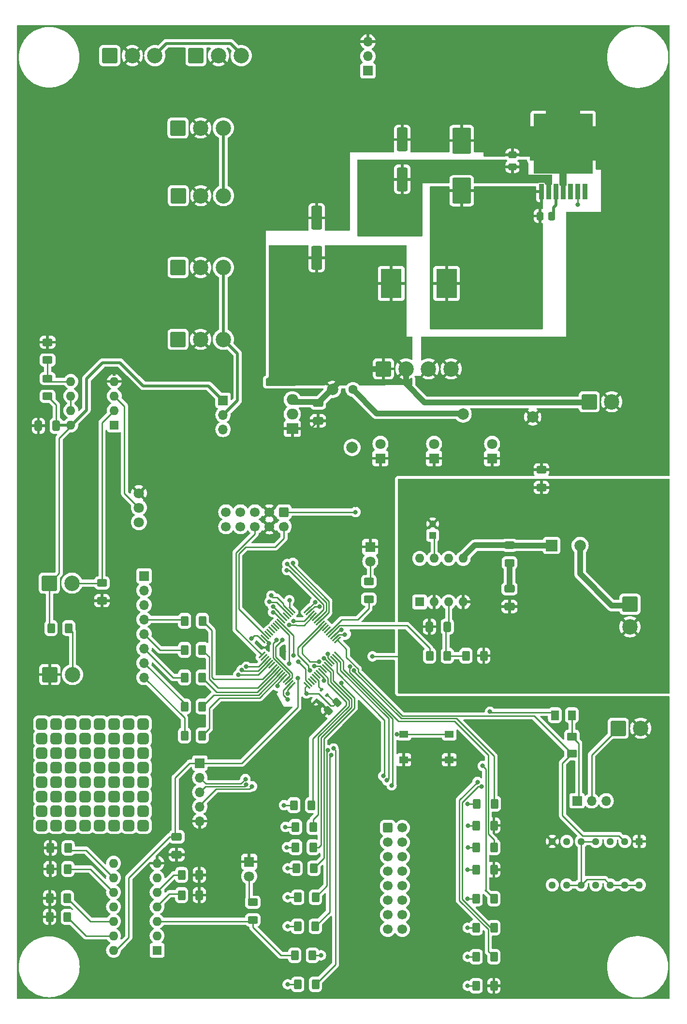
<source format=gtl>
G04 #@! TF.GenerationSoftware,KiCad,Pcbnew,7.0.7*
G04 #@! TF.CreationDate,2023-10-20T13:35:02-04:00*
G04 #@! TF.ProjectId,Schematic,53636865-6d61-4746-9963-2e6b69636164,rev?*
G04 #@! TF.SameCoordinates,Original*
G04 #@! TF.FileFunction,Copper,L1,Top*
G04 #@! TF.FilePolarity,Positive*
%FSLAX46Y46*%
G04 Gerber Fmt 4.6, Leading zero omitted, Abs format (unit mm)*
G04 Created by KiCad (PCBNEW 7.0.7) date 2023-10-20 13:35:02*
%MOMM*%
%LPD*%
G01*
G04 APERTURE LIST*
G04 Aperture macros list*
%AMRoundRect*
0 Rectangle with rounded corners*
0 $1 Rounding radius*
0 $2 $3 $4 $5 $6 $7 $8 $9 X,Y pos of 4 corners*
0 Add a 4 corners polygon primitive as box body*
4,1,4,$2,$3,$4,$5,$6,$7,$8,$9,$2,$3,0*
0 Add four circle primitives for the rounded corners*
1,1,$1+$1,$2,$3*
1,1,$1+$1,$4,$5*
1,1,$1+$1,$6,$7*
1,1,$1+$1,$8,$9*
0 Add four rect primitives between the rounded corners*
20,1,$1+$1,$2,$3,$4,$5,0*
20,1,$1+$1,$4,$5,$6,$7,0*
20,1,$1+$1,$6,$7,$8,$9,0*
20,1,$1+$1,$8,$9,$2,$3,0*%
%AMRotRect*
0 Rectangle, with rotation*
0 The origin of the aperture is its center*
0 $1 length*
0 $2 width*
0 $3 Rotation angle, in degrees counterclockwise*
0 Add horizontal line*
21,1,$1,$2,0,0,$3*%
G04 Aperture macros list end*
G04 #@! TA.AperFunction,ComponentPad*
%ADD10C,1.800000*%
G04 #@! TD*
G04 #@! TA.AperFunction,ComponentPad*
%ADD11RoundRect,0.250001X-1.099999X-1.099999X1.099999X-1.099999X1.099999X1.099999X-1.099999X1.099999X0*%
G04 #@! TD*
G04 #@! TA.AperFunction,ComponentPad*
%ADD12C,2.700000*%
G04 #@! TD*
G04 #@! TA.AperFunction,SMDPad,CuDef*
%ADD13RoundRect,0.250000X-0.400000X-0.625000X0.400000X-0.625000X0.400000X0.625000X-0.400000X0.625000X0*%
G04 #@! TD*
G04 #@! TA.AperFunction,ComponentPad*
%ADD14C,2.000000*%
G04 #@! TD*
G04 #@! TA.AperFunction,ComponentPad*
%ADD15R,1.800000X1.800000*%
G04 #@! TD*
G04 #@! TA.AperFunction,SMDPad,CuDef*
%ADD16RoundRect,0.250000X-0.650000X0.412500X-0.650000X-0.412500X0.650000X-0.412500X0.650000X0.412500X0*%
G04 #@! TD*
G04 #@! TA.AperFunction,SMDPad,CuDef*
%ADD17RotRect,0.450000X0.700000X135.000000*%
G04 #@! TD*
G04 #@! TA.AperFunction,ComponentPad*
%ADD18RoundRect,0.250001X-1.099999X1.099999X-1.099999X-1.099999X1.099999X-1.099999X1.099999X1.099999X0*%
G04 #@! TD*
G04 #@! TA.AperFunction,SMDPad,CuDef*
%ADD19RoundRect,0.250000X0.337500X0.475000X-0.337500X0.475000X-0.337500X-0.475000X0.337500X-0.475000X0*%
G04 #@! TD*
G04 #@! TA.AperFunction,ComponentPad*
%ADD20R,1.600000X1.600000*%
G04 #@! TD*
G04 #@! TA.AperFunction,ComponentPad*
%ADD21O,1.600000X1.600000*%
G04 #@! TD*
G04 #@! TA.AperFunction,SMDPad,CuDef*
%ADD22RoundRect,0.250000X-0.097227X0.574524X-0.574524X0.097227X0.097227X-0.574524X0.574524X-0.097227X0*%
G04 #@! TD*
G04 #@! TA.AperFunction,SMDPad,CuDef*
%ADD23R,3.650000X5.100000*%
G04 #@! TD*
G04 #@! TA.AperFunction,SMDPad,CuDef*
%ADD24RoundRect,0.250000X0.625000X-0.400000X0.625000X0.400000X-0.625000X0.400000X-0.625000X-0.400000X0*%
G04 #@! TD*
G04 #@! TA.AperFunction,SMDPad,CuDef*
%ADD25RoundRect,0.250000X0.400000X0.625000X-0.400000X0.625000X-0.400000X-0.625000X0.400000X-0.625000X0*%
G04 #@! TD*
G04 #@! TA.AperFunction,ComponentPad*
%ADD26R,1.700000X1.700000*%
G04 #@! TD*
G04 #@! TA.AperFunction,ComponentPad*
%ADD27O,1.700000X1.700000*%
G04 #@! TD*
G04 #@! TA.AperFunction,SMDPad,CuDef*
%ADD28R,0.863600X2.692400*%
G04 #@! TD*
G04 #@! TA.AperFunction,SMDPad,CuDef*
%ADD29R,10.414000X10.464800*%
G04 #@! TD*
G04 #@! TA.AperFunction,ComponentPad*
%ADD30R,2.000000X1.905000*%
G04 #@! TD*
G04 #@! TA.AperFunction,ComponentPad*
%ADD31O,2.000000X1.905000*%
G04 #@! TD*
G04 #@! TA.AperFunction,SMDPad,CuDef*
%ADD32RoundRect,0.250000X0.700000X-1.825000X0.700000X1.825000X-0.700000X1.825000X-0.700000X-1.825000X0*%
G04 #@! TD*
G04 #@! TA.AperFunction,SMDPad,CuDef*
%ADD33RotRect,0.279400X1.473200X225.000000*%
G04 #@! TD*
G04 #@! TA.AperFunction,SMDPad,CuDef*
%ADD34RotRect,0.279400X1.473200X135.000000*%
G04 #@! TD*
G04 #@! TA.AperFunction,ComponentPad*
%ADD35RoundRect,0.250000X-0.600000X-0.600000X0.600000X-0.600000X0.600000X0.600000X-0.600000X0.600000X0*%
G04 #@! TD*
G04 #@! TA.AperFunction,ComponentPad*
%ADD36C,1.700000*%
G04 #@! TD*
G04 #@! TA.AperFunction,SMDPad,CuDef*
%ADD37RoundRect,0.250001X-0.624999X0.462499X-0.624999X-0.462499X0.624999X-0.462499X0.624999X0.462499X0*%
G04 #@! TD*
G04 #@! TA.AperFunction,SMDPad,CuDef*
%ADD38R,1.550000X1.300000*%
G04 #@! TD*
G04 #@! TA.AperFunction,ComponentPad*
%ADD39RoundRect,0.250000X1.400000X-2.000000X1.400000X2.000000X-1.400000X2.000000X-1.400000X-2.000000X0*%
G04 #@! TD*
G04 #@! TA.AperFunction,ComponentPad*
%ADD40RoundRect,0.250000X-1.400000X2.000000X-1.400000X-2.000000X1.400000X-2.000000X1.400000X2.000000X0*%
G04 #@! TD*
G04 #@! TA.AperFunction,ComponentPad*
%ADD41RoundRect,0.250000X-0.600000X0.600000X-0.600000X-0.600000X0.600000X-0.600000X0.600000X0.600000X0*%
G04 #@! TD*
G04 #@! TA.AperFunction,SMDPad,CuDef*
%ADD42RoundRect,0.500000X0.500000X0.500000X-0.500000X0.500000X-0.500000X-0.500000X0.500000X-0.500000X0*%
G04 #@! TD*
G04 #@! TA.AperFunction,SMDPad,CuDef*
%ADD43RoundRect,0.250000X0.412500X0.650000X-0.412500X0.650000X-0.412500X-0.650000X0.412500X-0.650000X0*%
G04 #@! TD*
G04 #@! TA.AperFunction,ComponentPad*
%ADD44R,2.000000X2.000000*%
G04 #@! TD*
G04 #@! TA.AperFunction,SMDPad,CuDef*
%ADD45RoundRect,0.250001X-0.462499X-0.624999X0.462499X-0.624999X0.462499X0.624999X-0.462499X0.624999X0*%
G04 #@! TD*
G04 #@! TA.AperFunction,ComponentPad*
%ADD46R,1.295400X1.295400*%
G04 #@! TD*
G04 #@! TA.AperFunction,ComponentPad*
%ADD47C,1.295400*%
G04 #@! TD*
G04 #@! TA.AperFunction,SMDPad,CuDef*
%ADD48RoundRect,0.250000X-0.625000X0.400000X-0.625000X-0.400000X0.625000X-0.400000X0.625000X0.400000X0*%
G04 #@! TD*
G04 #@! TA.AperFunction,ComponentPad*
%ADD49R,1.200000X1.200000*%
G04 #@! TD*
G04 #@! TA.AperFunction,ComponentPad*
%ADD50C,1.200000*%
G04 #@! TD*
G04 #@! TA.AperFunction,SMDPad,CuDef*
%ADD51RoundRect,0.250000X0.475000X-0.337500X0.475000X0.337500X-0.475000X0.337500X-0.475000X-0.337500X0*%
G04 #@! TD*
G04 #@! TA.AperFunction,ViaPad*
%ADD52C,0.800000*%
G04 #@! TD*
G04 #@! TA.AperFunction,ViaPad*
%ADD53C,2.500000*%
G04 #@! TD*
G04 #@! TA.AperFunction,ViaPad*
%ADD54C,1.600000*%
G04 #@! TD*
G04 #@! TA.AperFunction,ViaPad*
%ADD55C,3.000000*%
G04 #@! TD*
G04 #@! TA.AperFunction,Conductor*
%ADD56C,0.250000*%
G04 #@! TD*
G04 #@! TA.AperFunction,Conductor*
%ADD57C,0.500000*%
G04 #@! TD*
G04 #@! TA.AperFunction,Conductor*
%ADD58C,1.000000*%
G04 #@! TD*
G04 APERTURE END LIST*
D10*
X57658000Y-105918000D03*
X57658000Y-108458000D03*
X57658000Y-110998000D03*
D11*
X67645000Y-29337000D03*
D12*
X71605000Y-29337000D03*
X75565000Y-29337000D03*
D13*
X85064000Y-167894000D03*
X88164000Y-167894000D03*
D14*
X114427000Y-92075000D03*
D15*
X119507000Y-99822000D03*
D10*
X119507000Y-97282000D03*
D11*
X100454500Y-84159000D03*
D12*
X104414500Y-84159000D03*
X108374500Y-84159000D03*
X112334500Y-84159000D03*
D11*
X42057500Y-137668000D03*
D12*
X46017500Y-137668000D03*
D16*
X122555000Y-122643500D03*
X122555000Y-125768500D03*
D13*
X116713000Y-167894000D03*
X119813000Y-167894000D03*
D17*
X90574726Y-141230513D03*
X89655487Y-140311274D03*
X88700893Y-142185107D03*
D18*
X143637000Y-125349000D03*
D12*
X143637000Y-129309000D03*
D19*
X129942500Y-57404000D03*
X127867500Y-57404000D03*
D20*
X106817000Y-124958000D03*
D21*
X109357000Y-124958000D03*
X111897000Y-124958000D03*
X114437000Y-124958000D03*
X114437000Y-117338000D03*
X111897000Y-117338000D03*
X109357000Y-117338000D03*
X106817000Y-117338000D03*
D22*
X92300623Y-142522377D03*
X90833377Y-143989623D03*
D23*
X111530000Y-69215000D03*
X101830000Y-69215000D03*
D24*
X51181000Y-124740000D03*
X51181000Y-121640000D03*
D25*
X68733000Y-138176000D03*
X65633000Y-138176000D03*
D26*
X72390000Y-89677000D03*
D27*
X72390000Y-92217000D03*
X72390000Y-94757000D03*
D28*
X128143000Y-53136800D03*
X129413000Y-53136800D03*
X130683000Y-53136800D03*
X131953000Y-53136800D03*
X133223000Y-53136800D03*
X134493000Y-53136800D03*
X135763000Y-53136800D03*
D29*
X131953000Y-44704000D03*
D16*
X89027000Y-90131500D03*
X89027000Y-93256500D03*
D24*
X77597000Y-180620000D03*
X77597000Y-177520000D03*
D25*
X45365000Y-129540000D03*
X42265000Y-129540000D03*
D13*
X85191000Y-171577000D03*
X88291000Y-171577000D03*
D11*
X64507500Y-41995000D03*
D12*
X68467500Y-41995000D03*
X72427500Y-41995000D03*
D25*
X68759000Y-128270000D03*
X65659000Y-128270000D03*
D13*
X116814000Y-160274000D03*
X119914000Y-160274000D03*
D26*
X134381000Y-159766000D03*
D27*
X136921000Y-159766000D03*
X139461000Y-159766000D03*
D13*
X42011000Y-176796000D03*
X45111000Y-176796000D03*
X85445000Y-181737000D03*
X88545000Y-181737000D03*
D30*
X84511000Y-94615000D03*
D31*
X84511000Y-92075000D03*
X84511000Y-89535000D03*
D11*
X41970500Y-121666000D03*
D12*
X45930500Y-121666000D03*
D11*
X141582000Y-147066000D03*
D12*
X145542000Y-147066000D03*
D13*
X42112000Y-171704000D03*
X45212000Y-171704000D03*
X85471000Y-191897000D03*
X88571000Y-191897000D03*
X84784000Y-160528000D03*
X87884000Y-160528000D03*
X85471000Y-176657000D03*
X88571000Y-176657000D03*
D26*
X58547000Y-120396000D03*
D27*
X58547000Y-122936000D03*
X58547000Y-125476000D03*
X58547000Y-128016000D03*
X58547000Y-130556000D03*
X58547000Y-133096000D03*
X58547000Y-135636000D03*
X58547000Y-138176000D03*
D13*
X116713000Y-181991000D03*
X119813000Y-181991000D03*
D14*
X126619000Y-92583000D03*
D15*
X76962000Y-170434000D03*
D10*
X76962000Y-172974000D03*
D13*
X85064000Y-164338000D03*
X88164000Y-164338000D03*
D25*
X68733000Y-143256000D03*
X65633000Y-143256000D03*
D13*
X116713000Y-171831000D03*
X119813000Y-171831000D03*
D32*
X88773000Y-64689000D03*
X88773000Y-57739000D03*
D25*
X68733000Y-133350000D03*
X65633000Y-133350000D03*
D33*
X87115019Y-139579982D03*
X87468571Y-139226429D03*
X87822126Y-138872875D03*
X88175678Y-138519322D03*
X88529233Y-138165767D03*
X88882786Y-137812215D03*
X89236338Y-137458662D03*
X89589893Y-137105108D03*
X89943446Y-136751555D03*
X90297000Y-136398000D03*
X90650553Y-136044448D03*
X91004105Y-135690895D03*
X91357660Y-135337340D03*
X91711213Y-134983788D03*
X92064767Y-134630233D03*
X92418320Y-134276681D03*
D34*
X92418320Y-131641435D03*
X92064767Y-131287883D03*
X91711213Y-130934328D03*
X91357660Y-130580776D03*
X91004105Y-130227221D03*
X90650553Y-129873668D03*
X90297000Y-129520116D03*
X89943446Y-129166561D03*
X89589893Y-128813008D03*
X89236338Y-128459454D03*
X88882786Y-128105901D03*
X88529233Y-127752349D03*
X88175678Y-127398794D03*
X87822126Y-127045241D03*
X87468571Y-126691687D03*
X87115019Y-126338134D03*
D33*
X84479773Y-126338134D03*
X84126221Y-126691687D03*
X83772666Y-127045241D03*
X83419114Y-127398794D03*
X83065559Y-127752349D03*
X82712006Y-128105901D03*
X82358454Y-128459454D03*
X82004899Y-128813008D03*
X81651346Y-129166561D03*
X81297792Y-129520116D03*
X80944239Y-129873668D03*
X80590687Y-130227221D03*
X80237132Y-130580776D03*
X79883579Y-130934328D03*
X79530025Y-131287883D03*
X79176472Y-131641435D03*
D34*
X79176472Y-134276681D03*
X79530025Y-134630233D03*
X79883579Y-134983788D03*
X80237132Y-135337340D03*
X80590687Y-135690895D03*
X80944239Y-136044448D03*
X81297792Y-136398000D03*
X81651346Y-136751555D03*
X82004899Y-137105108D03*
X82358454Y-137458662D03*
X82712006Y-137812215D03*
X83065559Y-138165767D03*
X83419114Y-138519322D03*
X83772666Y-138872875D03*
X84126221Y-139226429D03*
X84479773Y-139579982D03*
D13*
X116713000Y-187071000D03*
X119813000Y-187071000D03*
D26*
X68326000Y-153162000D03*
D27*
X68326000Y-155702000D03*
X68326000Y-158242000D03*
X68326000Y-160782000D03*
X68326000Y-163322000D03*
D32*
X103759000Y-50973000D03*
X103759000Y-44023000D03*
D35*
X101245000Y-164465000D03*
D36*
X103785000Y-164465000D03*
X101245000Y-167005000D03*
X103785000Y-167005000D03*
X101245000Y-169545000D03*
X103785000Y-169545000D03*
X101245000Y-172085000D03*
X103785000Y-172085000D03*
X101245000Y-174625000D03*
X103785000Y-174625000D03*
X101245000Y-177165000D03*
X103785000Y-177165000D03*
X101245000Y-179705000D03*
X103785000Y-179705000D03*
X101245000Y-182245000D03*
X103785000Y-182245000D03*
D13*
X42164000Y-168021000D03*
X45264000Y-168021000D03*
D11*
X64539000Y-53848000D03*
D12*
X68499000Y-53848000D03*
X72459000Y-53848000D03*
D37*
X133477000Y-148536000D03*
X133477000Y-151511000D03*
D38*
X112014000Y-152582000D03*
X104054000Y-152582000D03*
X112014000Y-148082000D03*
X104054000Y-148082000D03*
D15*
X99949000Y-99822000D03*
D10*
X99949000Y-97282000D03*
D39*
X114173000Y-52994000D03*
D40*
X114173000Y-44194000D03*
D25*
X68225000Y-176276000D03*
X65125000Y-176276000D03*
D41*
X83058000Y-109220000D03*
D36*
X83058000Y-111760000D03*
X80518000Y-109220000D03*
X80518000Y-111760000D03*
X77978000Y-109220000D03*
X77978000Y-111760000D03*
X75438000Y-109220000D03*
X75438000Y-111760000D03*
X72898000Y-109220000D03*
X72898000Y-111760000D03*
D16*
X64262000Y-166077500D03*
X64262000Y-169202500D03*
D11*
X52532000Y-29337000D03*
D12*
X56492000Y-29337000D03*
X60452000Y-29337000D03*
D11*
X136502000Y-89916000D03*
D12*
X140462000Y-89916000D03*
D13*
X42011000Y-180086000D03*
X45111000Y-180086000D03*
D25*
X118035000Y-134366000D03*
X114935000Y-134366000D03*
D13*
X116713000Y-176911000D03*
X119813000Y-176911000D03*
D15*
X98171000Y-115316000D03*
D10*
X98171000Y-117856000D03*
D42*
X40640000Y-146304000D03*
X43180000Y-146304000D03*
X45720000Y-146304000D03*
X48260000Y-146304000D03*
X50800000Y-146304000D03*
X53340000Y-146304000D03*
X55880000Y-146304000D03*
X58420000Y-146304000D03*
X40640000Y-148844000D03*
X43180000Y-148844000D03*
X45720000Y-148844000D03*
X48260000Y-148844000D03*
X50800000Y-148844000D03*
X53340000Y-148844000D03*
X55880000Y-148844000D03*
X58420000Y-148844000D03*
X40640000Y-151384000D03*
X43180000Y-151384000D03*
X45720000Y-151384000D03*
X48260000Y-151384000D03*
X50800000Y-151384000D03*
X53340000Y-151384000D03*
X55880000Y-151384000D03*
X58420000Y-151384000D03*
X40640000Y-153924000D03*
X43180000Y-153924000D03*
X45720000Y-153924000D03*
X48260000Y-153924000D03*
X50800000Y-153924000D03*
X53340000Y-153924000D03*
X55880000Y-153924000D03*
X58420000Y-153924000D03*
X40640000Y-156464000D03*
X43180000Y-156464000D03*
X45720000Y-156464000D03*
X48260000Y-156464000D03*
X50800000Y-156464000D03*
X53340000Y-156464000D03*
X55880000Y-156464000D03*
X58420000Y-156464000D03*
X40640000Y-159004000D03*
X43180000Y-159004000D03*
X45720000Y-159004000D03*
X48260000Y-159004000D03*
X50800000Y-159004000D03*
X53340000Y-159004000D03*
X55880000Y-159004000D03*
X58420000Y-159004000D03*
X40640000Y-161544000D03*
X43180000Y-161544000D03*
X45720000Y-161544000D03*
X48260000Y-161544000D03*
X50800000Y-161544000D03*
X53340000Y-161544000D03*
X55880000Y-161544000D03*
X58420000Y-161544000D03*
X40640000Y-164084000D03*
X43180000Y-164084000D03*
X45720000Y-164084000D03*
X48260000Y-164084000D03*
X50800000Y-164084000D03*
X53340000Y-164084000D03*
X55880000Y-164084000D03*
X58420000Y-164084000D03*
D24*
X41656000Y-82602000D03*
X41656000Y-79502000D03*
D14*
X91567000Y-87757000D03*
D43*
X43180000Y-94133000D03*
X40055000Y-94133000D03*
D24*
X41656000Y-88952000D03*
X41656000Y-85852000D03*
D44*
X129911000Y-115072000D03*
D14*
X134911000Y-115072000D03*
D13*
X116713000Y-192151000D03*
X119813000Y-192151000D03*
D11*
X64516000Y-78994000D03*
D12*
X68476000Y-78994000D03*
X72436000Y-78994000D03*
D43*
X111671500Y-129286000D03*
X108546500Y-129286000D03*
D25*
X68733000Y-148336000D03*
X65633000Y-148336000D03*
D24*
X97917000Y-124486000D03*
X97917000Y-121386000D03*
D13*
X116713000Y-164084000D03*
X119813000Y-164084000D03*
D11*
X64516000Y-66421000D03*
D12*
X68476000Y-66421000D03*
X72436000Y-66421000D03*
D15*
X109347000Y-99822000D03*
D10*
X109347000Y-97282000D03*
D45*
X130502000Y-144780000D03*
X133477000Y-144780000D03*
D46*
X145288000Y-166878000D03*
D47*
X142748000Y-166878000D03*
X140208000Y-166878000D03*
X137668000Y-166878000D03*
X135128000Y-166878000D03*
X132588000Y-166878000D03*
X130048000Y-166878000D03*
X130048000Y-174498000D03*
X132588000Y-174498000D03*
X135128000Y-174498000D03*
X137668000Y-174498000D03*
X140208000Y-174498000D03*
X142748000Y-174498000D03*
X145288000Y-174498000D03*
D20*
X60833000Y-185928000D03*
D21*
X60833000Y-183388000D03*
X60833000Y-180848000D03*
X60833000Y-178308000D03*
X60833000Y-175768000D03*
X60833000Y-173228000D03*
X60833000Y-170688000D03*
X53213000Y-170688000D03*
X53213000Y-173228000D03*
X53213000Y-175768000D03*
X53213000Y-178308000D03*
X53213000Y-180848000D03*
X53213000Y-183388000D03*
X53213000Y-185928000D03*
D48*
X128143000Y-101828000D03*
X128143000Y-104928000D03*
D49*
X109083000Y-113294000D03*
D50*
X109083000Y-111294000D03*
D20*
X53340000Y-93980000D03*
D21*
X53340000Y-91440000D03*
X53340000Y-88900000D03*
X53340000Y-86360000D03*
X45720000Y-86360000D03*
X45720000Y-88900000D03*
X45720000Y-91440000D03*
X45720000Y-93980000D03*
D14*
X94996000Y-97917000D03*
D25*
X68225000Y-172732000D03*
X65125000Y-172732000D03*
D51*
X123063000Y-48789500D03*
X123063000Y-46714500D03*
D13*
X108559000Y-134366000D03*
X111659000Y-134366000D03*
D26*
X97765000Y-31989000D03*
D27*
X97765000Y-29449000D03*
X97765000Y-26909000D03*
D48*
X122555000Y-115036000D03*
X122555000Y-118136000D03*
D25*
X88037000Y-186817000D03*
X84937000Y-186817000D03*
D52*
X102870000Y-148082000D03*
X90043000Y-138684000D03*
X95591500Y-109220000D03*
X83693000Y-140970000D03*
X85471000Y-138303000D03*
X93091000Y-129831500D03*
X77343000Y-131318000D03*
X86995000Y-140970000D03*
X88519000Y-124968000D03*
X81881909Y-139666910D03*
X91718965Y-150613968D03*
X85593003Y-135386997D03*
X88392000Y-136144000D03*
X95295826Y-136959788D03*
X94588743Y-136253361D03*
X89201068Y-135404336D03*
X93114913Y-139154500D03*
X87630000Y-136906000D03*
X81153000Y-125746497D03*
X81153000Y-126746000D03*
X90767500Y-150920106D03*
X84751899Y-134328681D03*
X117860299Y-153665701D03*
X83947000Y-135777500D03*
X76448650Y-136308500D03*
X91301500Y-151765000D03*
X117663500Y-157226000D03*
X75630821Y-136887127D03*
X116939000Y-156464000D03*
X75057000Y-137705500D03*
X84644500Y-118110000D03*
X83632176Y-118297824D03*
X83566000Y-119380000D03*
X83951299Y-129027701D03*
X84709000Y-128270000D03*
X84013297Y-124647703D03*
X80843418Y-123846997D03*
X80518000Y-124919645D03*
X81780415Y-131570987D03*
X82804000Y-131572000D03*
X119126000Y-144182500D03*
X134493000Y-55372000D03*
D53*
X97663000Y-49276000D03*
D54*
X95123000Y-87757000D03*
D52*
X124587000Y-105664000D03*
X137160000Y-134366000D03*
X149479000Y-105156000D03*
X132080000Y-127508000D03*
X90037160Y-134856658D03*
X104394000Y-123571000D03*
X137541000Y-105791000D03*
X105029000Y-105156000D03*
X149352000Y-115570000D03*
X117983000Y-129032000D03*
X98552000Y-134493000D03*
X127254000Y-134112000D03*
X146558000Y-133985000D03*
X107315000Y-139065000D03*
X76295803Y-155964596D03*
X100452456Y-155437594D03*
X101092000Y-156205701D03*
X76454000Y-156951500D03*
X77470000Y-157226000D03*
X101906475Y-157057465D03*
X90697506Y-134106359D03*
X39751000Y-175006000D03*
X125095000Y-41275000D03*
X86868000Y-147828000D03*
X93664821Y-130649873D03*
X138811000Y-40132000D03*
X117856000Y-43942000D03*
X103886000Y-39370000D03*
X131064000Y-186182000D03*
X125095000Y-44196000D03*
D55*
X131953000Y-44450000D03*
D52*
X76454000Y-134112000D03*
X98552000Y-145542000D03*
X127381000Y-38354000D03*
X80378960Y-132203819D03*
X67056000Y-89916000D03*
X80137000Y-128524000D03*
X126492000Y-148590000D03*
X77470000Y-162560000D03*
X125095000Y-45974000D03*
X127000000Y-26416000D03*
X57658000Y-89154000D03*
X81534000Y-120904000D03*
X110236000Y-39878000D03*
X138811000Y-48260000D03*
X89281000Y-125730000D03*
X56642000Y-79502000D03*
X110236000Y-43942000D03*
X138811000Y-46228000D03*
X88900000Y-53340000D03*
X133731000Y-38354000D03*
X117856000Y-39878000D03*
X138811000Y-42418000D03*
X98806000Y-136906000D03*
X48768000Y-104902000D03*
X95591500Y-107950000D03*
X80772000Y-144526000D03*
X93892500Y-107950000D03*
X125095000Y-38354000D03*
X129413000Y-38354000D03*
X61976000Y-150622000D03*
X90678000Y-97790000D03*
X64516000Y-99314000D03*
X114046000Y-39878000D03*
X76962000Y-148590000D03*
X138811000Y-38354000D03*
X42164000Y-111506000D03*
X145796000Y-68326000D03*
X136144000Y-38354000D03*
X94488000Y-150368000D03*
X138811000Y-44450000D03*
X79248000Y-153416000D03*
X44958000Y-111760000D03*
X90678000Y-119380000D03*
X96520000Y-143002000D03*
X83058000Y-133604000D03*
X83726695Y-142029000D03*
X98806000Y-130556000D03*
X83058000Y-160528000D03*
X115215000Y-160274000D03*
X83312000Y-164338000D03*
X115316000Y-164084000D03*
X83566000Y-167894000D03*
X115316000Y-167894000D03*
X83693000Y-171577000D03*
X115215000Y-171831000D03*
X83693000Y-176657000D03*
X115215000Y-176911000D03*
X83693000Y-181737000D03*
X115215000Y-181991000D03*
X89535000Y-186817000D03*
X115215000Y-187071000D03*
X83693000Y-191897000D03*
X115215000Y-192151000D03*
D56*
X95591500Y-109220000D02*
X83058000Y-109220000D01*
X104054000Y-148082000D02*
X112014000Y-148082000D01*
X90043000Y-138684000D02*
X90043000Y-138265324D01*
X102870000Y-148082000D02*
X104054000Y-148082000D01*
X90043000Y-138265324D02*
X89236338Y-137458662D01*
X64008000Y-155702000D02*
X64008000Y-165823500D01*
X92814041Y-129831500D02*
X91711213Y-130934328D01*
X53213000Y-185928000D02*
X53594000Y-185928000D01*
X90684513Y-141230513D02*
X91976377Y-142522377D01*
X68326000Y-153162000D02*
X66548000Y-153162000D01*
X83693000Y-140970000D02*
X83693000Y-140366755D01*
X86741000Y-140716000D02*
X86741000Y-139954001D01*
X85471000Y-138303000D02*
X85471000Y-143383000D01*
X77851000Y-130810000D02*
X78345037Y-130810000D01*
X86741000Y-139954001D02*
X87115019Y-139579982D01*
X85471000Y-143383000D02*
X75692000Y-153162000D01*
X89104223Y-140970000D02*
X91263223Y-143129000D01*
X93091000Y-129831500D02*
X92814041Y-129831500D01*
X55880000Y-183642000D02*
X55880000Y-173228000D01*
X90574726Y-141230513D02*
X90684513Y-141230513D01*
X63030500Y-166077500D02*
X55880000Y-173228000D01*
X86995000Y-140970000D02*
X89104223Y-140970000D01*
X77343000Y-131318000D02*
X77851000Y-130810000D01*
X75692000Y-153162000D02*
X68326000Y-153162000D01*
X91694000Y-143129000D02*
X92300623Y-142522377D01*
X66548000Y-153162000D02*
X64008000Y-155702000D01*
X86995000Y-140970000D02*
X86741000Y-140716000D01*
X53594000Y-185928000D02*
X55880000Y-183642000D01*
X88519000Y-124968000D02*
X88485153Y-124968000D01*
X83693000Y-140366755D02*
X84479773Y-139579982D01*
X91976377Y-142522377D02*
X92300623Y-142522377D01*
X64008000Y-165823500D02*
X64262000Y-166077500D01*
X91263223Y-143129000D02*
X91694000Y-143129000D01*
X78345037Y-130810000D02*
X79176472Y-131641435D01*
X88485153Y-124968000D02*
X87115019Y-126338134D01*
X64262000Y-166077500D02*
X63030500Y-166077500D01*
X81881909Y-139666910D02*
X81881909Y-139349417D01*
X81881909Y-139349417D02*
X83065559Y-138165767D01*
X92075000Y-150970003D02*
X92075000Y-188393000D01*
X86868000Y-136661994D02*
X86868000Y-138625858D01*
X91718965Y-150613968D02*
X92075000Y-150970003D01*
X92075000Y-188393000D02*
X88571000Y-191897000D01*
X86868000Y-138625858D02*
X87468571Y-139226429D01*
X85593003Y-135386997D02*
X86868000Y-136661994D01*
X93969000Y-143008812D02*
X88063000Y-148914812D01*
X88063000Y-160349000D02*
X87884000Y-160528000D01*
X90755000Y-139238305D02*
X93969000Y-142452305D01*
X90768000Y-138283215D02*
X90768000Y-139238305D01*
X88063000Y-148914812D02*
X88063000Y-160349000D01*
X89589893Y-137105108D02*
X90768000Y-138283215D01*
X93969000Y-142452305D02*
X93969000Y-143008812D01*
X89335891Y-136144000D02*
X88392000Y-136144000D01*
X119813000Y-151944000D02*
X119813000Y-160173000D01*
X95295826Y-136959788D02*
X95295826Y-137080222D01*
X89943446Y-136751555D02*
X89335891Y-136144000D01*
X103572604Y-145357000D02*
X113226000Y-145357000D01*
X95295826Y-137080222D02*
X103572604Y-145357000D01*
X119813000Y-160173000D02*
X119914000Y-160274000D01*
X113226000Y-145357000D02*
X119813000Y-151944000D01*
X91218000Y-137319000D02*
X90297000Y-136398000D01*
X89038000Y-162168000D02*
X89038000Y-148576208D01*
X89038000Y-148576208D02*
X94419000Y-143195208D01*
X91218000Y-138971396D02*
X91218000Y-137319000D01*
X88164000Y-163042000D02*
X89038000Y-162168000D01*
X94419000Y-143195208D02*
X94419000Y-142172396D01*
X88164000Y-164338000D02*
X88164000Y-163042000D01*
X94419000Y-142172396D02*
X91218000Y-138971396D01*
X91668000Y-137061895D02*
X90650553Y-136044448D01*
X94869000Y-141933892D02*
X91668000Y-138732892D01*
X88164000Y-167894000D02*
X89154000Y-167894000D01*
X91668000Y-138732892D02*
X91668000Y-137061895D01*
X94869000Y-143381604D02*
X94869000Y-141933892D01*
X89561000Y-148689604D02*
X94869000Y-143381604D01*
X89154000Y-167894000D02*
X89561000Y-167487000D01*
X89561000Y-167487000D02*
X89561000Y-148689604D01*
X94570826Y-136659483D02*
X94570826Y-137260093D01*
X118838000Y-151731000D02*
X118838000Y-165574000D01*
X119813000Y-166549000D02*
X119813000Y-167894000D01*
X103117733Y-145807000D02*
X112914000Y-145807000D01*
X118838000Y-165574000D02*
X119813000Y-166549000D01*
X112914000Y-145807000D02*
X118838000Y-151731000D01*
X94588743Y-136641566D02*
X94570826Y-136659483D01*
X86233000Y-133985000D02*
X87630000Y-135382000D01*
X87630000Y-135382000D02*
X89178732Y-135382000D01*
X89943446Y-129166561D02*
X86233000Y-132877007D01*
X86233000Y-132877007D02*
X86233000Y-133985000D01*
X94588743Y-136253361D02*
X94588743Y-136641566D01*
X94570826Y-137260093D02*
X103117733Y-145807000D01*
X89178732Y-135382000D02*
X89201068Y-135404336D01*
X95377000Y-143510000D02*
X95377000Y-141732000D01*
X85471000Y-132931901D02*
X89589893Y-128813008D01*
X87630000Y-136906000D02*
X87318000Y-136594000D01*
X95377000Y-141732000D02*
X93114913Y-139469913D01*
X85471000Y-134240396D02*
X85471000Y-132931901D01*
X93114913Y-139469913D02*
X93114913Y-139154500D01*
X90043000Y-169825000D02*
X90043000Y-148844000D01*
X90043000Y-148844000D02*
X95377000Y-143510000D01*
X87318000Y-136087396D02*
X85471000Y-134240396D01*
X88291000Y-171577000D02*
X90043000Y-169825000D01*
X87318000Y-136594000D02*
X87318000Y-136087396D01*
X82205751Y-126892541D02*
X83065559Y-127752349D01*
X82205751Y-126773446D02*
X82205751Y-126892541D01*
X81153000Y-125746497D02*
X81178802Y-125746497D01*
X81178802Y-125746497D02*
X82205751Y-126773446D01*
X81352105Y-126746000D02*
X81153000Y-126746000D01*
X82712006Y-128105901D02*
X81352105Y-126746000D01*
X88571000Y-176657000D02*
X90577000Y-174651000D01*
X90577000Y-151110606D02*
X90767500Y-150920106D01*
X84709000Y-130810000D02*
X82358454Y-128459454D01*
X90577000Y-174651000D02*
X90577000Y-151110606D01*
X84709000Y-134285782D02*
X84709000Y-130810000D01*
X84751899Y-134328681D02*
X84709000Y-134285782D01*
X118388000Y-175486000D02*
X119813000Y-176911000D01*
X118388000Y-154193402D02*
X118388000Y-175486000D01*
X83947000Y-135777500D02*
X83947000Y-130755109D01*
X83947000Y-130755109D02*
X82004899Y-128813008D01*
X118263000Y-175361000D02*
X119813000Y-176911000D01*
X117860299Y-153665701D02*
X118388000Y-154193402D01*
X91027000Y-179255000D02*
X91027000Y-152039500D01*
X88545000Y-181737000D02*
X91027000Y-179255000D01*
X78596367Y-136271000D02*
X79883579Y-134983788D01*
X76448650Y-136308500D02*
X76486150Y-136271000D01*
X76486150Y-136271000D02*
X78596367Y-136271000D01*
X91027000Y-152039500D02*
X91301500Y-151765000D01*
X117663500Y-157226000D02*
X117094000Y-157226000D01*
X119269695Y-181991000D02*
X119813000Y-181991000D01*
X78541472Y-137033000D02*
X80237132Y-135337340D01*
X117094000Y-157226000D02*
X114300000Y-160020000D01*
X75776694Y-137033000D02*
X78541472Y-137033000D01*
X75630821Y-136887127D02*
X75776694Y-137033000D01*
X114300000Y-160020000D02*
X114300000Y-177021305D01*
X114300000Y-177021305D02*
X119269695Y-181991000D01*
X78576082Y-137705500D02*
X80590687Y-135690895D01*
X113792000Y-159611000D02*
X113792000Y-177231827D01*
X118838000Y-182277827D02*
X118838000Y-186096000D01*
X116939000Y-156464000D02*
X113792000Y-159611000D01*
X75057000Y-137705500D02*
X78576082Y-137705500D01*
X118838000Y-186096000D02*
X119813000Y-187071000D01*
X113792000Y-177231827D02*
X118838000Y-182277827D01*
X90906000Y-124815000D02*
X84518500Y-118427500D01*
X89236338Y-128459454D02*
X90906000Y-126789792D01*
X84518500Y-118236000D02*
X84518500Y-118427500D01*
X84518500Y-118427500D02*
X84391500Y-118300500D01*
X84644500Y-118110000D02*
X84518500Y-118236000D01*
X90906000Y-126789792D02*
X90906000Y-124815000D01*
X90456000Y-126532687D02*
X90456000Y-125121649D01*
X88882786Y-128105901D02*
X90456000Y-126532687D01*
X83632176Y-118297824D02*
X84394176Y-119059824D01*
X90456000Y-125121649D02*
X84394176Y-119059824D01*
X90006000Y-125429695D02*
X90006000Y-126275582D01*
X83956305Y-119380000D02*
X90006000Y-125429695D01*
X90006000Y-126275582D02*
X88529233Y-127752349D01*
X83566000Y-119380000D02*
X83956305Y-119380000D01*
X70739000Y-138430000D02*
X70427000Y-138118000D01*
X79265792Y-138430000D02*
X70739000Y-138430000D01*
X81297792Y-136398000D02*
X79265792Y-138430000D01*
X70427000Y-129938000D02*
X68759000Y-128270000D01*
X70427000Y-138118000D02*
X70427000Y-129938000D01*
X78448901Y-139954000D02*
X71501000Y-139954000D01*
X81651346Y-136751555D02*
X78448901Y-139954000D01*
X69977000Y-138430000D02*
X69977000Y-134594000D01*
X71501000Y-139954000D02*
X69977000Y-138430000D01*
X69977000Y-134594000D02*
X68733000Y-133350000D01*
X78394007Y-140716000D02*
X71273000Y-140716000D01*
X71273000Y-140716000D02*
X68733000Y-138176000D01*
X82004899Y-137105108D02*
X78394007Y-140716000D01*
X78593116Y-141224000D02*
X82358454Y-137458662D01*
X68733000Y-143256000D02*
X70765000Y-141224000D01*
X70765000Y-141224000D02*
X78593116Y-141224000D01*
X83951299Y-129027701D02*
X85212701Y-129027701D01*
X85212701Y-129027701D02*
X85217000Y-129032000D01*
X85217000Y-129032000D02*
X86542472Y-129032000D01*
X86542472Y-129032000D02*
X88175678Y-127398794D01*
X86597367Y-128270000D02*
X87822126Y-127045241D01*
X84709000Y-128270000D02*
X86597367Y-128270000D01*
X84013297Y-125871658D02*
X84479773Y-126338134D01*
X84013297Y-124647703D02*
X84013297Y-125871658D01*
X81830497Y-124121497D02*
X82931000Y-125222000D01*
X81117918Y-124121497D02*
X81830497Y-124121497D01*
X82931000Y-125496466D02*
X84126221Y-126691687D01*
X82931000Y-125222000D02*
X82931000Y-125496466D01*
X80843418Y-123846997D02*
X81117918Y-124121497D01*
X80518000Y-124919645D02*
X80619852Y-125021497D01*
X81748922Y-125021497D02*
X83772666Y-127045241D01*
X80619852Y-125021497D02*
X81748922Y-125021497D01*
X69977000Y-147092000D02*
X69977000Y-143510000D01*
X78792221Y-141732000D02*
X82712006Y-137812215D01*
X68733000Y-148336000D02*
X69977000Y-147092000D01*
X69977000Y-143510000D02*
X71755000Y-141732000D01*
X71755000Y-141732000D02*
X78792221Y-141732000D01*
X81153000Y-132198402D02*
X81153000Y-134751878D01*
X81153000Y-134751878D02*
X84010197Y-137609075D01*
X84010197Y-137928239D02*
X83419114Y-138519322D01*
X81780415Y-131570987D02*
X81153000Y-132198402D01*
X84010197Y-137609075D02*
X84010197Y-137928239D01*
X84460197Y-137422679D02*
X84460197Y-138185344D01*
X81603000Y-134565482D02*
X84460197Y-137422679D01*
X81603000Y-132773000D02*
X81603000Y-134565482D01*
X82804000Y-131572000D02*
X81603000Y-132773000D01*
X84460197Y-138185344D02*
X83772666Y-138872875D01*
X132588000Y-174498000D02*
X135128000Y-174498000D01*
D57*
X84638000Y-89662000D02*
X84892000Y-89916000D01*
D56*
X135128000Y-174498000D02*
X136100700Y-173525300D01*
D58*
X89242500Y-89916000D02*
X89027000Y-90131500D01*
D57*
X48450500Y-85915500D02*
X48450500Y-91356500D01*
D58*
X94999500Y-84159000D02*
X89027000Y-90131500D01*
X100454500Y-84159000D02*
X94999500Y-84159000D01*
X84892000Y-89916000D02*
X89242500Y-89916000D01*
D56*
X43688000Y-119948500D02*
X41970500Y-121666000D01*
D57*
X72390000Y-89677000D02*
X69835000Y-87122000D01*
D56*
X140208000Y-174498000D02*
X142748000Y-174498000D01*
X129994000Y-144272000D02*
X130502000Y-144780000D01*
D57*
X51308000Y-83058000D02*
X48450500Y-85915500D01*
X48450500Y-91356500D02*
X45900500Y-93906500D01*
D56*
X43752500Y-93980000D02*
X43599500Y-94133000D01*
X134493000Y-53136800D02*
X134493000Y-55372000D01*
X41970500Y-129245500D02*
X42265000Y-129540000D01*
D58*
X104414500Y-86761500D02*
X107696000Y-90043000D01*
D56*
X135128000Y-166878000D02*
X137668000Y-166878000D01*
X41656000Y-88952000D02*
X43180000Y-90476000D01*
X43688000Y-96266000D02*
X43688000Y-119948500D01*
D57*
X54356000Y-83058000D02*
X51308000Y-83058000D01*
D56*
X142748000Y-174498000D02*
X145288000Y-174498000D01*
X41970500Y-121666000D02*
X41970500Y-129245500D01*
X45720000Y-93980000D02*
X45720000Y-94234000D01*
D57*
X58420000Y-87122000D02*
X54356000Y-83058000D01*
D58*
X104414500Y-84159000D02*
X104414500Y-86761500D01*
D56*
X84511000Y-89535000D02*
X84638000Y-89662000D01*
X139235300Y-173525300D02*
X140208000Y-174498000D01*
X119215500Y-144272000D02*
X129994000Y-144272000D01*
X43333000Y-93980000D02*
X43180000Y-94133000D01*
D57*
X45720000Y-93980000D02*
X43333000Y-93980000D01*
D56*
X136100700Y-173525300D02*
X139235300Y-173525300D01*
D58*
X107696000Y-90043000D02*
X136271000Y-90043000D01*
D56*
X45720000Y-94234000D02*
X43688000Y-96266000D01*
X135128000Y-174498000D02*
X135128000Y-166878000D01*
D57*
X69835000Y-87122000D02*
X58420000Y-87122000D01*
D56*
X119126000Y-144182500D02*
X119215500Y-144272000D01*
X43180000Y-90476000D02*
X43180000Y-94133000D01*
X79883579Y-130934328D02*
X75126000Y-126176749D01*
X76328396Y-115316000D02*
X81534000Y-115316000D01*
X83058000Y-113792000D02*
X83058000Y-111760000D01*
X75126000Y-126176749D02*
X75126000Y-116518396D01*
X81534000Y-115316000D02*
X83058000Y-113792000D01*
X75126000Y-116518396D02*
X76328396Y-115316000D01*
X83312000Y-110998000D02*
X83058000Y-111252000D01*
X79176472Y-134276681D02*
X74676000Y-129776209D01*
X74676000Y-129776209D02*
X74676000Y-116332000D01*
X77978000Y-113030000D02*
X77978000Y-111760000D01*
X74676000Y-116332000D02*
X77978000Y-113030000D01*
X104595500Y-129106500D02*
X108559000Y-133070000D01*
X92790695Y-129106500D02*
X104595500Y-129106500D01*
X91357660Y-130580776D02*
X91357660Y-130539535D01*
X108559000Y-133070000D02*
X108559000Y-134366000D01*
X91357660Y-130539535D02*
X92790695Y-129106500D01*
D57*
X111897000Y-117338000D02*
X112151000Y-117338000D01*
D58*
X95123000Y-87757000D02*
X99314000Y-91948000D01*
X99314000Y-91948000D02*
X114427000Y-91948000D01*
D56*
X90169868Y-134856658D02*
X91004105Y-135690895D01*
X90037160Y-134856658D02*
X90169868Y-134856658D01*
X98552000Y-134493000D02*
X105029000Y-134493000D01*
X76962000Y-172974000D02*
X76962000Y-176885000D01*
X76962000Y-176885000D02*
X77597000Y-177520000D01*
X97917000Y-126111000D02*
X97917000Y-124486000D01*
X93153163Y-128078163D02*
X95949837Y-128078163D01*
X91004105Y-130227221D02*
X93153163Y-128078163D01*
X95949837Y-128078163D02*
X97917000Y-126111000D01*
X92302298Y-137316580D02*
X92302298Y-135574873D01*
X100659000Y-155231050D02*
X100659000Y-145673282D01*
X92302298Y-135574873D02*
X91711213Y-134983788D01*
X69400000Y-156776000D02*
X68326000Y-155702000D01*
X100659000Y-145673282D02*
X92302298Y-137316580D01*
X100452456Y-155437594D02*
X100659000Y-155231050D01*
X76295803Y-155964596D02*
X75484399Y-156776000D01*
X75484399Y-156776000D02*
X69400000Y-156776000D01*
X101383500Y-145345559D02*
X92964000Y-136926059D01*
X69342000Y-157226000D02*
X68326000Y-158242000D01*
X92964000Y-136926059D02*
X92964000Y-135529466D01*
X92964000Y-135529466D02*
X92064767Y-134630233D01*
X101383500Y-155914201D02*
X101383500Y-145345559D01*
X101092000Y-156205701D02*
X101383500Y-155914201D01*
X76454000Y-156951500D02*
X76179500Y-157226000D01*
X76179500Y-157226000D02*
X69342000Y-157226000D01*
X92418320Y-134326924D02*
X92418320Y-134276681D01*
X93472000Y-136797663D02*
X93472000Y-135330361D01*
X102108000Y-145433663D02*
X93472000Y-136797663D01*
X102108000Y-156855940D02*
X102108000Y-145433663D01*
X71178000Y-157676000D02*
X68326000Y-160528000D01*
X93472000Y-135330361D02*
X92418320Y-134276681D01*
X101906475Y-157057465D02*
X102108000Y-156855940D01*
X68326000Y-160528000D02*
X68326000Y-160782000D01*
X77020000Y-157676000D02*
X71178000Y-157676000D01*
X77470000Y-157226000D02*
X77020000Y-157676000D01*
X141732000Y-165862000D02*
X142748000Y-166878000D01*
X131826000Y-162306000D02*
X135382000Y-165862000D01*
X131826000Y-153162000D02*
X131826000Y-162306000D01*
X96020826Y-136659483D02*
X96020826Y-137168826D01*
X96020826Y-137168826D02*
X103759000Y-144907000D01*
X93980000Y-134618657D02*
X96020826Y-136659483D01*
X126873000Y-144907000D02*
X133477000Y-151511000D01*
X135382000Y-165862000D02*
X141732000Y-165862000D01*
X93980000Y-133203115D02*
X93980000Y-134618657D01*
X103759000Y-144907000D02*
X126873000Y-144907000D01*
X133477000Y-151511000D02*
X131826000Y-153162000D01*
X92418320Y-131641435D02*
X93980000Y-133203115D01*
X90766575Y-134746255D02*
X91357660Y-135337340D01*
X90766575Y-134746255D02*
X90766575Y-134175428D01*
X90766575Y-134175428D02*
X90697506Y-134106359D01*
X42164000Y-86360000D02*
X45720000Y-86360000D01*
X41656000Y-85852000D02*
X41656000Y-82602000D01*
X41656000Y-85852000D02*
X42164000Y-86360000D01*
X55118000Y-105918000D02*
X57658000Y-108458000D01*
X53340000Y-88900000D02*
X55118000Y-90678000D01*
X55118000Y-90678000D02*
X55118000Y-105918000D01*
X45720000Y-88900000D02*
X45720000Y-91440000D01*
X88430258Y-125730000D02*
X87468571Y-126691687D01*
X131953000Y-53136800D02*
X131953000Y-44450000D01*
X83726695Y-142029000D02*
X82968000Y-141270305D01*
X92702777Y-130649873D02*
X92064767Y-131287883D01*
X89028861Y-142185107D02*
X88700893Y-142185107D01*
X84511000Y-94615000D02*
X87668500Y-94615000D01*
X80378960Y-132203819D02*
X80378960Y-132136818D01*
X82968000Y-141270305D02*
X82968000Y-140384650D01*
X87668500Y-94615000D02*
X89027000Y-93256500D01*
X82968000Y-140384650D02*
X84126221Y-139226429D01*
X80378960Y-132136818D02*
X79530025Y-131287883D01*
X89281000Y-125730000D02*
X88430258Y-125730000D01*
X131953000Y-44450000D02*
X131953000Y-44704000D01*
X93664821Y-130649873D02*
X92702777Y-130649873D01*
X90833377Y-143989623D02*
X89028861Y-142185107D01*
D57*
X72436000Y-41656000D02*
X72436000Y-54102000D01*
X72436000Y-66548000D02*
X72436000Y-78740000D01*
X74930000Y-89677000D02*
X74930000Y-81488000D01*
X74930000Y-81488000D02*
X72436000Y-78994000D01*
X72390000Y-92217000D02*
X74930000Y-89677000D01*
X62465000Y-27178000D02*
X60475000Y-29168000D01*
X73683000Y-27178000D02*
X62465000Y-27178000D01*
X75715000Y-29210000D02*
X73683000Y-27178000D01*
D56*
X134677000Y-159470000D02*
X134381000Y-159766000D01*
X133477000Y-145505500D02*
X133477000Y-148118500D01*
X133477000Y-148536000D02*
X134677000Y-149736000D01*
X134677000Y-149736000D02*
X134677000Y-159470000D01*
X111417500Y-129286000D02*
X111405000Y-129298500D01*
X111405000Y-134366000D02*
X114935000Y-134366000D01*
X111897000Y-128806500D02*
X111417500Y-129286000D01*
X111405000Y-129298500D02*
X111405000Y-134366000D01*
X111897000Y-124958000D02*
X111897000Y-128806500D01*
X109347000Y-113284000D02*
X109347000Y-117328000D01*
X109347000Y-117328000D02*
X109357000Y-117338000D01*
D58*
X122555000Y-118136000D02*
X122555000Y-122643500D01*
D56*
X122555000Y-115036000D02*
X122581000Y-115062000D01*
D58*
X122581000Y-115062000D02*
X130175000Y-115062000D01*
D56*
X114437000Y-117084000D02*
X114437000Y-117338000D01*
D58*
X116485000Y-115036000D02*
X114437000Y-117084000D01*
X122555000Y-115036000D02*
X116485000Y-115036000D01*
X134911000Y-120052000D02*
X140462000Y-125603000D01*
X134911000Y-115072000D02*
X134911000Y-120052000D01*
X140462000Y-125603000D02*
X142875000Y-125603000D01*
D57*
X130302000Y-55880000D02*
X130302000Y-57044500D01*
D56*
X130302000Y-57044500D02*
X129942500Y-57404000D01*
D57*
X130683000Y-53136800D02*
X130683000Y-55499000D01*
X130683000Y-55499000D02*
X130302000Y-55880000D01*
D56*
X83058000Y-160528000D02*
X84784000Y-160528000D01*
X116814000Y-160274000D02*
X115215000Y-160274000D01*
X85064000Y-164338000D02*
X83312000Y-164338000D01*
X116713000Y-164084000D02*
X115316000Y-164084000D01*
X85064000Y-167894000D02*
X83566000Y-167894000D01*
X116713000Y-167894000D02*
X115316000Y-167894000D01*
X85191000Y-171577000D02*
X83693000Y-171577000D01*
X116713000Y-171831000D02*
X115215000Y-171831000D01*
X85471000Y-176657000D02*
X83693000Y-176657000D01*
X116713000Y-176911000D02*
X115215000Y-176911000D01*
X85445000Y-181737000D02*
X83693000Y-181737000D01*
X116713000Y-181991000D02*
X115215000Y-181991000D01*
X88037000Y-186817000D02*
X89535000Y-186817000D01*
X116713000Y-187071000D02*
X115215000Y-187071000D01*
X83693000Y-191897000D02*
X85471000Y-191897000D01*
X116713000Y-192151000D02*
X115215000Y-192151000D01*
X58547000Y-128016000D02*
X65405000Y-128016000D01*
X65405000Y-128016000D02*
X65659000Y-128270000D01*
X61341000Y-133350000D02*
X58547000Y-130556000D01*
X65633000Y-133350000D02*
X61341000Y-133350000D01*
X65633000Y-138176000D02*
X63627000Y-138176000D01*
X63627000Y-138176000D02*
X58547000Y-133096000D01*
X65633000Y-143256000D02*
X65633000Y-142722000D01*
X65633000Y-142722000D02*
X58547000Y-135636000D01*
X65633000Y-145262000D02*
X58547000Y-138176000D01*
X65633000Y-148336000D02*
X65633000Y-145262000D01*
X46017500Y-130192500D02*
X46017500Y-137668000D01*
X45365000Y-129540000D02*
X46017500Y-130192500D01*
X45930500Y-121666000D02*
X51155000Y-121666000D01*
X51155000Y-121666000D02*
X51181000Y-121640000D01*
X51181000Y-93599000D02*
X53340000Y-91440000D01*
X51181000Y-121640000D02*
X51181000Y-93599000D01*
X136921000Y-151727000D02*
X136921000Y-159766000D01*
X136652000Y-159497000D02*
X136921000Y-159766000D01*
X141582000Y-147066000D02*
X136921000Y-151727000D01*
X98171000Y-121132000D02*
X98171000Y-117856000D01*
X82550000Y-186817000D02*
X84937000Y-186817000D01*
X77597000Y-181864000D02*
X82550000Y-186817000D01*
X77597000Y-180620000D02*
X77597000Y-181864000D01*
X77369000Y-180848000D02*
X60833000Y-180848000D01*
X77597000Y-180620000D02*
X77369000Y-180848000D01*
X65125000Y-176022000D02*
X62992000Y-176022000D01*
X62992000Y-176022000D02*
X60833000Y-178181000D01*
X60833000Y-178181000D02*
X60833000Y-178308000D01*
X65125000Y-172732000D02*
X63742000Y-172732000D01*
X60833000Y-175641000D02*
X60833000Y-175768000D01*
X63742000Y-172732000D02*
X60833000Y-175641000D01*
X45720000Y-168402000D02*
X48387000Y-168402000D01*
X48387000Y-168402000D02*
X53213000Y-173228000D01*
X49149000Y-171704000D02*
X52894802Y-175449802D01*
X45212000Y-171704000D02*
X49149000Y-171704000D01*
X45111000Y-176796000D02*
X49163000Y-180848000D01*
X49163000Y-180848000D02*
X53213000Y-180848000D01*
X45111000Y-180086000D02*
X48413000Y-183388000D01*
X48413000Y-183388000D02*
X53213000Y-183388000D01*
X89120316Y-138756850D02*
X88529233Y-138165767D01*
X89120316Y-139776103D02*
X89655487Y-140311274D01*
X89120316Y-138756850D02*
X89120316Y-139776103D01*
G04 #@! TA.AperFunction,Conductor*
G36*
X150572539Y-24015185D02*
G01*
X150618294Y-24067989D01*
X150629500Y-24119500D01*
X150629500Y-87122000D01*
X107061000Y-87122000D01*
X107061000Y-85118945D01*
X107513976Y-84665969D01*
X107575299Y-84632484D01*
X107644991Y-84637468D01*
X107696165Y-84673374D01*
X107786508Y-84779734D01*
X107855690Y-84832325D01*
X107897148Y-84888566D01*
X107901617Y-84958293D01*
X107868330Y-85018722D01*
X107255092Y-85631959D01*
X107255092Y-85631960D01*
X107371756Y-85719293D01*
X107371764Y-85719298D01*
X107604013Y-85846115D01*
X107604012Y-85846115D01*
X107851971Y-85938599D01*
X108110539Y-85994847D01*
X108374499Y-86013726D01*
X108374501Y-86013726D01*
X108638460Y-85994847D01*
X108897028Y-85938599D01*
X109144987Y-85846115D01*
X109377235Y-85719298D01*
X109377236Y-85719297D01*
X109493906Y-85631959D01*
X108884245Y-85022299D01*
X108850760Y-84960976D01*
X108855744Y-84891285D01*
X108889109Y-84846466D01*
X108887050Y-84844292D01*
X108891929Y-84839669D01*
X108891931Y-84839669D01*
X109026158Y-84712523D01*
X109045152Y-84684508D01*
X109099062Y-84640067D01*
X109168444Y-84631827D01*
X109231267Y-84662405D01*
X109235466Y-84666413D01*
X109847459Y-85278406D01*
X109934797Y-85161736D01*
X109934798Y-85161735D01*
X110061615Y-84929487D01*
X110154099Y-84681528D01*
X110210347Y-84422960D01*
X110229226Y-84159001D01*
X110479774Y-84159001D01*
X110498652Y-84422960D01*
X110554900Y-84681528D01*
X110647384Y-84929487D01*
X110774201Y-85161735D01*
X110774206Y-85161743D01*
X110861538Y-85278405D01*
X110861539Y-85278406D01*
X111473976Y-84665969D01*
X111535299Y-84632484D01*
X111604990Y-84637468D01*
X111656165Y-84673374D01*
X111746508Y-84779734D01*
X111815690Y-84832325D01*
X111857148Y-84888566D01*
X111861617Y-84958293D01*
X111828330Y-85018722D01*
X111215092Y-85631959D01*
X111215092Y-85631960D01*
X111331756Y-85719293D01*
X111331764Y-85719298D01*
X111564013Y-85846115D01*
X111564012Y-85846115D01*
X111811971Y-85938599D01*
X112070539Y-85994847D01*
X112334499Y-86013726D01*
X112334501Y-86013726D01*
X112598460Y-85994847D01*
X112857028Y-85938599D01*
X113104987Y-85846115D01*
X113337235Y-85719298D01*
X113337236Y-85719297D01*
X113453906Y-85631959D01*
X112844245Y-85022299D01*
X112810760Y-84960976D01*
X112815744Y-84891285D01*
X112849109Y-84846466D01*
X112847050Y-84844292D01*
X112851929Y-84839669D01*
X112851931Y-84839669D01*
X112986158Y-84712523D01*
X113005152Y-84684508D01*
X113059062Y-84640067D01*
X113128444Y-84631827D01*
X113191267Y-84662405D01*
X113195466Y-84666413D01*
X113807459Y-85278406D01*
X113894797Y-85161736D01*
X113894798Y-85161735D01*
X114021615Y-84929487D01*
X114114099Y-84681528D01*
X114170347Y-84422960D01*
X114189226Y-84159001D01*
X114189226Y-84158998D01*
X114170347Y-83895039D01*
X114114099Y-83636471D01*
X114021615Y-83388512D01*
X113894798Y-83156264D01*
X113894793Y-83156256D01*
X113807460Y-83039593D01*
X113807459Y-83039592D01*
X113195023Y-83652029D01*
X113133700Y-83685514D01*
X113064008Y-83680530D01*
X113012834Y-83644624D01*
X112922490Y-83538264D01*
X112853307Y-83485672D01*
X112811850Y-83429431D01*
X112807381Y-83359704D01*
X112840668Y-83299276D01*
X113453906Y-82686038D01*
X113337243Y-82598706D01*
X113337235Y-82598701D01*
X113104986Y-82471884D01*
X113104987Y-82471884D01*
X112857028Y-82379400D01*
X112598460Y-82323152D01*
X112334501Y-82304274D01*
X112334499Y-82304274D01*
X112070539Y-82323152D01*
X111811971Y-82379400D01*
X111564012Y-82471884D01*
X111331764Y-82598701D01*
X111215093Y-82686039D01*
X111824754Y-83295700D01*
X111858239Y-83357023D01*
X111853255Y-83426715D01*
X111819944Y-83471589D01*
X111821950Y-83473707D01*
X111682842Y-83605476D01*
X111663847Y-83633493D01*
X111609933Y-83677933D01*
X111540550Y-83686171D01*
X111477728Y-83655590D01*
X111473533Y-83651586D01*
X110861539Y-83039593D01*
X110774201Y-83156264D01*
X110647384Y-83388512D01*
X110554900Y-83636471D01*
X110498652Y-83895039D01*
X110479774Y-84158998D01*
X110479774Y-84159001D01*
X110229226Y-84159001D01*
X110229226Y-84158998D01*
X110210347Y-83895039D01*
X110154099Y-83636471D01*
X110061615Y-83388512D01*
X109934798Y-83156264D01*
X109934793Y-83156256D01*
X109847460Y-83039593D01*
X109847459Y-83039592D01*
X109235023Y-83652029D01*
X109173700Y-83685514D01*
X109104008Y-83680530D01*
X109052834Y-83644624D01*
X108962490Y-83538264D01*
X108893307Y-83485672D01*
X108851850Y-83429431D01*
X108847381Y-83359704D01*
X108880668Y-83299276D01*
X109493906Y-82686038D01*
X109377243Y-82598706D01*
X109377235Y-82598701D01*
X109144986Y-82471884D01*
X109144987Y-82471884D01*
X108897028Y-82379400D01*
X108638460Y-82323152D01*
X108374501Y-82304274D01*
X108374499Y-82304274D01*
X108110539Y-82323152D01*
X107851971Y-82379400D01*
X107604012Y-82471884D01*
X107371764Y-82598701D01*
X107371756Y-82598706D01*
X107259310Y-82682883D01*
X107193846Y-82707300D01*
X107125573Y-82692448D01*
X107076168Y-82643043D01*
X107061000Y-82583616D01*
X107061000Y-78610000D01*
X107080685Y-78542961D01*
X107133489Y-78497206D01*
X107185000Y-78486000D01*
X132460999Y-78486000D01*
X132461000Y-78486000D01*
X132461000Y-56766000D01*
X132480685Y-56698961D01*
X132533489Y-56653206D01*
X132585000Y-56642000D01*
X138557000Y-56642000D01*
X138557000Y-49276000D01*
X137795000Y-49276000D01*
X137795000Y-38608000D01*
X126111000Y-38608000D01*
X126111000Y-46990000D01*
X124364862Y-46990000D01*
X124297823Y-46970315D01*
X124290607Y-46964500D01*
X121829007Y-46964500D01*
X121787497Y-46987166D01*
X121761139Y-46990000D01*
X118107000Y-46990000D01*
X118039961Y-46970315D01*
X117994206Y-46917511D01*
X117983000Y-46866000D01*
X117983000Y-46464500D01*
X121838000Y-46464500D01*
X122813000Y-46464500D01*
X122812999Y-45627000D01*
X123313000Y-45627000D01*
X123313000Y-46464500D01*
X124287999Y-46464500D01*
X124287999Y-46327028D01*
X124287998Y-46327013D01*
X124277505Y-46224302D01*
X124222358Y-46057880D01*
X124222356Y-46057875D01*
X124130315Y-45908654D01*
X124006345Y-45784684D01*
X123857124Y-45692643D01*
X123857119Y-45692641D01*
X123690697Y-45637494D01*
X123690690Y-45637493D01*
X123587986Y-45627000D01*
X123313000Y-45627000D01*
X122812999Y-45627000D01*
X122538029Y-45627000D01*
X122538012Y-45627001D01*
X122435302Y-45637494D01*
X122268880Y-45692641D01*
X122268875Y-45692643D01*
X122119654Y-45784684D01*
X121995684Y-45908654D01*
X121903643Y-46057875D01*
X121903641Y-46057880D01*
X121848494Y-46224302D01*
X121848493Y-46224309D01*
X121838000Y-46327013D01*
X121838000Y-46464500D01*
X117983000Y-46464500D01*
X117983000Y-46228000D01*
X116447000Y-46228000D01*
X116379961Y-46208315D01*
X116334206Y-46155511D01*
X116323000Y-46104000D01*
X116323000Y-44444000D01*
X112023001Y-44444000D01*
X112023001Y-46104000D01*
X112003316Y-46171039D01*
X111950512Y-46216794D01*
X111899001Y-46228000D01*
X105294905Y-46228000D01*
X105227866Y-46208315D01*
X105182111Y-46155511D01*
X105172167Y-46086353D01*
X105177199Y-46064997D01*
X105198504Y-46000700D01*
X105198506Y-46000690D01*
X105208999Y-45897986D01*
X105209000Y-45897973D01*
X105209000Y-44273000D01*
X102309001Y-44273000D01*
X102309001Y-45897986D01*
X102319494Y-46000697D01*
X102340801Y-46064996D01*
X102343203Y-46134824D01*
X102307471Y-46194866D01*
X102244951Y-46226059D01*
X102223095Y-46228000D01*
X94615000Y-46228000D01*
X94615000Y-59820000D01*
X94595315Y-59887039D01*
X94542511Y-59932794D01*
X94491000Y-59944000D01*
X90308905Y-59944000D01*
X90241866Y-59924315D01*
X90196111Y-59871511D01*
X90186167Y-59802353D01*
X90191199Y-59780997D01*
X90212504Y-59716700D01*
X90212506Y-59716690D01*
X90222999Y-59613986D01*
X90223000Y-59613973D01*
X90223000Y-57989000D01*
X87323001Y-57989000D01*
X87323001Y-59613986D01*
X87333494Y-59716697D01*
X87354801Y-59780996D01*
X87357203Y-59850824D01*
X87321471Y-59910866D01*
X87258951Y-59942059D01*
X87237095Y-59944000D01*
X82423000Y-59944000D01*
X79883000Y-59944000D01*
X79883000Y-57489000D01*
X87323000Y-57489000D01*
X88523000Y-57489000D01*
X88523000Y-55164000D01*
X89023000Y-55164000D01*
X89023000Y-57489000D01*
X90222999Y-57489000D01*
X90222999Y-55864028D01*
X90222998Y-55864013D01*
X90212505Y-55761302D01*
X90157358Y-55594880D01*
X90157356Y-55594875D01*
X90065315Y-55445654D01*
X89941345Y-55321684D01*
X89792124Y-55229643D01*
X89792119Y-55229641D01*
X89625697Y-55174494D01*
X89625690Y-55174493D01*
X89522986Y-55164000D01*
X89023000Y-55164000D01*
X88523000Y-55164000D01*
X88023028Y-55164000D01*
X88023012Y-55164001D01*
X87920302Y-55174494D01*
X87753880Y-55229641D01*
X87753875Y-55229643D01*
X87604654Y-55321684D01*
X87480684Y-55445654D01*
X87388643Y-55594875D01*
X87388641Y-55594880D01*
X87333494Y-55761302D01*
X87333493Y-55761309D01*
X87323000Y-55864013D01*
X87323000Y-57489000D01*
X79883000Y-57489000D01*
X79883000Y-43944000D01*
X112023000Y-43944000D01*
X113624131Y-43944000D01*
X113691170Y-43963685D01*
X113722506Y-43992513D01*
X113745074Y-44021924D01*
X113870412Y-44118099D01*
X113870411Y-44118099D01*
X113950234Y-44151162D01*
X114016369Y-44178556D01*
X114133677Y-44194000D01*
X114133684Y-44194000D01*
X114212316Y-44194000D01*
X114212323Y-44194000D01*
X114329631Y-44178556D01*
X114475588Y-44118099D01*
X114600925Y-44021925D01*
X114623493Y-43992513D01*
X114679922Y-43951310D01*
X114721869Y-43944000D01*
X116322999Y-43944000D01*
X116322999Y-42144028D01*
X116322998Y-42144013D01*
X116312505Y-42041302D01*
X116257358Y-41874880D01*
X116257356Y-41874875D01*
X116165315Y-41725654D01*
X116041345Y-41601684D01*
X115892124Y-41509643D01*
X115892119Y-41509641D01*
X115725697Y-41454494D01*
X115725690Y-41454493D01*
X115622986Y-41444000D01*
X114423000Y-41444000D01*
X114423000Y-42880341D01*
X114403315Y-42947380D01*
X114350511Y-42993135D01*
X114282815Y-43003280D01*
X114212333Y-42994001D01*
X114212328Y-42994000D01*
X114212323Y-42994000D01*
X114133677Y-42994000D01*
X114133671Y-42994000D01*
X114133666Y-42994001D01*
X114063185Y-43003280D01*
X113994150Y-42992514D01*
X113941894Y-42946134D01*
X113923000Y-42880341D01*
X113923000Y-41444000D01*
X112723028Y-41444000D01*
X112723012Y-41444001D01*
X112620302Y-41454494D01*
X112453880Y-41509641D01*
X112453875Y-41509643D01*
X112304654Y-41601684D01*
X112180684Y-41725654D01*
X112088643Y-41874875D01*
X112088641Y-41874880D01*
X112033494Y-42041302D01*
X112033493Y-42041309D01*
X112023000Y-42144013D01*
X112023000Y-43944000D01*
X79883000Y-43944000D01*
X79883000Y-43773000D01*
X102309000Y-43773000D01*
X103509000Y-43773000D01*
X103509000Y-41448000D01*
X104008999Y-41448000D01*
X104008999Y-43772999D01*
X104009001Y-43773000D01*
X105208999Y-43773000D01*
X105208999Y-42148028D01*
X105208998Y-42148013D01*
X105198505Y-42045302D01*
X105143358Y-41878880D01*
X105143356Y-41878875D01*
X105051315Y-41729654D01*
X104927345Y-41605684D01*
X104778124Y-41513643D01*
X104778119Y-41513641D01*
X104611697Y-41458494D01*
X104611690Y-41458493D01*
X104508986Y-41448000D01*
X104008999Y-41448000D01*
X103509000Y-41448000D01*
X103009028Y-41448000D01*
X103009012Y-41448001D01*
X102906302Y-41458494D01*
X102739880Y-41513641D01*
X102739875Y-41513643D01*
X102590654Y-41605684D01*
X102466684Y-41729654D01*
X102374643Y-41878875D01*
X102374641Y-41878880D01*
X102319494Y-42045302D01*
X102319493Y-42045309D01*
X102309000Y-42148013D01*
X102309000Y-43773000D01*
X79883000Y-43773000D01*
X79883000Y-29449000D01*
X96409341Y-29449000D01*
X96429936Y-29684403D01*
X96429938Y-29684413D01*
X96491094Y-29912655D01*
X96491096Y-29912659D01*
X96491097Y-29912663D01*
X96567813Y-30077181D01*
X96590965Y-30126830D01*
X96590967Y-30126834D01*
X96699281Y-30281521D01*
X96726501Y-30320396D01*
X96726506Y-30320402D01*
X96848430Y-30442326D01*
X96881915Y-30503649D01*
X96876931Y-30573341D01*
X96835059Y-30629274D01*
X96804083Y-30646189D01*
X96672669Y-30695203D01*
X96672664Y-30695206D01*
X96557455Y-30781452D01*
X96557452Y-30781455D01*
X96471206Y-30896664D01*
X96471202Y-30896671D01*
X96420908Y-31031517D01*
X96414501Y-31091116D01*
X96414501Y-31091123D01*
X96414500Y-31091135D01*
X96414500Y-32886870D01*
X96414501Y-32886876D01*
X96420908Y-32946483D01*
X96471202Y-33081328D01*
X96471206Y-33081335D01*
X96557452Y-33196544D01*
X96557455Y-33196547D01*
X96672664Y-33282793D01*
X96672671Y-33282797D01*
X96807517Y-33333091D01*
X96807516Y-33333091D01*
X96814444Y-33333835D01*
X96867127Y-33339500D01*
X98662872Y-33339499D01*
X98722483Y-33333091D01*
X98857331Y-33282796D01*
X98972546Y-33196546D01*
X99058796Y-33081331D01*
X99109091Y-32946483D01*
X99115500Y-32886873D01*
X99115499Y-31091128D01*
X99109091Y-31031517D01*
X99087808Y-30974455D01*
X99058797Y-30896671D01*
X99058793Y-30896664D01*
X98972547Y-30781455D01*
X98972544Y-30781452D01*
X98857335Y-30695206D01*
X98857328Y-30695202D01*
X98725917Y-30646189D01*
X98669983Y-30604318D01*
X98645566Y-30538853D01*
X98660418Y-30470580D01*
X98681563Y-30442332D01*
X98803495Y-30320401D01*
X98939035Y-30126830D01*
X99038903Y-29912663D01*
X99100063Y-29684408D01*
X99105523Y-29622000D01*
X139635674Y-29622000D01*
X139655009Y-30077175D01*
X139655010Y-30077181D01*
X139712878Y-30529082D01*
X139792099Y-30896669D01*
X139808864Y-30974455D01*
X139942270Y-31410072D01*
X139942270Y-31410073D01*
X140112139Y-31832806D01*
X140112139Y-31832807D01*
X140317246Y-32239613D01*
X140556120Y-32627569D01*
X140827034Y-32993870D01*
X141125588Y-33333091D01*
X141128026Y-33335861D01*
X141456943Y-33651103D01*
X141811410Y-33937315D01*
X142188872Y-34192433D01*
X142188872Y-34192434D01*
X142188873Y-34192435D01*
X142586608Y-34414623D01*
X143001758Y-34602284D01*
X143001758Y-34602283D01*
X143431329Y-34754061D01*
X143431329Y-34754060D01*
X143872216Y-34868858D01*
X144321254Y-34945853D01*
X144523009Y-34963025D01*
X144775199Y-34984490D01*
X144775204Y-34984490D01*
X145230801Y-34984490D01*
X145482990Y-34963025D01*
X145684746Y-34945853D01*
X146133784Y-34868858D01*
X146574671Y-34754060D01*
X146574671Y-34754061D01*
X147004242Y-34602283D01*
X147004242Y-34602284D01*
X147419392Y-34414623D01*
X147817127Y-34192435D01*
X147817128Y-34192434D01*
X147817128Y-34192433D01*
X148194590Y-33937315D01*
X148549057Y-33651103D01*
X148877974Y-33335861D01*
X148880412Y-33333091D01*
X149178966Y-32993870D01*
X149449880Y-32627569D01*
X149688754Y-32239613D01*
X149893861Y-31832807D01*
X149893861Y-31832806D01*
X150063730Y-31410073D01*
X150063730Y-31410072D01*
X150197136Y-30974455D01*
X150213901Y-30896669D01*
X150293122Y-30529082D01*
X150350990Y-30077181D01*
X150350991Y-30077175D01*
X150370326Y-29622000D01*
X150350991Y-29166825D01*
X150293122Y-28714919D01*
X150227516Y-28410506D01*
X150197138Y-28269552D01*
X150063731Y-27833930D01*
X149893861Y-27411194D01*
X149893861Y-27411193D01*
X149688754Y-27004387D01*
X149449880Y-26616431D01*
X149178966Y-26250130D01*
X148877974Y-25908139D01*
X148549058Y-25592898D01*
X148549057Y-25592897D01*
X148531058Y-25578364D01*
X148194590Y-25306685D01*
X147817128Y-25051566D01*
X147817127Y-25051565D01*
X147419392Y-24829377D01*
X147004242Y-24641716D01*
X147004242Y-24641717D01*
X146574671Y-24489939D01*
X146574671Y-24489940D01*
X146133784Y-24375142D01*
X145684746Y-24298147D01*
X145482990Y-24280975D01*
X145230801Y-24259510D01*
X145230796Y-24259510D01*
X144775204Y-24259510D01*
X144775199Y-24259510D01*
X144523009Y-24280975D01*
X144321254Y-24298147D01*
X143872216Y-24375142D01*
X143431329Y-24489940D01*
X143431329Y-24489939D01*
X143001758Y-24641717D01*
X143001758Y-24641716D01*
X142586608Y-24829377D01*
X142188873Y-25051565D01*
X142188872Y-25051566D01*
X141811410Y-25306685D01*
X141474942Y-25578364D01*
X141456943Y-25592897D01*
X141456942Y-25592898D01*
X141128026Y-25908139D01*
X140827034Y-26250130D01*
X140556120Y-26616431D01*
X140317246Y-27004387D01*
X140112139Y-27411193D01*
X140112139Y-27411194D01*
X139942269Y-27833930D01*
X139808862Y-28269552D01*
X139778484Y-28410506D01*
X139712878Y-28714919D01*
X139655009Y-29166825D01*
X139635674Y-29622000D01*
X99105523Y-29622000D01*
X99120659Y-29449000D01*
X99100063Y-29213592D01*
X99038903Y-28985337D01*
X98939035Y-28771171D01*
X98899647Y-28714918D01*
X98803494Y-28577597D01*
X98636402Y-28410506D01*
X98636401Y-28410505D01*
X98450405Y-28280269D01*
X98406781Y-28225692D01*
X98399588Y-28156193D01*
X98431110Y-28093839D01*
X98450405Y-28077119D01*
X98636082Y-27947105D01*
X98803105Y-27780082D01*
X98938600Y-27586578D01*
X99038429Y-27372492D01*
X99038432Y-27372486D01*
X99095636Y-27159000D01*
X98378347Y-27159000D01*
X98311308Y-27139315D01*
X98265553Y-27086511D01*
X98255609Y-27017353D01*
X98259369Y-27000067D01*
X98265000Y-26980888D01*
X98265000Y-26837111D01*
X98259369Y-26817933D01*
X98259370Y-26748064D01*
X98297145Y-26689286D01*
X98360701Y-26660262D01*
X98378347Y-26659000D01*
X99095636Y-26659000D01*
X99095635Y-26658999D01*
X99038432Y-26445513D01*
X99038429Y-26445507D01*
X98938600Y-26231422D01*
X98938599Y-26231420D01*
X98803113Y-26037926D01*
X98803108Y-26037920D01*
X98636082Y-25870894D01*
X98442578Y-25735399D01*
X98228492Y-25635570D01*
X98228486Y-25635567D01*
X98015000Y-25578364D01*
X98015000Y-26296698D01*
X97995315Y-26363737D01*
X97942511Y-26409492D01*
X97873355Y-26419436D01*
X97800766Y-26409000D01*
X97800763Y-26409000D01*
X97729237Y-26409000D01*
X97729233Y-26409000D01*
X97656645Y-26419436D01*
X97587487Y-26409492D01*
X97534684Y-26363736D01*
X97515000Y-26296698D01*
X97515000Y-25578364D01*
X97514999Y-25578364D01*
X97301513Y-25635567D01*
X97301507Y-25635570D01*
X97087422Y-25735399D01*
X97087420Y-25735400D01*
X96893926Y-25870886D01*
X96893920Y-25870891D01*
X96726891Y-26037920D01*
X96726886Y-26037926D01*
X96591400Y-26231420D01*
X96591399Y-26231422D01*
X96491570Y-26445507D01*
X96491567Y-26445513D01*
X96434364Y-26658999D01*
X96434364Y-26659000D01*
X97151653Y-26659000D01*
X97218692Y-26678685D01*
X97264447Y-26731489D01*
X97274391Y-26800647D01*
X97270631Y-26817933D01*
X97265000Y-26837111D01*
X97265000Y-26980888D01*
X97270631Y-27000067D01*
X97270630Y-27069936D01*
X97232855Y-27128714D01*
X97169299Y-27157738D01*
X97151653Y-27159000D01*
X96434364Y-27159000D01*
X96491567Y-27372486D01*
X96491570Y-27372492D01*
X96591399Y-27586578D01*
X96726894Y-27780082D01*
X96893917Y-27947105D01*
X97079595Y-28077119D01*
X97123219Y-28131696D01*
X97130412Y-28201195D01*
X97098890Y-28263549D01*
X97079595Y-28280269D01*
X96893594Y-28410508D01*
X96726505Y-28577597D01*
X96590965Y-28771169D01*
X96590964Y-28771171D01*
X96491098Y-28985335D01*
X96491094Y-28985344D01*
X96429938Y-29213586D01*
X96429936Y-29213596D01*
X96409341Y-29448999D01*
X96409341Y-29449000D01*
X79883000Y-29449000D01*
X79883000Y-23995500D01*
X150505500Y-23995500D01*
X150572539Y-24015185D01*
G37*
G04 #@! TD.AperFunction*
G04 #@! TA.AperFunction,Conductor*
G36*
X137795000Y-49276000D02*
G01*
X137784000Y-49276000D01*
X137716961Y-49256315D01*
X137671206Y-49203511D01*
X137660000Y-49152000D01*
X137660000Y-47704000D01*
X126235000Y-47704000D01*
X126167961Y-47684315D01*
X126122206Y-47631511D01*
X126111000Y-47580000D01*
X126111000Y-46990000D01*
X126111000Y-41704000D01*
X126246000Y-41704000D01*
X128953000Y-41704000D01*
X128953000Y-38971600D01*
X134953000Y-38971600D01*
X134953000Y-41704000D01*
X137660000Y-41704000D01*
X137660000Y-39423772D01*
X137659999Y-39423755D01*
X137653598Y-39364227D01*
X137653596Y-39364220D01*
X137603354Y-39229513D01*
X137603350Y-39229506D01*
X137517190Y-39114412D01*
X137517187Y-39114409D01*
X137402093Y-39028249D01*
X137402086Y-39028245D01*
X137267379Y-38978003D01*
X137267372Y-38978001D01*
X137207844Y-38971600D01*
X134953000Y-38971600D01*
X128953000Y-38971600D01*
X126698155Y-38971600D01*
X126638627Y-38978001D01*
X126638620Y-38978003D01*
X126503913Y-39028245D01*
X126503906Y-39028249D01*
X126388812Y-39114409D01*
X126388809Y-39114412D01*
X126302649Y-39229506D01*
X126302645Y-39229513D01*
X126252403Y-39364220D01*
X126252401Y-39364227D01*
X126246000Y-39423755D01*
X126246000Y-41704000D01*
X126111000Y-41704000D01*
X126111000Y-38608000D01*
X137795000Y-38608000D01*
X137795000Y-49276000D01*
G37*
G04 #@! TD.AperFunction*
G04 #@! TA.AperFunction,Conductor*
G36*
X87304134Y-62503685D02*
G01*
X87349889Y-62556489D01*
X87359833Y-62625647D01*
X87354801Y-62647003D01*
X87333495Y-62711299D01*
X87333493Y-62711309D01*
X87323000Y-62814013D01*
X87323000Y-64439000D01*
X90222999Y-64439000D01*
X90222999Y-62814028D01*
X90222998Y-62814013D01*
X90212505Y-62711302D01*
X90191199Y-62647004D01*
X90188797Y-62577176D01*
X90224529Y-62517134D01*
X90287049Y-62485941D01*
X90308905Y-62484000D01*
X104397000Y-62484000D01*
X104464039Y-62503685D01*
X104509794Y-62556489D01*
X104521000Y-62608000D01*
X104521000Y-78486000D01*
X105413000Y-78486000D01*
X105480039Y-78505685D01*
X105525794Y-78558489D01*
X105537000Y-78610000D01*
X105537000Y-82455107D01*
X105517315Y-82522146D01*
X105464511Y-82567901D01*
X105395353Y-82577845D01*
X105353573Y-82563939D01*
X105184987Y-82471884D01*
X104937028Y-82379400D01*
X104678460Y-82323152D01*
X104414501Y-82304274D01*
X104414499Y-82304274D01*
X104150539Y-82323152D01*
X103891971Y-82379400D01*
X103644012Y-82471884D01*
X103411764Y-82598701D01*
X103295093Y-82686039D01*
X103904754Y-83295700D01*
X103938239Y-83357023D01*
X103933255Y-83426715D01*
X103899944Y-83471589D01*
X103901950Y-83473707D01*
X103762842Y-83605476D01*
X103743847Y-83633493D01*
X103689933Y-83677933D01*
X103620550Y-83686171D01*
X103557728Y-83655590D01*
X103553533Y-83651586D01*
X102941539Y-83039593D01*
X102854201Y-83156264D01*
X102727384Y-83388512D01*
X102634900Y-83636471D01*
X102578652Y-83895039D01*
X102559774Y-84158998D01*
X102559774Y-84159001D01*
X102578652Y-84422960D01*
X102634900Y-84681528D01*
X102727384Y-84929487D01*
X102854201Y-85161735D01*
X102854206Y-85161743D01*
X102941538Y-85278405D01*
X102941539Y-85278406D01*
X103553976Y-84665969D01*
X103615299Y-84632484D01*
X103684990Y-84637468D01*
X103736164Y-84673373D01*
X103826509Y-84779735D01*
X103895690Y-84832325D01*
X103937148Y-84888566D01*
X103941617Y-84958293D01*
X103908330Y-85018722D01*
X103295092Y-85631959D01*
X103295092Y-85631960D01*
X103411756Y-85719293D01*
X103411764Y-85719298D01*
X103644013Y-85846115D01*
X103644012Y-85846115D01*
X103891971Y-85938599D01*
X104150539Y-85994847D01*
X104414499Y-86013726D01*
X104414501Y-86013726D01*
X104678460Y-85994847D01*
X104937028Y-85938599D01*
X105184986Y-85846115D01*
X105353573Y-85754060D01*
X105421846Y-85739208D01*
X105487310Y-85763625D01*
X105529182Y-85819558D01*
X105537000Y-85862892D01*
X105537000Y-86871612D01*
X105517315Y-86938651D01*
X105464511Y-86984406D01*
X105413614Y-86995610D01*
X96274332Y-87040853D01*
X96207196Y-87021501D01*
X96172143Y-86987978D01*
X96123045Y-86917858D01*
X95962141Y-86756954D01*
X95775734Y-86626432D01*
X95775732Y-86626431D01*
X95569497Y-86530261D01*
X95569488Y-86530258D01*
X95349697Y-86471366D01*
X95349693Y-86471365D01*
X95349692Y-86471365D01*
X95349691Y-86471364D01*
X95349686Y-86471364D01*
X95123002Y-86451532D01*
X95122998Y-86451532D01*
X94896313Y-86471364D01*
X94896302Y-86471366D01*
X94676511Y-86530258D01*
X94676502Y-86530261D01*
X94470267Y-86626431D01*
X94470265Y-86626432D01*
X94283858Y-86756954D01*
X94122952Y-86917860D01*
X94065849Y-86999412D01*
X94011272Y-87043037D01*
X93964889Y-87052286D01*
X92969286Y-87057215D01*
X92902150Y-87037863D01*
X92864863Y-87001039D01*
X92790433Y-86887117D01*
X92618597Y-87058952D01*
X91907974Y-87062470D01*
X92437056Y-86533389D01*
X92390229Y-86496943D01*
X92171614Y-86378635D01*
X92171603Y-86378630D01*
X91936493Y-86297916D01*
X91691293Y-86257000D01*
X91442707Y-86257000D01*
X91197506Y-86297916D01*
X90962396Y-86378630D01*
X90962390Y-86378632D01*
X90743761Y-86496949D01*
X90696942Y-86533388D01*
X90696942Y-86533390D01*
X91229382Y-87065829D01*
X90525760Y-87069313D01*
X90343564Y-86887116D01*
X90260038Y-87014963D01*
X90206891Y-87060319D01*
X90156843Y-87071139D01*
X80007614Y-87121383D01*
X79940478Y-87102031D01*
X79894462Y-87049454D01*
X79883000Y-86997385D01*
X79883000Y-85958303D01*
X79902685Y-85891264D01*
X79955489Y-85845509D01*
X79972057Y-85839328D01*
X80092992Y-85803819D01*
X80214032Y-85726031D01*
X80308254Y-85617294D01*
X80368024Y-85486416D01*
X80388500Y-85344000D01*
X80388500Y-85308985D01*
X98604500Y-85308985D01*
X98614993Y-85411689D01*
X98614994Y-85411696D01*
X98670141Y-85578118D01*
X98670143Y-85578123D01*
X98762184Y-85727344D01*
X98886155Y-85851315D01*
X99035376Y-85943356D01*
X99035381Y-85943358D01*
X99201803Y-85998505D01*
X99201810Y-85998506D01*
X99304514Y-86008999D01*
X99304527Y-86009000D01*
X100204500Y-86009000D01*
X100204500Y-85128581D01*
X100224185Y-85061542D01*
X100276989Y-85015787D01*
X100346147Y-85005843D01*
X100355128Y-85007474D01*
X100362057Y-85009000D01*
X100362061Y-85009000D01*
X100500579Y-85009000D01*
X100500584Y-85009000D01*
X100567093Y-85001766D01*
X100635866Y-85014086D01*
X100687062Y-85061633D01*
X100704499Y-85125039D01*
X100704499Y-86008999D01*
X100704501Y-86009000D01*
X101604473Y-86009000D01*
X101604485Y-86008999D01*
X101707189Y-85998506D01*
X101707196Y-85998505D01*
X101873618Y-85943358D01*
X101873623Y-85943356D01*
X102022844Y-85851315D01*
X102146815Y-85727344D01*
X102238856Y-85578123D01*
X102238858Y-85578118D01*
X102294005Y-85411696D01*
X102294006Y-85411689D01*
X102304499Y-85308985D01*
X102304500Y-85308972D01*
X102304500Y-84409000D01*
X101420845Y-84409000D01*
X101353806Y-84389315D01*
X101308051Y-84336511D01*
X101298107Y-84267353D01*
X101298479Y-84264939D01*
X101308258Y-84205289D01*
X101299281Y-84039712D01*
X101315307Y-83971706D01*
X101365557Y-83923160D01*
X101423099Y-83909000D01*
X102304500Y-83909000D01*
X102304500Y-83009027D01*
X102304499Y-83009014D01*
X102294006Y-82906310D01*
X102294005Y-82906303D01*
X102238858Y-82739881D01*
X102238856Y-82739876D01*
X102146815Y-82590655D01*
X102022844Y-82466684D01*
X101873623Y-82374643D01*
X101873618Y-82374641D01*
X101707196Y-82319494D01*
X101707189Y-82319493D01*
X101604485Y-82309000D01*
X100704500Y-82309000D01*
X100704500Y-83189418D01*
X100684815Y-83256457D01*
X100632011Y-83302212D01*
X100562853Y-83312156D01*
X100553860Y-83310522D01*
X100546943Y-83309000D01*
X100408416Y-83309000D01*
X100408411Y-83309000D01*
X100341905Y-83316233D01*
X100273130Y-83303912D01*
X100221935Y-83256364D01*
X100204499Y-83192960D01*
X100204500Y-82309000D01*
X99304514Y-82309000D01*
X99201810Y-82319493D01*
X99201803Y-82319494D01*
X99035381Y-82374641D01*
X99035376Y-82374643D01*
X98886155Y-82466684D01*
X98762184Y-82590655D01*
X98670143Y-82739876D01*
X98670141Y-82739881D01*
X98614994Y-82906303D01*
X98614993Y-82906310D01*
X98604500Y-83009014D01*
X98604500Y-83909000D01*
X99488155Y-83909000D01*
X99555194Y-83928685D01*
X99600949Y-83981489D01*
X99610893Y-84050647D01*
X99610521Y-84053061D01*
X99600742Y-84112711D01*
X99603251Y-84158998D01*
X99609719Y-84278287D01*
X99593693Y-84346294D01*
X99543443Y-84394840D01*
X99485901Y-84409000D01*
X98604500Y-84409000D01*
X98604500Y-85308985D01*
X80388500Y-85308985D01*
X80388500Y-71812827D01*
X99504999Y-71812827D01*
X99505000Y-71812844D01*
X99511401Y-71872372D01*
X99511403Y-71872379D01*
X99561645Y-72007086D01*
X99561649Y-72007093D01*
X99647809Y-72122187D01*
X99647812Y-72122190D01*
X99762906Y-72208350D01*
X99762913Y-72208354D01*
X99897620Y-72258596D01*
X99897627Y-72258598D01*
X99957155Y-72264999D01*
X99957172Y-72265000D01*
X101580000Y-72265000D01*
X101580000Y-69465000D01*
X102080000Y-69465000D01*
X102080000Y-72265000D01*
X103702828Y-72265000D01*
X103702844Y-72264999D01*
X103762372Y-72258598D01*
X103762379Y-72258596D01*
X103897086Y-72208354D01*
X103897093Y-72208350D01*
X104012187Y-72122190D01*
X104012190Y-72122187D01*
X104098350Y-72007093D01*
X104098354Y-72007086D01*
X104148596Y-71872379D01*
X104148598Y-71872372D01*
X104154999Y-71812844D01*
X104155000Y-71812827D01*
X104155000Y-69465000D01*
X102080000Y-69465000D01*
X101580000Y-69465000D01*
X99505000Y-69465000D01*
X99504999Y-71812827D01*
X80388500Y-71812827D01*
X80388500Y-64939000D01*
X87323001Y-64939000D01*
X87323001Y-66563986D01*
X87333494Y-66666697D01*
X87388641Y-66833119D01*
X87388643Y-66833124D01*
X87480684Y-66982345D01*
X87604654Y-67106315D01*
X87753875Y-67198356D01*
X87753880Y-67198358D01*
X87920302Y-67253505D01*
X87920309Y-67253506D01*
X88023019Y-67263999D01*
X88522999Y-67263999D01*
X88523000Y-67263998D01*
X88523000Y-64939000D01*
X89023000Y-64939000D01*
X89023000Y-67263999D01*
X89522972Y-67263999D01*
X89522986Y-67263998D01*
X89625697Y-67253505D01*
X89792119Y-67198358D01*
X89792124Y-67198356D01*
X89941345Y-67106315D01*
X90065315Y-66982345D01*
X90157356Y-66833124D01*
X90157358Y-66833119D01*
X90212505Y-66666697D01*
X90212506Y-66666690D01*
X90217565Y-66617172D01*
X99504999Y-66617172D01*
X99505000Y-68965000D01*
X101580000Y-68965000D01*
X101580000Y-66165000D01*
X102080000Y-66165000D01*
X102080000Y-68965000D01*
X104155000Y-68965000D01*
X104155000Y-66617172D01*
X104154999Y-66617155D01*
X104148598Y-66557627D01*
X104148596Y-66557620D01*
X104098354Y-66422913D01*
X104098350Y-66422906D01*
X104012190Y-66307812D01*
X104012187Y-66307809D01*
X103897093Y-66221649D01*
X103897086Y-66221645D01*
X103762379Y-66171403D01*
X103762372Y-66171401D01*
X103702844Y-66165000D01*
X102080000Y-66165000D01*
X101580000Y-66165000D01*
X99957155Y-66165000D01*
X99897627Y-66171401D01*
X99897620Y-66171403D01*
X99762913Y-66221645D01*
X99762906Y-66221649D01*
X99647812Y-66307809D01*
X99647809Y-66307812D01*
X99561649Y-66422906D01*
X99561645Y-66422913D01*
X99511403Y-66557620D01*
X99511401Y-66557627D01*
X99505000Y-66617155D01*
X99504999Y-66617172D01*
X90217565Y-66617172D01*
X90222999Y-66563986D01*
X90223000Y-66563973D01*
X90223000Y-64939000D01*
X89023000Y-64939000D01*
X88523000Y-64939000D01*
X87323001Y-64939000D01*
X80388500Y-64939000D01*
X80388500Y-62607999D01*
X80408185Y-62540961D01*
X80460989Y-62495206D01*
X80512500Y-62484000D01*
X87237095Y-62484000D01*
X87304134Y-62503685D01*
G37*
G04 #@! TD.AperFunction*
G04 #@! TA.AperFunction,Conductor*
G36*
X150572539Y-103397685D02*
G01*
X150618294Y-103450489D01*
X150629500Y-103502000D01*
X150629500Y-140846000D01*
X150609815Y-140913039D01*
X150557011Y-140958794D01*
X150505500Y-140970000D01*
X103121000Y-140970000D01*
X103053961Y-140950315D01*
X103008206Y-140897511D01*
X102997000Y-140846000D01*
X102997000Y-129856000D01*
X103016685Y-129788961D01*
X103069489Y-129743206D01*
X103121000Y-129732000D01*
X104285048Y-129732000D01*
X104352087Y-129751685D01*
X104372729Y-129768319D01*
X107633839Y-133029430D01*
X107667324Y-133090753D01*
X107662340Y-133160445D01*
X107633840Y-133204792D01*
X107566287Y-133272345D01*
X107474187Y-133421663D01*
X107474185Y-133421668D01*
X107474115Y-133421880D01*
X107419001Y-133588203D01*
X107419001Y-133588204D01*
X107419000Y-133588204D01*
X107408500Y-133690983D01*
X107408500Y-135041001D01*
X107408501Y-135041018D01*
X107419000Y-135143796D01*
X107419001Y-135143799D01*
X107474115Y-135310119D01*
X107474186Y-135310334D01*
X107566288Y-135459656D01*
X107690344Y-135583712D01*
X107839666Y-135675814D01*
X108006203Y-135730999D01*
X108108991Y-135741500D01*
X109009008Y-135741499D01*
X109009016Y-135741498D01*
X109009019Y-135741498D01*
X109065302Y-135735748D01*
X109111797Y-135730999D01*
X109278334Y-135675814D01*
X109427656Y-135583712D01*
X109551712Y-135459656D01*
X109643814Y-135310334D01*
X109698999Y-135143797D01*
X109709500Y-135041009D01*
X109709499Y-133690992D01*
X109707151Y-133668011D01*
X109698999Y-133588203D01*
X109698998Y-133588200D01*
X109643814Y-133421666D01*
X109551712Y-133272344D01*
X109427656Y-133148288D01*
X109278334Y-133056186D01*
X109278333Y-133056185D01*
X109278332Y-133056185D01*
X109260561Y-133050296D01*
X109203117Y-133010522D01*
X109180493Y-132967189D01*
X109176120Y-132952137D01*
X109172174Y-132933084D01*
X109169664Y-132913208D01*
X109152501Y-132869859D01*
X109150614Y-132864346D01*
X109137617Y-132819610D01*
X109137616Y-132819608D01*
X109127421Y-132802369D01*
X109118860Y-132784893D01*
X109111486Y-132766269D01*
X109111486Y-132766267D01*
X109101474Y-132752488D01*
X109084083Y-132728550D01*
X109080900Y-132723705D01*
X109057170Y-132683579D01*
X109057165Y-132683573D01*
X109043005Y-132669413D01*
X109030370Y-132654620D01*
X109018593Y-132638412D01*
X108982693Y-132608713D01*
X108978381Y-132604790D01*
X105909591Y-129536000D01*
X107384001Y-129536000D01*
X107384001Y-129985986D01*
X107394494Y-130088697D01*
X107449641Y-130255119D01*
X107449643Y-130255124D01*
X107541684Y-130404345D01*
X107665654Y-130528315D01*
X107814875Y-130620356D01*
X107814880Y-130620358D01*
X107981302Y-130675505D01*
X107981309Y-130675506D01*
X108084019Y-130685999D01*
X108296499Y-130685999D01*
X108296500Y-130685998D01*
X108296500Y-129536000D01*
X108796500Y-129536000D01*
X108796500Y-130685999D01*
X109008972Y-130685999D01*
X109008986Y-130685998D01*
X109111697Y-130675505D01*
X109278119Y-130620358D01*
X109278124Y-130620356D01*
X109427345Y-130528315D01*
X109551315Y-130404345D01*
X109643356Y-130255124D01*
X109643358Y-130255119D01*
X109698505Y-130088697D01*
X109698506Y-130088690D01*
X109708999Y-129985986D01*
X109709000Y-129985973D01*
X109709000Y-129536000D01*
X108796500Y-129536000D01*
X108296500Y-129536000D01*
X107384001Y-129536000D01*
X105909591Y-129536000D01*
X105409591Y-129036000D01*
X107384000Y-129036000D01*
X108296500Y-129036000D01*
X108296500Y-127886000D01*
X108796500Y-127886000D01*
X108796500Y-129036000D01*
X109708999Y-129036000D01*
X109708999Y-128586028D01*
X109708998Y-128586013D01*
X109698505Y-128483302D01*
X109643358Y-128316880D01*
X109643356Y-128316875D01*
X109551315Y-128167654D01*
X109427345Y-128043684D01*
X109278124Y-127951643D01*
X109278119Y-127951641D01*
X109111697Y-127896494D01*
X109111690Y-127896493D01*
X109008986Y-127886000D01*
X108796500Y-127886000D01*
X108296500Y-127886000D01*
X108084029Y-127886000D01*
X108084012Y-127886001D01*
X107981302Y-127896494D01*
X107814880Y-127951641D01*
X107814875Y-127951643D01*
X107665654Y-128043684D01*
X107541684Y-128167654D01*
X107449643Y-128316875D01*
X107449641Y-128316880D01*
X107394494Y-128483302D01*
X107394493Y-128483309D01*
X107384000Y-128586013D01*
X107384000Y-129036000D01*
X105409591Y-129036000D01*
X105096303Y-128722712D01*
X105086480Y-128710450D01*
X105086259Y-128710634D01*
X105081286Y-128704623D01*
X105081285Y-128704623D01*
X105030864Y-128657273D01*
X105020419Y-128646828D01*
X105009975Y-128636383D01*
X105004486Y-128632125D01*
X105000061Y-128628347D01*
X104966082Y-128596438D01*
X104966080Y-128596436D01*
X104966077Y-128596435D01*
X104948529Y-128586788D01*
X104932263Y-128576104D01*
X104916433Y-128563825D01*
X104873668Y-128545318D01*
X104868422Y-128542748D01*
X104827593Y-128520303D01*
X104827592Y-128520302D01*
X104808193Y-128515322D01*
X104789781Y-128509018D01*
X104771398Y-128501062D01*
X104771392Y-128501060D01*
X104725374Y-128493772D01*
X104719652Y-128492587D01*
X104674521Y-128481000D01*
X104674519Y-128481000D01*
X104654484Y-128481000D01*
X104635086Y-128479473D01*
X104627662Y-128478297D01*
X104615305Y-128476340D01*
X104615304Y-128476340D01*
X104568916Y-128480725D01*
X104563078Y-128481000D01*
X103121000Y-128481000D01*
X103053961Y-128461315D01*
X103008206Y-128408511D01*
X102997000Y-128357000D01*
X102997000Y-125805870D01*
X105516500Y-125805870D01*
X105516501Y-125805876D01*
X105522908Y-125865483D01*
X105573202Y-126000328D01*
X105573206Y-126000335D01*
X105659452Y-126115544D01*
X105659455Y-126115547D01*
X105774664Y-126201793D01*
X105774671Y-126201797D01*
X105909517Y-126252091D01*
X105909516Y-126252091D01*
X105916444Y-126252835D01*
X105969127Y-126258500D01*
X107664872Y-126258499D01*
X107724483Y-126252091D01*
X107859331Y-126201796D01*
X107974546Y-126115546D01*
X108060796Y-126000331D01*
X108111091Y-125865483D01*
X108114944Y-125829644D01*
X108141679Y-125765098D01*
X108199070Y-125725248D01*
X108268895Y-125722753D01*
X108328985Y-125758404D01*
X108339806Y-125771777D01*
X108357341Y-125796819D01*
X108518179Y-125957657D01*
X108704517Y-126088134D01*
X108910673Y-126184265D01*
X108910682Y-126184269D01*
X109106999Y-126236872D01*
X109107000Y-126236871D01*
X109107000Y-125468575D01*
X109126685Y-125401536D01*
X109179489Y-125355781D01*
X109248647Y-125345837D01*
X109250331Y-125346091D01*
X109282699Y-125351218D01*
X109325515Y-125358000D01*
X109325519Y-125358000D01*
X109388485Y-125358000D01*
X109431300Y-125351218D01*
X109463602Y-125346102D01*
X109532894Y-125355056D01*
X109586347Y-125400052D01*
X109606987Y-125466803D01*
X109607000Y-125468575D01*
X109607000Y-126236872D01*
X109803317Y-126184269D01*
X109803326Y-126184265D01*
X110009482Y-126088134D01*
X110195820Y-125957657D01*
X110356657Y-125796820D01*
X110487132Y-125610484D01*
X110514341Y-125552134D01*
X110560513Y-125499695D01*
X110627707Y-125480542D01*
X110694588Y-125500757D01*
X110739106Y-125552133D01*
X110766431Y-125610732D01*
X110766432Y-125610734D01*
X110896954Y-125797141D01*
X111057858Y-125958045D01*
X111218623Y-126070613D01*
X111262248Y-126125189D01*
X111271500Y-126172188D01*
X111271500Y-127767137D01*
X111251815Y-127834176D01*
X111199011Y-127879931D01*
X111160102Y-127890495D01*
X111106202Y-127896001D01*
X111106200Y-127896001D01*
X110939668Y-127951185D01*
X110939663Y-127951187D01*
X110790342Y-128043289D01*
X110666289Y-128167342D01*
X110574187Y-128316663D01*
X110574185Y-128316668D01*
X110546349Y-128400670D01*
X110519001Y-128483203D01*
X110519001Y-128483204D01*
X110519000Y-128483204D01*
X110508500Y-128585983D01*
X110508500Y-129986001D01*
X110508501Y-129986018D01*
X110519000Y-130088796D01*
X110519001Y-130088799D01*
X110546671Y-130172299D01*
X110574186Y-130255334D01*
X110666288Y-130404656D01*
X110743183Y-130481551D01*
X110776666Y-130542870D01*
X110779500Y-130569229D01*
X110779500Y-133107770D01*
X110759815Y-133174809D01*
X110743181Y-133195451D01*
X110666289Y-133272342D01*
X110574187Y-133421663D01*
X110574185Y-133421668D01*
X110574115Y-133421880D01*
X110519001Y-133588203D01*
X110519001Y-133588204D01*
X110519000Y-133588204D01*
X110508500Y-133690983D01*
X110508500Y-135041001D01*
X110508501Y-135041018D01*
X110519000Y-135143796D01*
X110519001Y-135143799D01*
X110574115Y-135310119D01*
X110574186Y-135310334D01*
X110666288Y-135459656D01*
X110790344Y-135583712D01*
X110939666Y-135675814D01*
X111106203Y-135730999D01*
X111208991Y-135741500D01*
X112109008Y-135741499D01*
X112109016Y-135741498D01*
X112109019Y-135741498D01*
X112165302Y-135735748D01*
X112211797Y-135730999D01*
X112378334Y-135675814D01*
X112527656Y-135583712D01*
X112651712Y-135459656D01*
X112743814Y-135310334D01*
X112798999Y-135143797D01*
X112803177Y-135102896D01*
X112829573Y-135038207D01*
X112886753Y-134998055D01*
X112926535Y-134991500D01*
X113667465Y-134991500D01*
X113734504Y-135011185D01*
X113780259Y-135063989D01*
X113790823Y-135102898D01*
X113795001Y-135143797D01*
X113795001Y-135143799D01*
X113850115Y-135310119D01*
X113850186Y-135310334D01*
X113942288Y-135459656D01*
X114066344Y-135583712D01*
X114215666Y-135675814D01*
X114382203Y-135730999D01*
X114484991Y-135741500D01*
X115385008Y-135741499D01*
X115385016Y-135741498D01*
X115385019Y-135741498D01*
X115441302Y-135735748D01*
X115487797Y-135730999D01*
X115654334Y-135675814D01*
X115803656Y-135583712D01*
X115927712Y-135459656D01*
X116019814Y-135310334D01*
X116074999Y-135143797D01*
X116085500Y-135041009D01*
X116085500Y-134616000D01*
X116885001Y-134616000D01*
X116885001Y-135040986D01*
X116895494Y-135143697D01*
X116950641Y-135310119D01*
X116950643Y-135310124D01*
X117042684Y-135459345D01*
X117166654Y-135583315D01*
X117315875Y-135675356D01*
X117315880Y-135675358D01*
X117482302Y-135730505D01*
X117482309Y-135730506D01*
X117585019Y-135740999D01*
X117784999Y-135740999D01*
X117785000Y-135740998D01*
X117785000Y-134616000D01*
X118285000Y-134616000D01*
X118285000Y-135740999D01*
X118484972Y-135740999D01*
X118484986Y-135740998D01*
X118587697Y-135730505D01*
X118754119Y-135675358D01*
X118754124Y-135675356D01*
X118903345Y-135583315D01*
X119027315Y-135459345D01*
X119119356Y-135310124D01*
X119119358Y-135310119D01*
X119174505Y-135143697D01*
X119174506Y-135143690D01*
X119184999Y-135040986D01*
X119185000Y-135040973D01*
X119185000Y-134616000D01*
X118285000Y-134616000D01*
X117785000Y-134616000D01*
X116885001Y-134616000D01*
X116085500Y-134616000D01*
X116085499Y-134116000D01*
X116885000Y-134116000D01*
X117785000Y-134116000D01*
X117785000Y-132991000D01*
X118285000Y-132991000D01*
X118285000Y-134116000D01*
X119184999Y-134116000D01*
X119184999Y-133691028D01*
X119184998Y-133691013D01*
X119174505Y-133588302D01*
X119119358Y-133421880D01*
X119119356Y-133421875D01*
X119027315Y-133272654D01*
X118903345Y-133148684D01*
X118754124Y-133056643D01*
X118754119Y-133056641D01*
X118587697Y-133001494D01*
X118587690Y-133001493D01*
X118484986Y-132991000D01*
X118285000Y-132991000D01*
X117785000Y-132991000D01*
X117585029Y-132991000D01*
X117585012Y-132991001D01*
X117482302Y-133001494D01*
X117315880Y-133056641D01*
X117315875Y-133056643D01*
X117166654Y-133148684D01*
X117042684Y-133272654D01*
X116950643Y-133421875D01*
X116950641Y-133421880D01*
X116895494Y-133588302D01*
X116895493Y-133588309D01*
X116885000Y-133691013D01*
X116885000Y-134116000D01*
X116085499Y-134116000D01*
X116085499Y-133690992D01*
X116083151Y-133668011D01*
X116074999Y-133588203D01*
X116074998Y-133588200D01*
X116019814Y-133421666D01*
X115927712Y-133272344D01*
X115803656Y-133148288D01*
X115654334Y-133056186D01*
X115487797Y-133001001D01*
X115487795Y-133001000D01*
X115385010Y-132990500D01*
X114484998Y-132990500D01*
X114484980Y-132990501D01*
X114382203Y-133001000D01*
X114382200Y-133001001D01*
X114215668Y-133056185D01*
X114215663Y-133056187D01*
X114066342Y-133148289D01*
X113942289Y-133272342D01*
X113850187Y-133421663D01*
X113850185Y-133421668D01*
X113850115Y-133421880D01*
X113795002Y-133588202D01*
X113795001Y-133588204D01*
X113795000Y-133588205D01*
X113790823Y-133629102D01*
X113764427Y-133693793D01*
X113707247Y-133733945D01*
X113667465Y-133740500D01*
X112926535Y-133740500D01*
X112859496Y-133720815D01*
X112813741Y-133668011D01*
X112803177Y-133629102D01*
X112802663Y-133624071D01*
X112798999Y-133588203D01*
X112743814Y-133421666D01*
X112651712Y-133272344D01*
X112527656Y-133148288D01*
X112378334Y-133056186D01*
X112211797Y-133001001D01*
X112211795Y-133001000D01*
X112141896Y-132993859D01*
X112077205Y-132967462D01*
X112037054Y-132910281D01*
X112030500Y-132870501D01*
X112030500Y-130809051D01*
X112050185Y-130742012D01*
X112102989Y-130696257D01*
X112141899Y-130685693D01*
X112181641Y-130681633D01*
X112236797Y-130675999D01*
X112403334Y-130620814D01*
X112552656Y-130528712D01*
X112676712Y-130404656D01*
X112768814Y-130255334D01*
X112823999Y-130088797D01*
X112834500Y-129986009D01*
X112834500Y-129309001D01*
X141782274Y-129309001D01*
X141801152Y-129572960D01*
X141857400Y-129831528D01*
X141949884Y-130079487D01*
X142076701Y-130311735D01*
X142076706Y-130311743D01*
X142164038Y-130428405D01*
X142164039Y-130428406D01*
X142776476Y-129815969D01*
X142837799Y-129782484D01*
X142907490Y-129787468D01*
X142958665Y-129823374D01*
X143049008Y-129929734D01*
X143118190Y-129982325D01*
X143159648Y-130038566D01*
X143164117Y-130108293D01*
X143130830Y-130168722D01*
X142517592Y-130781959D01*
X142517592Y-130781960D01*
X142634256Y-130869293D01*
X142634264Y-130869298D01*
X142866513Y-130996115D01*
X142866512Y-130996115D01*
X143114471Y-131088599D01*
X143373039Y-131144847D01*
X143636999Y-131163726D01*
X143637001Y-131163726D01*
X143900960Y-131144847D01*
X144159528Y-131088599D01*
X144407487Y-130996115D01*
X144639735Y-130869298D01*
X144639736Y-130869297D01*
X144756406Y-130781959D01*
X144146745Y-130172299D01*
X144113260Y-130110976D01*
X144118244Y-130041285D01*
X144151609Y-129996466D01*
X144149550Y-129994292D01*
X144154429Y-129989669D01*
X144154431Y-129989669D01*
X144288658Y-129862523D01*
X144307652Y-129834508D01*
X144361562Y-129790067D01*
X144430944Y-129781827D01*
X144493767Y-129812405D01*
X144497966Y-129816413D01*
X145109959Y-130428406D01*
X145197297Y-130311736D01*
X145197298Y-130311735D01*
X145324115Y-130079487D01*
X145416599Y-129831528D01*
X145472847Y-129572960D01*
X145491726Y-129309001D01*
X145491726Y-129308998D01*
X145472847Y-129045039D01*
X145416599Y-128786471D01*
X145324115Y-128538512D01*
X145197298Y-128306264D01*
X145197293Y-128306256D01*
X145109960Y-128189593D01*
X145109959Y-128189592D01*
X144497523Y-128802029D01*
X144436200Y-128835514D01*
X144366508Y-128830530D01*
X144315334Y-128794624D01*
X144224990Y-128688264D01*
X144155807Y-128635672D01*
X144114350Y-128579431D01*
X144109881Y-128509704D01*
X144143168Y-128449276D01*
X144756406Y-127836038D01*
X144639743Y-127748706D01*
X144639735Y-127748701D01*
X144407486Y-127621884D01*
X144407487Y-127621884D01*
X144159528Y-127529400D01*
X143900960Y-127473152D01*
X143637001Y-127454274D01*
X143636999Y-127454274D01*
X143373039Y-127473152D01*
X143114471Y-127529400D01*
X142866512Y-127621884D01*
X142634264Y-127748701D01*
X142517593Y-127836039D01*
X143127254Y-128445700D01*
X143160739Y-128507023D01*
X143155755Y-128576715D01*
X143122444Y-128621589D01*
X143124450Y-128623707D01*
X142985342Y-128755476D01*
X142966347Y-128783493D01*
X142912433Y-128827933D01*
X142843050Y-128836171D01*
X142780228Y-128805590D01*
X142776033Y-128801586D01*
X142164039Y-128189593D01*
X142076701Y-128306264D01*
X141949884Y-128538512D01*
X141857400Y-128786471D01*
X141801152Y-129045039D01*
X141782274Y-129308998D01*
X141782274Y-129309001D01*
X112834500Y-129309001D01*
X112834499Y-128585992D01*
X112831232Y-128554014D01*
X112823999Y-128483203D01*
X112823998Y-128483200D01*
X112782179Y-128357000D01*
X112768814Y-128316666D01*
X112676712Y-128167344D01*
X112558818Y-128049450D01*
X112525334Y-127988127D01*
X112522500Y-127961769D01*
X112522500Y-126172188D01*
X112542185Y-126105149D01*
X112575377Y-126070613D01*
X112675745Y-126000335D01*
X112736139Y-125958047D01*
X112897047Y-125797139D01*
X113027568Y-125610734D01*
X113054895Y-125552129D01*
X113101064Y-125499695D01*
X113168257Y-125480542D01*
X113235139Y-125500757D01*
X113279657Y-125552133D01*
X113306865Y-125610482D01*
X113437342Y-125796820D01*
X113598179Y-125957657D01*
X113784517Y-126088134D01*
X113990673Y-126184265D01*
X113990682Y-126184269D01*
X114186999Y-126236872D01*
X114187000Y-126236871D01*
X114187000Y-125468575D01*
X114206685Y-125401536D01*
X114259489Y-125355781D01*
X114328647Y-125345837D01*
X114330331Y-125346091D01*
X114362699Y-125351218D01*
X114405515Y-125358000D01*
X114405519Y-125358000D01*
X114468485Y-125358000D01*
X114511300Y-125351218D01*
X114543602Y-125346102D01*
X114612894Y-125355056D01*
X114666347Y-125400052D01*
X114686987Y-125466803D01*
X114687000Y-125468575D01*
X114687000Y-126236872D01*
X114883317Y-126184269D01*
X114883326Y-126184265D01*
X115089482Y-126088134D01*
X115188928Y-126018500D01*
X121155001Y-126018500D01*
X121155001Y-126230986D01*
X121165494Y-126333697D01*
X121220641Y-126500119D01*
X121220643Y-126500124D01*
X121312684Y-126649345D01*
X121436654Y-126773315D01*
X121585875Y-126865356D01*
X121585880Y-126865358D01*
X121752302Y-126920505D01*
X121752309Y-126920506D01*
X121855019Y-126930999D01*
X122304999Y-126930999D01*
X122305000Y-126930998D01*
X122305000Y-126018500D01*
X122805000Y-126018500D01*
X122805000Y-126930999D01*
X123254972Y-126930999D01*
X123254986Y-126930998D01*
X123357697Y-126920505D01*
X123524119Y-126865358D01*
X123524124Y-126865356D01*
X123673345Y-126773315D01*
X123797315Y-126649345D01*
X123889356Y-126500124D01*
X123889358Y-126500119D01*
X123944505Y-126333697D01*
X123944506Y-126333690D01*
X123954999Y-126230986D01*
X123955000Y-126230973D01*
X123955000Y-126018500D01*
X122805000Y-126018500D01*
X122305000Y-126018500D01*
X121155001Y-126018500D01*
X115188928Y-126018500D01*
X115275820Y-125957657D01*
X115436657Y-125796820D01*
X115567134Y-125610482D01*
X115610025Y-125518500D01*
X121155000Y-125518500D01*
X122305000Y-125518500D01*
X122305000Y-124606000D01*
X122805000Y-124606000D01*
X122805000Y-125518500D01*
X123954999Y-125518500D01*
X123954999Y-125306028D01*
X123954998Y-125306013D01*
X123944505Y-125203302D01*
X123889358Y-125036880D01*
X123889356Y-125036875D01*
X123797315Y-124887654D01*
X123673345Y-124763684D01*
X123524124Y-124671643D01*
X123524119Y-124671641D01*
X123357697Y-124616494D01*
X123357690Y-124616493D01*
X123254986Y-124606000D01*
X122805000Y-124606000D01*
X122305000Y-124606000D01*
X121855028Y-124606000D01*
X121855012Y-124606001D01*
X121752302Y-124616494D01*
X121585880Y-124671641D01*
X121585875Y-124671643D01*
X121436654Y-124763684D01*
X121312684Y-124887654D01*
X121220643Y-125036875D01*
X121220641Y-125036880D01*
X121165494Y-125203302D01*
X121165493Y-125203309D01*
X121155000Y-125306013D01*
X121155000Y-125518500D01*
X115610025Y-125518500D01*
X115663265Y-125404326D01*
X115663269Y-125404317D01*
X115715872Y-125208000D01*
X114947576Y-125208000D01*
X114880537Y-125188315D01*
X114834782Y-125135511D01*
X114824838Y-125066353D01*
X114825103Y-125064603D01*
X114841986Y-124958003D01*
X114841986Y-124957996D01*
X114825103Y-124851397D01*
X114834058Y-124782104D01*
X114879054Y-124728652D01*
X114945806Y-124708013D01*
X114947576Y-124708000D01*
X115715872Y-124708000D01*
X115715872Y-124707999D01*
X115663269Y-124511682D01*
X115663265Y-124511673D01*
X115567134Y-124305517D01*
X115436657Y-124119179D01*
X115275820Y-123958342D01*
X115089482Y-123827865D01*
X114883328Y-123731734D01*
X114686999Y-123679127D01*
X114687000Y-124447424D01*
X114667315Y-124514463D01*
X114614511Y-124560218D01*
X114545353Y-124570162D01*
X114543602Y-124569897D01*
X114468486Y-124558000D01*
X114468481Y-124558000D01*
X114405519Y-124558000D01*
X114405514Y-124558000D01*
X114330398Y-124569897D01*
X114261104Y-124560942D01*
X114207652Y-124515946D01*
X114187013Y-124449194D01*
X114187000Y-124447424D01*
X114187000Y-123679127D01*
X113990671Y-123731734D01*
X113784517Y-123827865D01*
X113598179Y-123958342D01*
X113437342Y-124119179D01*
X113306867Y-124305515D01*
X113279657Y-124363867D01*
X113233484Y-124416306D01*
X113166290Y-124435457D01*
X113099409Y-124415241D01*
X113054893Y-124363865D01*
X113027685Y-124305518D01*
X113027568Y-124305266D01*
X112897047Y-124118861D01*
X112897045Y-124118858D01*
X112736141Y-123957954D01*
X112549734Y-123827432D01*
X112549732Y-123827431D01*
X112343497Y-123731261D01*
X112343488Y-123731258D01*
X112123697Y-123672366D01*
X112123693Y-123672365D01*
X112123692Y-123672365D01*
X112123691Y-123672364D01*
X112123686Y-123672364D01*
X111897002Y-123652532D01*
X111896998Y-123652532D01*
X111670313Y-123672364D01*
X111670302Y-123672366D01*
X111450511Y-123731258D01*
X111450502Y-123731261D01*
X111244267Y-123827431D01*
X111244265Y-123827432D01*
X111057858Y-123957954D01*
X110896954Y-124118858D01*
X110766433Y-124305264D01*
X110766432Y-124305266D01*
X110766315Y-124305518D01*
X110739106Y-124363867D01*
X110692933Y-124416306D01*
X110625739Y-124435457D01*
X110558858Y-124415241D01*
X110514342Y-124363865D01*
X110487135Y-124305520D01*
X110487134Y-124305518D01*
X110356657Y-124119179D01*
X110195820Y-123958342D01*
X110009482Y-123827865D01*
X109803328Y-123731734D01*
X109607000Y-123679127D01*
X109607000Y-124447424D01*
X109587315Y-124514463D01*
X109534511Y-124560218D01*
X109465353Y-124570162D01*
X109463602Y-124569897D01*
X109388486Y-124558000D01*
X109388481Y-124558000D01*
X109325519Y-124558000D01*
X109325514Y-124558000D01*
X109250398Y-124569897D01*
X109181104Y-124560942D01*
X109127652Y-124515946D01*
X109107013Y-124449194D01*
X109107000Y-124447424D01*
X109107000Y-123679127D01*
X108910671Y-123731734D01*
X108704517Y-123827865D01*
X108518179Y-123958342D01*
X108357339Y-124119182D01*
X108339806Y-124144222D01*
X108285229Y-124187845D01*
X108215730Y-124195037D01*
X108153376Y-124163513D01*
X108117963Y-124103283D01*
X108114943Y-124086349D01*
X108111091Y-124050516D01*
X108060797Y-123915671D01*
X108060793Y-123915664D01*
X107974547Y-123800455D01*
X107974544Y-123800452D01*
X107859335Y-123714206D01*
X107859328Y-123714202D01*
X107724482Y-123663908D01*
X107724483Y-123663908D01*
X107664883Y-123657501D01*
X107664881Y-123657500D01*
X107664873Y-123657500D01*
X107664864Y-123657500D01*
X105969129Y-123657500D01*
X105969123Y-123657501D01*
X105909516Y-123663908D01*
X105774671Y-123714202D01*
X105774664Y-123714206D01*
X105659455Y-123800452D01*
X105659452Y-123800455D01*
X105573206Y-123915664D01*
X105573202Y-123915671D01*
X105522908Y-124050517D01*
X105516501Y-124110116D01*
X105516500Y-124110135D01*
X105516500Y-125805870D01*
X102997000Y-125805870D01*
X102997000Y-123106001D01*
X121154500Y-123106001D01*
X121154501Y-123106019D01*
X121165000Y-123208796D01*
X121165001Y-123208799D01*
X121220185Y-123375331D01*
X121220186Y-123375334D01*
X121312288Y-123524656D01*
X121436344Y-123648712D01*
X121585666Y-123740814D01*
X121752203Y-123795999D01*
X121854991Y-123806500D01*
X123255008Y-123806499D01*
X123357797Y-123795999D01*
X123524334Y-123740814D01*
X123673656Y-123648712D01*
X123797712Y-123524656D01*
X123889814Y-123375334D01*
X123944999Y-123208797D01*
X123955500Y-123106009D01*
X123955499Y-122180992D01*
X123944999Y-122078203D01*
X123889814Y-121911666D01*
X123797712Y-121762344D01*
X123673656Y-121638288D01*
X123673655Y-121638287D01*
X123614402Y-121601739D01*
X123567678Y-121549791D01*
X123555500Y-121496201D01*
X123555500Y-119255377D01*
X123575185Y-119188338D01*
X123614406Y-119149837D01*
X123648654Y-119128713D01*
X123648653Y-119128713D01*
X123648656Y-119128712D01*
X123772712Y-119004656D01*
X123864814Y-118855334D01*
X123919999Y-118688797D01*
X123930500Y-118586009D01*
X123930499Y-117685992D01*
X123919999Y-117583203D01*
X123864814Y-117416666D01*
X123772712Y-117267344D01*
X123648656Y-117143288D01*
X123555888Y-117086069D01*
X123499336Y-117051187D01*
X123499331Y-117051185D01*
X123497862Y-117050698D01*
X123332797Y-116996001D01*
X123332795Y-116996000D01*
X123230010Y-116985500D01*
X121879998Y-116985500D01*
X121879981Y-116985501D01*
X121777203Y-116996000D01*
X121777200Y-116996001D01*
X121610668Y-117051185D01*
X121610663Y-117051187D01*
X121461342Y-117143289D01*
X121337289Y-117267342D01*
X121245187Y-117416663D01*
X121245185Y-117416666D01*
X121245186Y-117416666D01*
X121190001Y-117583203D01*
X121190001Y-117583204D01*
X121190000Y-117583204D01*
X121179500Y-117685983D01*
X121179500Y-118586001D01*
X121179501Y-118586019D01*
X121190000Y-118688796D01*
X121190001Y-118688799D01*
X121245185Y-118855331D01*
X121245187Y-118855336D01*
X121337289Y-119004657D01*
X121461345Y-119128713D01*
X121495594Y-119149837D01*
X121542320Y-119201784D01*
X121554500Y-119255377D01*
X121554500Y-121496201D01*
X121534815Y-121563240D01*
X121495598Y-121601739D01*
X121436344Y-121638287D01*
X121312289Y-121762342D01*
X121220187Y-121911663D01*
X121220185Y-121911666D01*
X121220186Y-121911666D01*
X121165001Y-122078203D01*
X121165001Y-122078204D01*
X121165000Y-122078204D01*
X121154500Y-122180983D01*
X121154500Y-123106001D01*
X102997000Y-123106001D01*
X102997000Y-117338001D01*
X105511532Y-117338001D01*
X105531364Y-117564686D01*
X105531366Y-117564697D01*
X105590258Y-117784488D01*
X105590261Y-117784497D01*
X105686431Y-117990732D01*
X105686432Y-117990734D01*
X105816954Y-118177141D01*
X105977858Y-118338045D01*
X105977861Y-118338047D01*
X106164266Y-118468568D01*
X106370504Y-118564739D01*
X106590308Y-118623635D01*
X106752230Y-118637801D01*
X106816998Y-118643468D01*
X106817000Y-118643468D01*
X106817002Y-118643468D01*
X106873672Y-118638509D01*
X107043692Y-118623635D01*
X107263496Y-118564739D01*
X107469734Y-118468568D01*
X107656139Y-118338047D01*
X107817047Y-118177139D01*
X107947568Y-117990734D01*
X107974618Y-117932724D01*
X108020790Y-117880285D01*
X108087983Y-117861133D01*
X108154865Y-117881348D01*
X108199382Y-117932725D01*
X108226429Y-117990728D01*
X108226432Y-117990734D01*
X108356954Y-118177141D01*
X108517858Y-118338045D01*
X108517861Y-118338047D01*
X108704266Y-118468568D01*
X108910504Y-118564739D01*
X109130308Y-118623635D01*
X109292230Y-118637801D01*
X109356998Y-118643468D01*
X109357000Y-118643468D01*
X109357002Y-118643468D01*
X109413673Y-118638509D01*
X109583692Y-118623635D01*
X109803496Y-118564739D01*
X110009734Y-118468568D01*
X110196139Y-118338047D01*
X110357047Y-118177139D01*
X110487568Y-117990734D01*
X110514618Y-117932724D01*
X110560790Y-117880285D01*
X110627983Y-117861133D01*
X110694865Y-117881348D01*
X110739382Y-117932725D01*
X110766429Y-117990728D01*
X110766432Y-117990734D01*
X110896954Y-118177141D01*
X111057858Y-118338045D01*
X111057861Y-118338047D01*
X111244266Y-118468568D01*
X111450504Y-118564739D01*
X111670308Y-118623635D01*
X111832230Y-118637801D01*
X111896998Y-118643468D01*
X111897000Y-118643468D01*
X111897002Y-118643468D01*
X111953673Y-118638509D01*
X112123692Y-118623635D01*
X112343496Y-118564739D01*
X112549734Y-118468568D01*
X112736139Y-118338047D01*
X112897047Y-118177139D01*
X113027568Y-117990734D01*
X113054618Y-117932724D01*
X113100790Y-117880285D01*
X113167983Y-117861133D01*
X113234865Y-117881348D01*
X113279382Y-117932725D01*
X113306429Y-117990728D01*
X113306432Y-117990734D01*
X113436954Y-118177141D01*
X113597858Y-118338045D01*
X113597861Y-118338047D01*
X113784266Y-118468568D01*
X113990504Y-118564739D01*
X114210308Y-118623635D01*
X114372230Y-118637801D01*
X114436998Y-118643468D01*
X114437000Y-118643468D01*
X114437002Y-118643468D01*
X114493672Y-118638509D01*
X114663692Y-118623635D01*
X114883496Y-118564739D01*
X115089734Y-118468568D01*
X115276139Y-118338047D01*
X115437047Y-118177139D01*
X115567568Y-117990734D01*
X115663739Y-117784496D01*
X115722635Y-117564692D01*
X115742468Y-117338000D01*
X115735878Y-117262681D01*
X115749644Y-117194183D01*
X115771722Y-117164197D01*
X116863101Y-116072819D01*
X116924425Y-116039334D01*
X116950783Y-116036500D01*
X121438804Y-116036500D01*
X121503900Y-116054961D01*
X121610659Y-116120810D01*
X121610660Y-116120810D01*
X121610666Y-116120814D01*
X121777203Y-116175999D01*
X121879991Y-116186500D01*
X123230008Y-116186499D01*
X123332797Y-116175999D01*
X123499334Y-116120814D01*
X123546001Y-116092030D01*
X123563947Y-116080961D01*
X123629043Y-116062500D01*
X128292949Y-116062500D01*
X128359988Y-116082185D01*
X128405743Y-116134989D01*
X128416239Y-116173251D01*
X128416908Y-116179482D01*
X128467202Y-116314328D01*
X128467206Y-116314335D01*
X128553452Y-116429544D01*
X128553455Y-116429547D01*
X128668664Y-116515793D01*
X128668671Y-116515797D01*
X128803517Y-116566091D01*
X128803516Y-116566091D01*
X128810444Y-116566835D01*
X128863127Y-116572500D01*
X130958872Y-116572499D01*
X131018483Y-116566091D01*
X131153331Y-116515796D01*
X131268546Y-116429546D01*
X131354796Y-116314331D01*
X131405091Y-116179483D01*
X131411500Y-116119873D01*
X131411500Y-115072005D01*
X133405357Y-115072005D01*
X133425890Y-115319812D01*
X133425892Y-115319824D01*
X133486936Y-115560881D01*
X133586826Y-115788606D01*
X133722833Y-115996782D01*
X133877729Y-116165044D01*
X133908651Y-116227699D01*
X133910499Y-116249027D01*
X133910499Y-120039284D01*
X133908243Y-120128359D01*
X133908243Y-120128367D01*
X133919064Y-120188739D01*
X133919718Y-120193404D01*
X133925925Y-120254430D01*
X133925927Y-120254444D01*
X133936208Y-120287213D01*
X133938079Y-120294837D01*
X133944142Y-120328652D01*
X133944142Y-120328655D01*
X133966894Y-120385612D01*
X133968474Y-120390051D01*
X133986841Y-120448588D01*
X133986844Y-120448595D01*
X134003509Y-120478619D01*
X134006879Y-120485714D01*
X134019622Y-120517614D01*
X134019627Y-120517624D01*
X134053377Y-120568833D01*
X134055818Y-120572863D01*
X134085588Y-120626498D01*
X134085589Y-120626499D01*
X134085591Y-120626502D01*
X134107968Y-120652567D01*
X134112693Y-120658835D01*
X134125263Y-120677906D01*
X134131598Y-120687519D01*
X134174978Y-120730899D01*
X134178169Y-120734343D01*
X134218131Y-120780892D01*
X134218134Y-120780895D01*
X134245294Y-120801918D01*
X134251190Y-120807111D01*
X139745566Y-126301487D01*
X139806941Y-126366053D01*
X139806944Y-126366055D01*
X139806945Y-126366056D01*
X139857295Y-126401101D01*
X139861047Y-126403929D01*
X139908592Y-126442697D01*
X139908595Y-126442698D01*
X139908597Y-126442700D01*
X139939039Y-126458601D01*
X139945753Y-126462668D01*
X139973947Y-126482292D01*
X139973953Y-126482296D01*
X140030331Y-126506490D01*
X140034569Y-126508502D01*
X140088951Y-126536909D01*
X140121973Y-126546356D01*
X140129365Y-126548989D01*
X140160940Y-126562539D01*
X140160941Y-126562540D01*
X140174054Y-126565234D01*
X140221055Y-126574892D01*
X140225595Y-126576006D01*
X140284582Y-126592886D01*
X140318841Y-126595494D01*
X140326609Y-126596585D01*
X140360255Y-126603500D01*
X140360259Y-126603500D01*
X140421601Y-126603500D01*
X140426308Y-126603678D01*
X140462651Y-126606446D01*
X140487475Y-126608337D01*
X140487475Y-126608336D01*
X140487476Y-126608337D01*
X140521559Y-126603996D01*
X140529389Y-126603500D01*
X141708024Y-126603500D01*
X141775063Y-126623185D01*
X141820818Y-126675989D01*
X141825730Y-126688496D01*
X141852186Y-126768334D01*
X141852187Y-126768337D01*
X141944286Y-126917651D01*
X141944289Y-126917655D01*
X142068344Y-127041710D01*
X142068348Y-127041713D01*
X142217662Y-127133812D01*
X142217664Y-127133813D01*
X142217666Y-127133814D01*
X142384203Y-127188999D01*
X142486992Y-127199500D01*
X142486997Y-127199500D01*
X144787003Y-127199500D01*
X144787008Y-127199500D01*
X144889797Y-127188999D01*
X145056334Y-127133814D01*
X145205655Y-127041711D01*
X145329711Y-126917655D01*
X145421814Y-126768334D01*
X145476999Y-126601797D01*
X145487500Y-126499008D01*
X145487500Y-124198992D01*
X145476999Y-124096203D01*
X145421814Y-123929666D01*
X145413180Y-123915669D01*
X145329713Y-123780348D01*
X145329710Y-123780344D01*
X145205655Y-123656289D01*
X145205651Y-123656286D01*
X145056337Y-123564187D01*
X145056335Y-123564186D01*
X144973065Y-123536593D01*
X144889797Y-123509001D01*
X144889795Y-123509000D01*
X144787015Y-123498500D01*
X144787008Y-123498500D01*
X142486992Y-123498500D01*
X142486984Y-123498500D01*
X142384204Y-123509000D01*
X142384203Y-123509001D01*
X142217664Y-123564186D01*
X142217662Y-123564187D01*
X142068348Y-123656286D01*
X142068344Y-123656289D01*
X141944289Y-123780344D01*
X141944286Y-123780348D01*
X141852187Y-123929662D01*
X141852186Y-123929664D01*
X141797001Y-124096203D01*
X141797000Y-124096204D01*
X141786500Y-124198984D01*
X141786500Y-124478500D01*
X141766815Y-124545539D01*
X141714011Y-124591294D01*
X141662500Y-124602500D01*
X140927783Y-124602500D01*
X140860744Y-124582815D01*
X140840102Y-124566181D01*
X135947819Y-119673898D01*
X135914334Y-119612575D01*
X135911500Y-119586217D01*
X135911500Y-116249027D01*
X135931185Y-116181988D01*
X135944265Y-116165049D01*
X136099164Y-115996785D01*
X136235173Y-115788607D01*
X136335063Y-115560881D01*
X136396108Y-115319821D01*
X136416643Y-115072000D01*
X136396108Y-114824179D01*
X136335063Y-114583119D01*
X136235173Y-114355393D01*
X136223674Y-114337793D01*
X136099166Y-114147217D01*
X136048238Y-114091895D01*
X135930744Y-113964262D01*
X135734509Y-113811526D01*
X135734507Y-113811525D01*
X135734506Y-113811524D01*
X135515811Y-113693172D01*
X135515802Y-113693169D01*
X135280616Y-113612429D01*
X135035335Y-113571500D01*
X134786665Y-113571500D01*
X134541383Y-113612429D01*
X134306197Y-113693169D01*
X134306188Y-113693172D01*
X134087493Y-113811524D01*
X133891257Y-113964261D01*
X133722833Y-114147217D01*
X133586826Y-114355393D01*
X133486936Y-114583118D01*
X133425892Y-114824175D01*
X133425890Y-114824187D01*
X133405357Y-115071994D01*
X133405357Y-115072005D01*
X131411500Y-115072005D01*
X131411499Y-114024128D01*
X131405091Y-113964517D01*
X131405090Y-113964515D01*
X131354797Y-113829671D01*
X131354793Y-113829664D01*
X131268547Y-113714455D01*
X131268544Y-113714452D01*
X131153335Y-113628206D01*
X131153328Y-113628202D01*
X131018482Y-113577908D01*
X131018483Y-113577908D01*
X130958883Y-113571501D01*
X130958881Y-113571500D01*
X130958873Y-113571500D01*
X130958864Y-113571500D01*
X128863129Y-113571500D01*
X128863123Y-113571501D01*
X128803516Y-113577908D01*
X128668671Y-113628202D01*
X128668664Y-113628206D01*
X128553455Y-113714452D01*
X128553452Y-113714455D01*
X128467206Y-113829664D01*
X128467202Y-113829671D01*
X128416909Y-113964515D01*
X128416555Y-113966015D01*
X128415960Y-113967058D01*
X128414198Y-113971785D01*
X128413432Y-113971499D01*
X128381981Y-114026731D01*
X128320070Y-114059117D01*
X128295878Y-114061500D01*
X123713348Y-114061500D01*
X123648253Y-114043039D01*
X123520947Y-113964517D01*
X123499336Y-113951187D01*
X123499331Y-113951185D01*
X123471202Y-113941864D01*
X123332797Y-113896001D01*
X123332795Y-113896000D01*
X123230010Y-113885500D01*
X121879998Y-113885500D01*
X121879981Y-113885501D01*
X121777203Y-113896000D01*
X121777200Y-113896001D01*
X121610668Y-113951185D01*
X121610659Y-113951189D01*
X121503900Y-114017039D01*
X121438804Y-114035500D01*
X116497676Y-114035500D01*
X116453155Y-114034372D01*
X116408636Y-114033244D01*
X116408635Y-114033244D01*
X116408626Y-114033244D01*
X116348263Y-114044064D01*
X116343597Y-114044718D01*
X116282564Y-114050925D01*
X116249780Y-114061210D01*
X116242153Y-114063082D01*
X116208349Y-114069141D01*
X116151381Y-114091895D01*
X116146945Y-114093474D01*
X116088414Y-114111840D01*
X116088410Y-114111842D01*
X116058378Y-114128510D01*
X116051284Y-114131879D01*
X116019382Y-114144623D01*
X116019377Y-114144625D01*
X115968156Y-114178381D01*
X115964128Y-114180822D01*
X115910501Y-114210588D01*
X115884434Y-114232965D01*
X115878165Y-114237692D01*
X115849484Y-114256595D01*
X115849478Y-114256600D01*
X115806109Y-114299968D01*
X115802655Y-114303169D01*
X115756102Y-114343136D01*
X115735076Y-114370298D01*
X115729885Y-114376192D01*
X114014048Y-116092030D01*
X113978772Y-116116731D01*
X113784267Y-116207431D01*
X113784265Y-116207432D01*
X113597858Y-116337954D01*
X113436954Y-116498858D01*
X113306432Y-116685265D01*
X113306430Y-116685268D01*
X113279380Y-116743277D01*
X113233207Y-116795715D01*
X113166013Y-116814866D01*
X113099132Y-116794649D01*
X113054619Y-116743277D01*
X113027568Y-116685266D01*
X112948609Y-116572499D01*
X112897045Y-116498858D01*
X112736141Y-116337954D01*
X112549734Y-116207432D01*
X112549732Y-116207431D01*
X112343497Y-116111261D01*
X112343488Y-116111258D01*
X112123697Y-116052366D01*
X112123693Y-116052365D01*
X112123692Y-116052365D01*
X112123691Y-116052364D01*
X112123686Y-116052364D01*
X111897002Y-116032532D01*
X111896998Y-116032532D01*
X111670313Y-116052364D01*
X111670302Y-116052366D01*
X111450511Y-116111258D01*
X111450502Y-116111261D01*
X111244267Y-116207431D01*
X111244265Y-116207432D01*
X111057858Y-116337954D01*
X110896954Y-116498858D01*
X110766432Y-116685265D01*
X110766431Y-116685267D01*
X110739382Y-116743275D01*
X110693209Y-116795714D01*
X110626016Y-116814866D01*
X110559135Y-116794650D01*
X110514618Y-116743275D01*
X110514618Y-116743274D01*
X110487568Y-116685266D01*
X110357047Y-116498861D01*
X110357045Y-116498858D01*
X110196140Y-116337953D01*
X110025377Y-116218384D01*
X109981752Y-116163807D01*
X109972500Y-116116809D01*
X109972500Y-114364554D01*
X109992185Y-114297515D01*
X110022190Y-114265287D01*
X110040546Y-114251546D01*
X110126796Y-114136331D01*
X110177091Y-114001483D01*
X110183500Y-113941873D01*
X110183499Y-112646128D01*
X110177091Y-112586517D01*
X110126796Y-112451669D01*
X110126795Y-112451668D01*
X110126793Y-112451664D01*
X110040547Y-112336455D01*
X110040544Y-112336452D01*
X109925335Y-112250206D01*
X109925328Y-112250202D01*
X109790482Y-112199908D01*
X109790483Y-112199908D01*
X109730883Y-112193501D01*
X109730881Y-112193500D01*
X109730873Y-112193500D01*
X109730865Y-112193500D01*
X109680309Y-112193500D01*
X109613270Y-112173815D01*
X109592628Y-112157181D01*
X109193263Y-111757816D01*
X109159778Y-111696493D01*
X109164762Y-111626801D01*
X109206634Y-111570868D01*
X109215658Y-111564713D01*
X109288610Y-111519543D01*
X109356201Y-111430038D01*
X109356200Y-111430038D01*
X109363126Y-111420868D01*
X109366540Y-111423446D01*
X109398721Y-111388673D01*
X109466368Y-111371190D01*
X109532728Y-111393056D01*
X109549995Y-111407443D01*
X110020465Y-111877912D01*
X110022247Y-111875552D01*
X110022249Y-111875550D01*
X110113113Y-111693069D01*
X110113116Y-111693063D01*
X110168902Y-111496992D01*
X110168903Y-111496989D01*
X110187713Y-111294000D01*
X110187713Y-111293999D01*
X110168903Y-111091010D01*
X110168902Y-111091007D01*
X110113116Y-110894936D01*
X110113113Y-110894930D01*
X110022244Y-110712441D01*
X110020466Y-110710086D01*
X110020465Y-110710085D01*
X109546119Y-111184432D01*
X109484796Y-111217917D01*
X109415104Y-111212933D01*
X109359171Y-111171061D01*
X109347440Y-111152028D01*
X109326552Y-111110078D01*
X109280896Y-111068456D01*
X109243666Y-111034515D01*
X109243663Y-111034514D01*
X109237507Y-111032129D01*
X109182106Y-110989555D01*
X109158518Y-110923788D01*
X109174231Y-110855708D01*
X109194623Y-110828823D01*
X109663688Y-110359758D01*
X109663687Y-110359757D01*
X109575418Y-110305104D01*
X109575411Y-110305100D01*
X109385321Y-110231460D01*
X109184928Y-110194000D01*
X108981072Y-110194000D01*
X108780678Y-110231460D01*
X108590588Y-110305100D01*
X108590584Y-110305102D01*
X108502310Y-110359758D01*
X108972736Y-110830183D01*
X109006221Y-110891506D01*
X109001237Y-110961197D01*
X108959366Y-111017131D01*
X108950334Y-111023290D01*
X108877390Y-111068456D01*
X108802874Y-111167132D01*
X108799476Y-111164566D01*
X108767097Y-111199435D01*
X108699420Y-111216803D01*
X108633098Y-111194824D01*
X108616004Y-111180557D01*
X108145533Y-110710085D01*
X108143754Y-110712443D01*
X108052886Y-110894930D01*
X108052883Y-110894936D01*
X107997097Y-111091007D01*
X107997096Y-111091010D01*
X107978287Y-111293999D01*
X107978287Y-111294000D01*
X107997096Y-111496989D01*
X107997097Y-111496992D01*
X108052883Y-111693063D01*
X108052886Y-111693069D01*
X108143754Y-111875556D01*
X108143755Y-111875557D01*
X108145533Y-111877912D01*
X108619880Y-111403567D01*
X108681203Y-111370082D01*
X108750895Y-111375066D01*
X108806828Y-111416938D01*
X108818561Y-111435976D01*
X108839447Y-111477921D01*
X108839448Y-111477922D01*
X108922334Y-111553484D01*
X108928488Y-111555868D01*
X108983890Y-111598441D01*
X109007481Y-111664207D01*
X108991770Y-111732288D01*
X108971376Y-111759176D01*
X108573370Y-112157181D01*
X108512047Y-112190666D01*
X108485691Y-112193500D01*
X108435130Y-112193500D01*
X108435123Y-112193501D01*
X108375516Y-112199908D01*
X108240671Y-112250202D01*
X108240664Y-112250206D01*
X108125455Y-112336452D01*
X108125452Y-112336455D01*
X108039206Y-112451664D01*
X108039202Y-112451671D01*
X107988908Y-112586517D01*
X107982501Y-112646116D01*
X107982501Y-112646123D01*
X107982500Y-112646135D01*
X107982500Y-113941870D01*
X107982501Y-113941876D01*
X107988908Y-114001483D01*
X108039202Y-114136328D01*
X108039206Y-114136335D01*
X108125452Y-114251544D01*
X108125455Y-114251547D01*
X108240664Y-114337793D01*
X108240671Y-114337797D01*
X108254986Y-114343136D01*
X108375517Y-114388091D01*
X108435127Y-114394500D01*
X108597500Y-114394499D01*
X108664539Y-114414183D01*
X108710294Y-114466987D01*
X108721500Y-114518499D01*
X108721500Y-116130813D01*
X108701815Y-116197852D01*
X108668623Y-116232388D01*
X108517859Y-116337953D01*
X108356954Y-116498858D01*
X108226432Y-116685265D01*
X108226431Y-116685267D01*
X108199382Y-116743275D01*
X108153209Y-116795714D01*
X108086016Y-116814866D01*
X108019135Y-116794650D01*
X107974618Y-116743275D01*
X107974618Y-116743274D01*
X107947568Y-116685266D01*
X107817047Y-116498861D01*
X107817045Y-116498858D01*
X107656141Y-116337954D01*
X107469734Y-116207432D01*
X107469732Y-116207431D01*
X107263497Y-116111261D01*
X107263488Y-116111258D01*
X107043697Y-116052366D01*
X107043693Y-116052365D01*
X107043692Y-116052365D01*
X107043691Y-116052364D01*
X107043686Y-116052364D01*
X106817002Y-116032532D01*
X106816998Y-116032532D01*
X106590313Y-116052364D01*
X106590302Y-116052366D01*
X106370511Y-116111258D01*
X106370502Y-116111261D01*
X106164267Y-116207431D01*
X106164265Y-116207432D01*
X105977858Y-116337954D01*
X105816954Y-116498858D01*
X105686432Y-116685265D01*
X105686431Y-116685267D01*
X105590261Y-116891502D01*
X105590258Y-116891511D01*
X105531366Y-117111302D01*
X105531364Y-117111313D01*
X105511532Y-117337998D01*
X105511532Y-117338001D01*
X102997000Y-117338001D01*
X102997000Y-105178000D01*
X126768001Y-105178000D01*
X126768001Y-105377986D01*
X126778494Y-105480697D01*
X126833641Y-105647119D01*
X126833643Y-105647124D01*
X126925684Y-105796345D01*
X127049654Y-105920315D01*
X127198875Y-106012356D01*
X127198880Y-106012358D01*
X127365302Y-106067505D01*
X127365309Y-106067506D01*
X127468019Y-106077999D01*
X127892999Y-106077999D01*
X127893000Y-106077998D01*
X127893000Y-105178000D01*
X128393000Y-105178000D01*
X128393000Y-106077999D01*
X128817972Y-106077999D01*
X128817986Y-106077998D01*
X128920697Y-106067505D01*
X129087119Y-106012358D01*
X129087124Y-106012356D01*
X129236345Y-105920315D01*
X129360315Y-105796345D01*
X129452356Y-105647124D01*
X129452358Y-105647119D01*
X129507505Y-105480697D01*
X129507506Y-105480690D01*
X129517999Y-105377986D01*
X129518000Y-105377973D01*
X129518000Y-105178000D01*
X128393000Y-105178000D01*
X127893000Y-105178000D01*
X126768001Y-105178000D01*
X102997000Y-105178000D01*
X102997000Y-104678000D01*
X126768000Y-104678000D01*
X127892999Y-104678000D01*
X127892999Y-103778000D01*
X128393000Y-103778000D01*
X128393000Y-104678000D01*
X129517999Y-104678000D01*
X129517999Y-104478028D01*
X129517998Y-104478013D01*
X129507505Y-104375302D01*
X129452358Y-104208880D01*
X129452356Y-104208875D01*
X129360315Y-104059654D01*
X129236345Y-103935684D01*
X129087124Y-103843643D01*
X129087119Y-103843641D01*
X128920697Y-103788494D01*
X128920690Y-103788493D01*
X128817986Y-103778000D01*
X128393000Y-103778000D01*
X127892999Y-103778000D01*
X127468028Y-103778000D01*
X127468012Y-103778001D01*
X127365302Y-103788494D01*
X127198880Y-103843641D01*
X127198875Y-103843643D01*
X127049654Y-103935684D01*
X126925684Y-104059654D01*
X126833643Y-104208875D01*
X126833641Y-104208880D01*
X126778494Y-104375302D01*
X126778493Y-104375309D01*
X126768000Y-104478013D01*
X126768000Y-104678000D01*
X102997000Y-104678000D01*
X102997000Y-103502000D01*
X103016685Y-103434961D01*
X103069489Y-103389206D01*
X103121000Y-103378000D01*
X150505500Y-103378000D01*
X150572539Y-103397685D01*
G37*
G04 #@! TD.AperFunction*
G04 #@! TA.AperFunction,Conductor*
G36*
X111966039Y-52214185D02*
G01*
X112011794Y-52266989D01*
X112023000Y-52318500D01*
X112023000Y-52744000D01*
X116322999Y-52744000D01*
X116322999Y-52318500D01*
X116342684Y-52251461D01*
X116395488Y-52205706D01*
X116446999Y-52194500D01*
X127087200Y-52194500D01*
X127154239Y-52214185D01*
X127199994Y-52266989D01*
X127211200Y-52318500D01*
X127211200Y-52886800D01*
X128269000Y-52886800D01*
X128336039Y-52906485D01*
X128381794Y-52959289D01*
X128393000Y-53010800D01*
X128393000Y-55009868D01*
X128394166Y-55012004D01*
X128397000Y-55038362D01*
X128397000Y-56056195D01*
X128377315Y-56123234D01*
X128324511Y-56168989D01*
X128260403Y-56179554D01*
X128254981Y-56179000D01*
X128117500Y-56179000D01*
X128117500Y-58628999D01*
X128254972Y-58628999D01*
X128254991Y-58628998D01*
X128260392Y-58628446D01*
X128329085Y-58641212D01*
X128379972Y-58689090D01*
X128397000Y-58751803D01*
X128397000Y-77092000D01*
X128377315Y-77159039D01*
X128324511Y-77204794D01*
X128273000Y-77216000D01*
X108709000Y-77216000D01*
X108641961Y-77196315D01*
X108596206Y-77143511D01*
X108585000Y-77092000D01*
X108585000Y-71812827D01*
X109204999Y-71812827D01*
X109205000Y-71812844D01*
X109211401Y-71872372D01*
X109211403Y-71872379D01*
X109261645Y-72007086D01*
X109261649Y-72007093D01*
X109347809Y-72122187D01*
X109347812Y-72122190D01*
X109462906Y-72208350D01*
X109462913Y-72208354D01*
X109597620Y-72258596D01*
X109597627Y-72258598D01*
X109657155Y-72264999D01*
X109657172Y-72265000D01*
X111280000Y-72265000D01*
X111280000Y-69465000D01*
X111780000Y-69465000D01*
X111780000Y-72265000D01*
X113402828Y-72265000D01*
X113402844Y-72264999D01*
X113462372Y-72258598D01*
X113462379Y-72258596D01*
X113597086Y-72208354D01*
X113597093Y-72208350D01*
X113712187Y-72122190D01*
X113712190Y-72122187D01*
X113798350Y-72007093D01*
X113798354Y-72007086D01*
X113848596Y-71872379D01*
X113848598Y-71872372D01*
X113854999Y-71812844D01*
X113855000Y-71812827D01*
X113855000Y-69465000D01*
X111780000Y-69465000D01*
X111280000Y-69465000D01*
X109205000Y-69465000D01*
X109204999Y-71812827D01*
X108585000Y-71812827D01*
X108585000Y-66617172D01*
X109204999Y-66617172D01*
X109205000Y-68965000D01*
X111280000Y-68965000D01*
X111280000Y-66165000D01*
X111780000Y-66165000D01*
X111780000Y-68965000D01*
X113855000Y-68965000D01*
X113855000Y-66617172D01*
X113854999Y-66617155D01*
X113848598Y-66557627D01*
X113848596Y-66557620D01*
X113798354Y-66422913D01*
X113798350Y-66422906D01*
X113712190Y-66307812D01*
X113712187Y-66307809D01*
X113597093Y-66221649D01*
X113597086Y-66221645D01*
X113462379Y-66171403D01*
X113462372Y-66171401D01*
X113402844Y-66165000D01*
X111780000Y-66165000D01*
X111280000Y-66165000D01*
X109657155Y-66165000D01*
X109597627Y-66171401D01*
X109597620Y-66171403D01*
X109462913Y-66221645D01*
X109462906Y-66221649D01*
X109347812Y-66307809D01*
X109347809Y-66307812D01*
X109261649Y-66422906D01*
X109261645Y-66422913D01*
X109211403Y-66557620D01*
X109211401Y-66557627D01*
X109205000Y-66617155D01*
X109204999Y-66617172D01*
X108585000Y-66617172D01*
X108585000Y-57654000D01*
X126780001Y-57654000D01*
X126780001Y-57928986D01*
X126790494Y-58031697D01*
X126845641Y-58198119D01*
X126845643Y-58198124D01*
X126937684Y-58347345D01*
X127061654Y-58471315D01*
X127210875Y-58563356D01*
X127210880Y-58563358D01*
X127377302Y-58618505D01*
X127377309Y-58618506D01*
X127480019Y-58628999D01*
X127617498Y-58628999D01*
X127617499Y-58628998D01*
X127617500Y-57654000D01*
X126780001Y-57654000D01*
X108585000Y-57654000D01*
X108585000Y-57154000D01*
X126780000Y-57154000D01*
X127617499Y-57154000D01*
X127617499Y-56179000D01*
X127480027Y-56179000D01*
X127480012Y-56179001D01*
X127377302Y-56189494D01*
X127210880Y-56244641D01*
X127210875Y-56244643D01*
X127061654Y-56336684D01*
X126937684Y-56460654D01*
X126845643Y-56609875D01*
X126845641Y-56609880D01*
X126790494Y-56776302D01*
X126790493Y-56776309D01*
X126780000Y-56879013D01*
X126780000Y-57154000D01*
X108585000Y-57154000D01*
X108585000Y-55043971D01*
X112023000Y-55043971D01*
X112023001Y-55043987D01*
X112033494Y-55146697D01*
X112088641Y-55313119D01*
X112088643Y-55313124D01*
X112180684Y-55462345D01*
X112304654Y-55586315D01*
X112453875Y-55678356D01*
X112453880Y-55678358D01*
X112620302Y-55733505D01*
X112620309Y-55733506D01*
X112723019Y-55743999D01*
X113922999Y-55743999D01*
X113922999Y-55743998D01*
X113923000Y-54307658D01*
X113942685Y-54240619D01*
X113995489Y-54194864D01*
X114063184Y-54184719D01*
X114133677Y-54194000D01*
X114133684Y-54194000D01*
X114212316Y-54194000D01*
X114212323Y-54194000D01*
X114282815Y-54184719D01*
X114351849Y-54195484D01*
X114404105Y-54241864D01*
X114423000Y-54307658D01*
X114422999Y-55743998D01*
X114423000Y-55743999D01*
X115622972Y-55743999D01*
X115622986Y-55743998D01*
X115725697Y-55733505D01*
X115892119Y-55678358D01*
X115892124Y-55678356D01*
X116041345Y-55586315D01*
X116165315Y-55462345D01*
X116257356Y-55313124D01*
X116257358Y-55313119D01*
X116312505Y-55146697D01*
X116312506Y-55146690D01*
X116322999Y-55043986D01*
X116322999Y-53386800D01*
X127211200Y-53386800D01*
X127211200Y-54530844D01*
X127217601Y-54590372D01*
X127217603Y-54590379D01*
X127267845Y-54725086D01*
X127267849Y-54725093D01*
X127354009Y-54840187D01*
X127354012Y-54840190D01*
X127469106Y-54926350D01*
X127469113Y-54926354D01*
X127603820Y-54976596D01*
X127603827Y-54976598D01*
X127663355Y-54982999D01*
X127663372Y-54983000D01*
X127893000Y-54983000D01*
X127893000Y-53386800D01*
X127211200Y-53386800D01*
X116322999Y-53386800D01*
X116322999Y-53244000D01*
X114721869Y-53244000D01*
X114654830Y-53224315D01*
X114623494Y-53195487D01*
X114600925Y-53166075D01*
X114475587Y-53069900D01*
X114475588Y-53069900D01*
X114329634Y-53009445D01*
X114329632Y-53009444D01*
X114329631Y-53009444D01*
X114314967Y-53007513D01*
X114212330Y-52994000D01*
X114212323Y-52994000D01*
X114133677Y-52994000D01*
X114133669Y-52994000D01*
X114016369Y-53009444D01*
X114016365Y-53009445D01*
X113870412Y-53069900D01*
X113745074Y-53166075D01*
X113722506Y-53195487D01*
X113666078Y-53236690D01*
X113624131Y-53244000D01*
X112023000Y-53244000D01*
X112023000Y-55043971D01*
X108585000Y-55043971D01*
X108585000Y-52318500D01*
X108604685Y-52251461D01*
X108657489Y-52205706D01*
X108709000Y-52194500D01*
X111899000Y-52194500D01*
X111966039Y-52214185D01*
G37*
G04 #@! TD.AperFunction*
G04 #@! TA.AperFunction,Conductor*
G36*
X79883000Y-85344000D02*
G01*
X75680500Y-85344000D01*
X75680500Y-81551705D01*
X75681809Y-81533735D01*
X75682129Y-81531547D01*
X75685289Y-81509977D01*
X75680735Y-81457931D01*
X75680500Y-81452528D01*
X75680500Y-81444297D01*
X75680500Y-81444291D01*
X75676693Y-81411724D01*
X75669999Y-81335203D01*
X75669999Y-81335201D01*
X75668539Y-81328129D01*
X75668597Y-81328116D01*
X75666965Y-81320757D01*
X75666906Y-81320772D01*
X75665242Y-81313753D01*
X75665241Y-81313745D01*
X75638974Y-81241576D01*
X75614814Y-81168666D01*
X75614809Y-81168659D01*
X75611760Y-81162118D01*
X75611815Y-81162091D01*
X75608533Y-81155313D01*
X75608480Y-81155340D01*
X75605235Y-81148880D01*
X75563028Y-81084708D01*
X75522710Y-81019342D01*
X75518234Y-81013682D01*
X75518281Y-81013644D01*
X75513519Y-81007799D01*
X75513474Y-81007838D01*
X75508834Y-81002308D01*
X75452964Y-80949596D01*
X74219172Y-79715805D01*
X74185687Y-79654482D01*
X74190670Y-79584794D01*
X74216077Y-79516678D01*
X74272343Y-79258026D01*
X74291227Y-78994000D01*
X74272343Y-78729974D01*
X74224422Y-78509684D01*
X74216078Y-78471326D01*
X74215021Y-78468493D01*
X74123574Y-78223311D01*
X74107953Y-78194704D01*
X73996719Y-77990994D01*
X73996714Y-77990986D01*
X73838093Y-77779092D01*
X73838077Y-77779074D01*
X73650925Y-77591922D01*
X73650907Y-77591906D01*
X73439013Y-77433285D01*
X73439005Y-77433280D01*
X73251073Y-77330661D01*
X73201668Y-77281256D01*
X73186500Y-77221829D01*
X73186500Y-68193170D01*
X73206185Y-68126131D01*
X73251071Y-68084338D01*
X73439011Y-67981716D01*
X73650915Y-67823087D01*
X73838087Y-67635915D01*
X73996716Y-67424011D01*
X74123574Y-67191689D01*
X74216077Y-66943678D01*
X74272343Y-66685026D01*
X74291227Y-66421000D01*
X74272343Y-66156974D01*
X74225129Y-65939933D01*
X74216078Y-65898326D01*
X74215021Y-65895493D01*
X74123574Y-65650311D01*
X74107953Y-65621704D01*
X73996719Y-65417994D01*
X73996714Y-65417986D01*
X73838093Y-65206092D01*
X73838077Y-65206074D01*
X73650925Y-65018922D01*
X73650907Y-65018906D01*
X73439013Y-64860285D01*
X73439005Y-64860280D01*
X73206694Y-64733428D01*
X73206690Y-64733426D01*
X72958673Y-64640921D01*
X72700034Y-64584658D01*
X72700027Y-64584657D01*
X72436001Y-64565773D01*
X72435999Y-64565773D01*
X72171972Y-64584657D01*
X72171965Y-64584658D01*
X71913326Y-64640921D01*
X71665309Y-64733426D01*
X71665305Y-64733428D01*
X71432994Y-64860280D01*
X71432986Y-64860285D01*
X71221092Y-65018906D01*
X71221074Y-65018922D01*
X71033922Y-65206074D01*
X71033906Y-65206092D01*
X70875285Y-65417986D01*
X70875280Y-65417994D01*
X70748428Y-65650305D01*
X70748426Y-65650309D01*
X70655921Y-65898326D01*
X70599658Y-66156965D01*
X70599657Y-66156972D01*
X70580773Y-66420998D01*
X70580773Y-66421001D01*
X70599657Y-66685027D01*
X70599658Y-66685034D01*
X70655921Y-66943673D01*
X70748426Y-67191690D01*
X70748428Y-67191694D01*
X70875280Y-67424005D01*
X70875285Y-67424013D01*
X71033906Y-67635907D01*
X71033922Y-67635925D01*
X71221074Y-67823077D01*
X71221092Y-67823093D01*
X71432986Y-67981714D01*
X71432994Y-67981719D01*
X71447528Y-67989655D01*
X71620927Y-68084338D01*
X71670332Y-68133743D01*
X71685500Y-68193170D01*
X71685500Y-77221829D01*
X71665815Y-77288868D01*
X71620927Y-77330661D01*
X71432994Y-77433280D01*
X71432986Y-77433285D01*
X71221092Y-77591906D01*
X71221074Y-77591922D01*
X71033922Y-77779074D01*
X71033906Y-77779092D01*
X70875285Y-77990986D01*
X70875280Y-77990994D01*
X70748428Y-78223305D01*
X70748426Y-78223309D01*
X70655921Y-78471326D01*
X70599658Y-78729965D01*
X70599657Y-78729972D01*
X70580773Y-78993998D01*
X70580773Y-78994001D01*
X70599657Y-79258027D01*
X70599658Y-79258034D01*
X70655921Y-79516673D01*
X70748426Y-79764690D01*
X70748428Y-79764694D01*
X70875280Y-79997005D01*
X70875285Y-79997013D01*
X71033906Y-80208907D01*
X71033922Y-80208925D01*
X71221074Y-80396077D01*
X71221092Y-80396093D01*
X71432986Y-80554714D01*
X71432994Y-80554719D01*
X71665305Y-80681571D01*
X71665309Y-80681573D01*
X71665311Y-80681574D01*
X71913322Y-80774077D01*
X71913325Y-80774077D01*
X71913326Y-80774078D01*
X72108552Y-80816546D01*
X72171974Y-80830343D01*
X72415660Y-80847772D01*
X72435999Y-80849227D01*
X72436000Y-80849227D01*
X72436001Y-80849227D01*
X72454884Y-80847876D01*
X72700026Y-80830343D01*
X72958678Y-80774077D01*
X73026791Y-80748671D01*
X73096481Y-80743687D01*
X73157802Y-80777169D01*
X73157805Y-80777172D01*
X74143181Y-81762548D01*
X74176666Y-81823871D01*
X74179500Y-81850229D01*
X74179500Y-85344000D01*
X57703367Y-85344000D01*
X56943832Y-84584465D01*
X54931729Y-82572361D01*
X54919949Y-82558730D01*
X54912482Y-82548701D01*
X54905612Y-82539472D01*
X54900303Y-82535017D01*
X54865587Y-82505886D01*
X54861612Y-82502244D01*
X54858690Y-82499322D01*
X54855780Y-82496411D01*
X54830040Y-82476059D01*
X54771209Y-82426694D01*
X54765180Y-82422729D01*
X54765212Y-82422680D01*
X54758853Y-82418628D01*
X54758822Y-82418679D01*
X54752680Y-82414891D01*
X54752678Y-82414890D01*
X54752677Y-82414889D01*
X54713474Y-82396608D01*
X54683058Y-82382424D01*
X54648894Y-82365267D01*
X54614433Y-82347960D01*
X54614431Y-82347959D01*
X54614430Y-82347959D01*
X54607645Y-82345489D01*
X54607665Y-82345433D01*
X54600549Y-82342959D01*
X54600531Y-82343015D01*
X54593671Y-82340742D01*
X54565841Y-82334996D01*
X54518434Y-82325207D01*
X54469472Y-82313603D01*
X54443719Y-82307499D01*
X54436547Y-82306661D01*
X54436553Y-82306601D01*
X54429055Y-82305835D01*
X54429050Y-82305895D01*
X54421860Y-82305265D01*
X54345083Y-82307500D01*
X51371705Y-82307500D01*
X51353735Y-82306191D01*
X51329972Y-82302710D01*
X51284890Y-82306655D01*
X51277933Y-82307264D01*
X51272532Y-82307500D01*
X51264287Y-82307500D01*
X51238222Y-82310546D01*
X51231705Y-82311308D01*
X51226403Y-82311771D01*
X51155201Y-82318001D01*
X51148134Y-82319461D01*
X51148122Y-82319404D01*
X51140753Y-82321038D01*
X51140767Y-82321095D01*
X51133739Y-82322760D01*
X51064505Y-82347959D01*
X51061568Y-82349028D01*
X50988665Y-82373186D01*
X50988663Y-82373186D01*
X50988660Y-82373188D01*
X50982123Y-82376236D01*
X50982098Y-82376184D01*
X50975310Y-82379470D01*
X50975336Y-82379521D01*
X50968885Y-82382761D01*
X50904723Y-82424961D01*
X50839346Y-82465285D01*
X50833682Y-82469765D01*
X50833646Y-82469719D01*
X50827798Y-82474484D01*
X50827835Y-82474528D01*
X50822310Y-82479164D01*
X50769614Y-82535017D01*
X47964858Y-85339772D01*
X47959966Y-85344000D01*
X46536356Y-85344000D01*
X46372734Y-85229432D01*
X46372732Y-85229431D01*
X46166497Y-85133261D01*
X46166488Y-85133258D01*
X45946697Y-85074366D01*
X45946693Y-85074365D01*
X45946692Y-85074365D01*
X45946691Y-85074364D01*
X45946686Y-85074364D01*
X45720002Y-85054532D01*
X45719998Y-85054532D01*
X45493313Y-85074364D01*
X45493302Y-85074366D01*
X45273511Y-85133258D01*
X45273502Y-85133261D01*
X45067267Y-85229431D01*
X45067265Y-85229432D01*
X44903643Y-85344000D01*
X43025575Y-85344000D01*
X43020999Y-85299203D01*
X43020998Y-85299200D01*
X42965814Y-85132666D01*
X42873712Y-84983344D01*
X42749656Y-84859288D01*
X42600334Y-84767186D01*
X42433797Y-84712001D01*
X42433795Y-84712000D01*
X42392896Y-84707822D01*
X42328205Y-84681425D01*
X42288054Y-84624244D01*
X42281500Y-84584464D01*
X42281500Y-83869534D01*
X42301185Y-83802495D01*
X42353989Y-83756740D01*
X42392897Y-83746176D01*
X42433797Y-83741999D01*
X42600334Y-83686814D01*
X42749656Y-83594712D01*
X42873712Y-83470656D01*
X42965814Y-83321334D01*
X43020999Y-83154797D01*
X43031500Y-83052009D01*
X43031499Y-82151992D01*
X43020999Y-82049203D01*
X42965814Y-81882666D01*
X42873712Y-81733344D01*
X42749656Y-81609288D01*
X42641652Y-81542671D01*
X42600336Y-81517187D01*
X42600331Y-81517185D01*
X42598862Y-81516698D01*
X42433797Y-81462001D01*
X42433795Y-81462000D01*
X42331010Y-81451500D01*
X40980998Y-81451500D01*
X40980981Y-81451501D01*
X40878203Y-81462000D01*
X40878200Y-81462001D01*
X40711668Y-81517185D01*
X40711663Y-81517187D01*
X40562342Y-81609289D01*
X40438289Y-81733342D01*
X40346187Y-81882663D01*
X40346185Y-81882666D01*
X40346186Y-81882666D01*
X40291001Y-82049203D01*
X40291001Y-82049204D01*
X40291000Y-82049204D01*
X40280500Y-82151983D01*
X40280500Y-83052001D01*
X40280501Y-83052019D01*
X40291000Y-83154796D01*
X40291001Y-83154799D01*
X40346185Y-83321331D01*
X40346186Y-83321334D01*
X40438288Y-83470656D01*
X40562344Y-83594712D01*
X40711666Y-83686814D01*
X40878203Y-83741999D01*
X40919103Y-83746177D01*
X40983793Y-83772573D01*
X41023945Y-83829753D01*
X41030500Y-83869535D01*
X41030500Y-84584465D01*
X41010815Y-84651504D01*
X40958011Y-84697259D01*
X40919102Y-84707823D01*
X40878202Y-84712001D01*
X40878200Y-84712001D01*
X40711668Y-84767185D01*
X40711663Y-84767187D01*
X40562342Y-84859289D01*
X40438289Y-84983342D01*
X40346187Y-85132663D01*
X40346185Y-85132668D01*
X40345989Y-85133261D01*
X40291001Y-85299203D01*
X40291001Y-85299204D01*
X40291000Y-85299204D01*
X40286424Y-85344000D01*
X36314500Y-85344000D01*
X36314500Y-79752000D01*
X40281001Y-79752000D01*
X40281001Y-79951986D01*
X40291494Y-80054697D01*
X40346641Y-80221119D01*
X40346643Y-80221124D01*
X40438684Y-80370345D01*
X40562654Y-80494315D01*
X40711875Y-80586356D01*
X40711880Y-80586358D01*
X40878302Y-80641505D01*
X40878309Y-80641506D01*
X40981019Y-80651999D01*
X41405999Y-80651999D01*
X41406000Y-80651998D01*
X41406000Y-79752000D01*
X41906000Y-79752000D01*
X41906000Y-80651999D01*
X42330972Y-80651999D01*
X42330986Y-80651998D01*
X42433697Y-80641505D01*
X42600119Y-80586358D01*
X42600124Y-80586356D01*
X42749345Y-80494315D01*
X42873315Y-80370345D01*
X42965356Y-80221124D01*
X42965358Y-80221119D01*
X42990908Y-80144015D01*
X62665500Y-80144015D01*
X62676000Y-80246795D01*
X62676001Y-80246796D01*
X62731186Y-80413335D01*
X62731187Y-80413337D01*
X62823286Y-80562651D01*
X62823289Y-80562655D01*
X62947344Y-80686710D01*
X62947348Y-80686713D01*
X63096662Y-80778812D01*
X63096664Y-80778813D01*
X63096666Y-80778814D01*
X63263203Y-80833999D01*
X63365992Y-80844500D01*
X63365997Y-80844500D01*
X65666003Y-80844500D01*
X65666008Y-80844500D01*
X65768797Y-80833999D01*
X65935334Y-80778814D01*
X66084655Y-80686711D01*
X66208711Y-80562655D01*
X66300814Y-80413334D01*
X66355999Y-80246797D01*
X66366500Y-80144008D01*
X66366500Y-78994001D01*
X66621274Y-78994001D01*
X66640152Y-79257960D01*
X66696400Y-79516528D01*
X66788884Y-79764487D01*
X66915701Y-79996735D01*
X66915706Y-79996743D01*
X67003038Y-80113405D01*
X67003039Y-80113406D01*
X67615476Y-79500969D01*
X67676799Y-79467484D01*
X67746490Y-79472468D01*
X67797665Y-79508374D01*
X67862572Y-79584789D01*
X67888009Y-79614735D01*
X67957190Y-79667325D01*
X67998648Y-79723566D01*
X68003117Y-79793293D01*
X67969830Y-79853722D01*
X67356592Y-80466959D01*
X67356592Y-80466960D01*
X67473256Y-80554293D01*
X67473264Y-80554298D01*
X67705513Y-80681115D01*
X67705512Y-80681115D01*
X67953471Y-80773599D01*
X68212039Y-80829847D01*
X68475999Y-80848726D01*
X68476001Y-80848726D01*
X68739960Y-80829847D01*
X68998528Y-80773599D01*
X69246487Y-80681115D01*
X69478735Y-80554298D01*
X69478736Y-80554297D01*
X69595406Y-80466959D01*
X68985745Y-79857299D01*
X68952260Y-79795976D01*
X68957244Y-79726285D01*
X68990609Y-79681466D01*
X68988550Y-79679292D01*
X68993429Y-79674669D01*
X68993431Y-79674669D01*
X69127658Y-79547523D01*
X69146652Y-79519508D01*
X69200562Y-79475067D01*
X69269944Y-79466827D01*
X69332767Y-79497405D01*
X69336966Y-79501413D01*
X69948959Y-80113406D01*
X70036297Y-79996736D01*
X70036298Y-79996735D01*
X70163115Y-79764487D01*
X70255599Y-79516528D01*
X70311847Y-79257960D01*
X70330726Y-78994001D01*
X70330726Y-78993998D01*
X70311847Y-78730039D01*
X70255599Y-78471471D01*
X70163115Y-78223512D01*
X70036298Y-77991264D01*
X70036293Y-77991256D01*
X69948960Y-77874593D01*
X69948959Y-77874592D01*
X69336523Y-78487029D01*
X69275200Y-78520514D01*
X69205508Y-78515530D01*
X69154334Y-78479624D01*
X69063990Y-78373264D01*
X68994807Y-78320672D01*
X68953350Y-78264431D01*
X68948881Y-78194704D01*
X68982168Y-78134276D01*
X69595406Y-77521038D01*
X69478743Y-77433706D01*
X69478735Y-77433701D01*
X69246486Y-77306884D01*
X69246487Y-77306884D01*
X68998528Y-77214400D01*
X68739960Y-77158152D01*
X68476001Y-77139274D01*
X68475999Y-77139274D01*
X68212039Y-77158152D01*
X67953471Y-77214400D01*
X67705512Y-77306884D01*
X67473264Y-77433701D01*
X67356593Y-77521039D01*
X67966254Y-78130700D01*
X67999739Y-78192023D01*
X67994755Y-78261715D01*
X67961444Y-78306589D01*
X67963450Y-78308707D01*
X67824342Y-78440476D01*
X67805347Y-78468493D01*
X67751433Y-78512933D01*
X67682050Y-78521171D01*
X67619228Y-78490590D01*
X67615033Y-78486586D01*
X67003039Y-77874593D01*
X66915701Y-77991264D01*
X66788884Y-78223512D01*
X66696400Y-78471471D01*
X66640152Y-78730039D01*
X66621274Y-78993998D01*
X66621274Y-78994001D01*
X66366500Y-78994001D01*
X66366500Y-77843992D01*
X66355999Y-77741203D01*
X66300814Y-77574666D01*
X66267736Y-77521039D01*
X66208713Y-77425348D01*
X66208710Y-77425344D01*
X66084655Y-77301289D01*
X66084651Y-77301286D01*
X65935337Y-77209187D01*
X65935335Y-77209186D01*
X65852065Y-77181593D01*
X65768797Y-77154001D01*
X65768795Y-77154000D01*
X65666015Y-77143500D01*
X65666008Y-77143500D01*
X63365992Y-77143500D01*
X63365984Y-77143500D01*
X63263204Y-77154000D01*
X63263203Y-77154001D01*
X63096664Y-77209186D01*
X63096662Y-77209187D01*
X62947348Y-77301286D01*
X62947344Y-77301289D01*
X62823289Y-77425344D01*
X62823286Y-77425348D01*
X62731187Y-77574662D01*
X62731186Y-77574664D01*
X62676001Y-77741203D01*
X62676000Y-77741204D01*
X62665500Y-77843984D01*
X62665500Y-80144015D01*
X42990908Y-80144015D01*
X43020505Y-80054697D01*
X43020506Y-80054690D01*
X43030999Y-79951986D01*
X43031000Y-79951973D01*
X43031000Y-79752000D01*
X41906000Y-79752000D01*
X41406000Y-79752000D01*
X40281001Y-79752000D01*
X36314500Y-79752000D01*
X36314500Y-79252000D01*
X40281000Y-79252000D01*
X41406000Y-79252000D01*
X41406000Y-78352000D01*
X41906000Y-78352000D01*
X41906000Y-79252000D01*
X43030999Y-79252000D01*
X43030999Y-79052028D01*
X43030998Y-79052013D01*
X43020505Y-78949302D01*
X42965358Y-78782880D01*
X42965356Y-78782875D01*
X42873315Y-78633654D01*
X42749345Y-78509684D01*
X42600124Y-78417643D01*
X42600119Y-78417641D01*
X42433697Y-78362494D01*
X42433690Y-78362493D01*
X42330986Y-78352000D01*
X41906000Y-78352000D01*
X41406000Y-78352000D01*
X40981028Y-78352000D01*
X40981012Y-78352001D01*
X40878302Y-78362494D01*
X40711880Y-78417641D01*
X40711875Y-78417643D01*
X40562654Y-78509684D01*
X40438684Y-78633654D01*
X40346643Y-78782875D01*
X40346641Y-78782880D01*
X40291494Y-78949302D01*
X40291493Y-78949309D01*
X40281000Y-79052013D01*
X40281000Y-79252000D01*
X36314500Y-79252000D01*
X36314500Y-67571015D01*
X62665500Y-67571015D01*
X62676000Y-67673795D01*
X62676001Y-67673796D01*
X62731186Y-67840335D01*
X62731187Y-67840337D01*
X62823286Y-67989651D01*
X62823289Y-67989655D01*
X62947344Y-68113710D01*
X62947348Y-68113713D01*
X63096662Y-68205812D01*
X63096664Y-68205813D01*
X63096666Y-68205814D01*
X63263203Y-68260999D01*
X63365992Y-68271500D01*
X63365997Y-68271500D01*
X65666003Y-68271500D01*
X65666008Y-68271500D01*
X65768797Y-68260999D01*
X65935334Y-68205814D01*
X66084655Y-68113711D01*
X66208711Y-67989655D01*
X66300814Y-67840334D01*
X66355999Y-67673797D01*
X66366500Y-67571008D01*
X66366500Y-66421001D01*
X66621274Y-66421001D01*
X66640152Y-66684960D01*
X66696400Y-66943528D01*
X66788884Y-67191487D01*
X66915701Y-67423735D01*
X66915706Y-67423743D01*
X67003038Y-67540405D01*
X67003039Y-67540406D01*
X67615476Y-66927969D01*
X67676799Y-66894484D01*
X67746490Y-66899468D01*
X67797665Y-66935374D01*
X67888008Y-67041734D01*
X67957190Y-67094325D01*
X67998648Y-67150566D01*
X68003117Y-67220293D01*
X67969830Y-67280722D01*
X67356592Y-67893959D01*
X67356592Y-67893960D01*
X67473256Y-67981293D01*
X67473264Y-67981298D01*
X67705513Y-68108115D01*
X67705512Y-68108115D01*
X67953471Y-68200599D01*
X68212039Y-68256847D01*
X68475999Y-68275726D01*
X68476001Y-68275726D01*
X68739960Y-68256847D01*
X68998528Y-68200599D01*
X69246487Y-68108115D01*
X69478735Y-67981298D01*
X69478736Y-67981297D01*
X69595406Y-67893959D01*
X68985745Y-67284299D01*
X68952260Y-67222976D01*
X68957244Y-67153285D01*
X68990609Y-67108466D01*
X68988550Y-67106292D01*
X68993429Y-67101669D01*
X68993431Y-67101669D01*
X69127658Y-66974523D01*
X69146652Y-66946508D01*
X69200562Y-66902067D01*
X69269944Y-66893827D01*
X69332767Y-66924405D01*
X69336966Y-66928413D01*
X69948959Y-67540406D01*
X70036297Y-67423736D01*
X70036298Y-67423735D01*
X70163115Y-67191487D01*
X70255599Y-66943528D01*
X70311847Y-66684960D01*
X70330726Y-66421001D01*
X70330726Y-66420998D01*
X70311847Y-66157039D01*
X70255599Y-65898471D01*
X70163115Y-65650512D01*
X70036298Y-65418264D01*
X70036293Y-65418256D01*
X69948960Y-65301593D01*
X69948959Y-65301592D01*
X69336523Y-65914029D01*
X69275200Y-65947514D01*
X69205508Y-65942530D01*
X69154334Y-65906624D01*
X69063990Y-65800264D01*
X68994807Y-65747672D01*
X68953350Y-65691431D01*
X68948881Y-65621704D01*
X68982168Y-65561276D01*
X69595406Y-64948038D01*
X69478743Y-64860706D01*
X69478735Y-64860701D01*
X69246486Y-64733884D01*
X69246487Y-64733884D01*
X68998528Y-64641400D01*
X68739960Y-64585152D01*
X68476001Y-64566274D01*
X68475999Y-64566274D01*
X68212039Y-64585152D01*
X67953471Y-64641400D01*
X67705512Y-64733884D01*
X67473264Y-64860701D01*
X67356593Y-64948039D01*
X67966254Y-65557700D01*
X67999739Y-65619023D01*
X67994755Y-65688715D01*
X67961444Y-65733589D01*
X67963450Y-65735707D01*
X67824342Y-65867476D01*
X67805347Y-65895493D01*
X67751433Y-65939933D01*
X67682050Y-65948171D01*
X67619228Y-65917590D01*
X67615033Y-65913586D01*
X67003039Y-65301593D01*
X66915701Y-65418264D01*
X66788884Y-65650512D01*
X66696400Y-65898471D01*
X66640152Y-66157039D01*
X66621274Y-66420998D01*
X66621274Y-66421001D01*
X66366500Y-66421001D01*
X66366500Y-65270992D01*
X66355999Y-65168203D01*
X66300814Y-65001666D01*
X66267736Y-64948039D01*
X66208713Y-64852348D01*
X66208710Y-64852344D01*
X66084655Y-64728289D01*
X66084651Y-64728286D01*
X65935337Y-64636187D01*
X65935335Y-64636186D01*
X65852065Y-64608593D01*
X65768797Y-64581001D01*
X65768795Y-64581000D01*
X65666015Y-64570500D01*
X65666008Y-64570500D01*
X63365992Y-64570500D01*
X63365984Y-64570500D01*
X63263204Y-64581000D01*
X63263203Y-64581001D01*
X63096664Y-64636186D01*
X63096662Y-64636187D01*
X62947348Y-64728286D01*
X62947344Y-64728289D01*
X62823289Y-64852344D01*
X62823286Y-64852348D01*
X62731187Y-65001662D01*
X62731186Y-65001664D01*
X62676001Y-65168203D01*
X62676000Y-65168204D01*
X62665500Y-65270984D01*
X62665500Y-67571015D01*
X36314500Y-67571015D01*
X36314500Y-54998015D01*
X62688500Y-54998015D01*
X62699000Y-55100795D01*
X62699001Y-55100796D01*
X62754186Y-55267335D01*
X62754187Y-55267337D01*
X62846286Y-55416651D01*
X62846289Y-55416655D01*
X62970344Y-55540710D01*
X62970348Y-55540713D01*
X63119662Y-55632812D01*
X63119664Y-55632813D01*
X63119666Y-55632814D01*
X63286203Y-55687999D01*
X63388992Y-55698500D01*
X63388997Y-55698500D01*
X65689003Y-55698500D01*
X65689008Y-55698500D01*
X65791797Y-55687999D01*
X65958334Y-55632814D01*
X66107655Y-55540711D01*
X66231711Y-55416655D01*
X66323814Y-55267334D01*
X66378999Y-55100797D01*
X66389500Y-54998008D01*
X66389500Y-53848001D01*
X66644274Y-53848001D01*
X66663152Y-54111960D01*
X66719400Y-54370528D01*
X66811884Y-54618487D01*
X66938701Y-54850735D01*
X66938706Y-54850743D01*
X67026038Y-54967405D01*
X67026039Y-54967406D01*
X67638476Y-54354969D01*
X67699799Y-54321484D01*
X67769490Y-54326468D01*
X67820665Y-54362374D01*
X67911008Y-54468734D01*
X67980190Y-54521325D01*
X68021648Y-54577566D01*
X68026117Y-54647293D01*
X67992830Y-54707722D01*
X67379592Y-55320959D01*
X67379592Y-55320960D01*
X67496256Y-55408293D01*
X67496264Y-55408298D01*
X67728513Y-55535115D01*
X67728512Y-55535115D01*
X67976471Y-55627599D01*
X68235039Y-55683847D01*
X68498999Y-55702726D01*
X68499001Y-55702726D01*
X68762960Y-55683847D01*
X69021528Y-55627599D01*
X69269487Y-55535115D01*
X69501735Y-55408298D01*
X69501736Y-55408297D01*
X69618406Y-55320959D01*
X69008745Y-54711299D01*
X68975260Y-54649976D01*
X68980244Y-54580285D01*
X69013609Y-54535466D01*
X69011550Y-54533292D01*
X69016429Y-54528669D01*
X69016431Y-54528669D01*
X69150658Y-54401523D01*
X69169652Y-54373508D01*
X69223562Y-54329067D01*
X69292944Y-54320827D01*
X69355767Y-54351405D01*
X69359966Y-54355413D01*
X69971959Y-54967406D01*
X70059297Y-54850736D01*
X70059298Y-54850735D01*
X70186115Y-54618487D01*
X70278599Y-54370528D01*
X70334847Y-54111960D01*
X70353726Y-53848001D01*
X70353726Y-53847998D01*
X70334847Y-53584039D01*
X70278599Y-53325471D01*
X70186115Y-53077512D01*
X70059298Y-52845264D01*
X70059293Y-52845256D01*
X69971960Y-52728593D01*
X69971959Y-52728592D01*
X69359523Y-53341029D01*
X69298200Y-53374514D01*
X69228508Y-53369530D01*
X69177334Y-53333624D01*
X69086990Y-53227264D01*
X69017807Y-53174672D01*
X68976350Y-53118431D01*
X68971881Y-53048704D01*
X69005168Y-52988276D01*
X69618406Y-52375038D01*
X69501743Y-52287706D01*
X69501735Y-52287701D01*
X69269486Y-52160884D01*
X69269487Y-52160884D01*
X69021528Y-52068400D01*
X68762960Y-52012152D01*
X68499001Y-51993274D01*
X68498999Y-51993274D01*
X68235039Y-52012152D01*
X67976471Y-52068400D01*
X67728512Y-52160884D01*
X67496264Y-52287701D01*
X67379593Y-52375039D01*
X67989254Y-52984700D01*
X68022739Y-53046023D01*
X68017755Y-53115715D01*
X67984444Y-53160589D01*
X67986450Y-53162707D01*
X67847342Y-53294476D01*
X67828347Y-53322493D01*
X67774433Y-53366933D01*
X67705050Y-53375171D01*
X67642228Y-53344590D01*
X67638033Y-53340586D01*
X67026039Y-52728593D01*
X66938701Y-52845264D01*
X66811884Y-53077512D01*
X66719400Y-53325471D01*
X66663152Y-53584039D01*
X66644274Y-53847998D01*
X66644274Y-53848001D01*
X66389500Y-53848001D01*
X66389500Y-52697992D01*
X66378999Y-52595203D01*
X66323814Y-52428666D01*
X66290736Y-52375039D01*
X66231713Y-52279348D01*
X66231710Y-52279344D01*
X66107655Y-52155289D01*
X66107651Y-52155286D01*
X65958337Y-52063187D01*
X65958335Y-52063186D01*
X65875065Y-52035593D01*
X65791797Y-52008001D01*
X65791795Y-52008000D01*
X65689015Y-51997500D01*
X65689008Y-51997500D01*
X63388992Y-51997500D01*
X63388984Y-51997500D01*
X63286204Y-52008000D01*
X63286203Y-52008001D01*
X63119664Y-52063186D01*
X63119662Y-52063187D01*
X62970348Y-52155286D01*
X62970344Y-52155289D01*
X62846289Y-52279344D01*
X62846286Y-52279348D01*
X62754187Y-52428662D01*
X62754186Y-52428664D01*
X62699001Y-52595203D01*
X62699000Y-52595204D01*
X62688500Y-52697984D01*
X62688500Y-54998015D01*
X36314500Y-54998015D01*
X36314500Y-43145015D01*
X62657000Y-43145015D01*
X62667500Y-43247795D01*
X62667501Y-43247796D01*
X62722686Y-43414335D01*
X62722687Y-43414337D01*
X62814786Y-43563651D01*
X62814789Y-43563655D01*
X62938844Y-43687710D01*
X62938848Y-43687713D01*
X63088162Y-43779812D01*
X63088164Y-43779813D01*
X63088166Y-43779814D01*
X63254703Y-43834999D01*
X63357492Y-43845500D01*
X63357497Y-43845500D01*
X65657503Y-43845500D01*
X65657508Y-43845500D01*
X65760297Y-43834999D01*
X65926834Y-43779814D01*
X66076155Y-43687711D01*
X66200211Y-43563655D01*
X66292314Y-43414334D01*
X66347499Y-43247797D01*
X66358000Y-43145008D01*
X66358000Y-41995001D01*
X66612774Y-41995001D01*
X66631652Y-42258960D01*
X66687900Y-42517528D01*
X66780384Y-42765487D01*
X66907201Y-42997735D01*
X66907206Y-42997743D01*
X66994538Y-43114405D01*
X66994539Y-43114406D01*
X67606976Y-42501969D01*
X67668299Y-42468484D01*
X67737990Y-42473468D01*
X67789165Y-42509374D01*
X67879508Y-42615734D01*
X67948690Y-42668325D01*
X67990148Y-42724566D01*
X67994617Y-42794293D01*
X67961330Y-42854722D01*
X67348092Y-43467959D01*
X67348092Y-43467960D01*
X67464756Y-43555293D01*
X67464764Y-43555298D01*
X67697013Y-43682115D01*
X67697012Y-43682115D01*
X67944971Y-43774599D01*
X68203539Y-43830847D01*
X68467499Y-43849726D01*
X68467501Y-43849726D01*
X68731460Y-43830847D01*
X68990028Y-43774599D01*
X69237987Y-43682115D01*
X69470235Y-43555298D01*
X69470236Y-43555297D01*
X69586906Y-43467959D01*
X68977245Y-42858299D01*
X68943760Y-42796976D01*
X68948744Y-42727285D01*
X68982109Y-42682466D01*
X68980050Y-42680292D01*
X68984929Y-42675669D01*
X68984931Y-42675669D01*
X69119158Y-42548523D01*
X69138152Y-42520508D01*
X69192062Y-42476067D01*
X69261444Y-42467827D01*
X69324267Y-42498405D01*
X69328466Y-42502413D01*
X69940459Y-43114406D01*
X70027797Y-42997736D01*
X70027798Y-42997735D01*
X70154615Y-42765487D01*
X70247099Y-42517528D01*
X70303347Y-42258960D01*
X70322226Y-41995001D01*
X70572273Y-41995001D01*
X70591157Y-42259027D01*
X70591158Y-42259034D01*
X70647421Y-42517673D01*
X70739926Y-42765690D01*
X70739928Y-42765694D01*
X70866780Y-42998005D01*
X70866785Y-42998013D01*
X71025406Y-43209907D01*
X71025422Y-43209925D01*
X71212574Y-43397077D01*
X71212592Y-43397093D01*
X71424486Y-43555714D01*
X71424494Y-43555719D01*
X71620927Y-43662980D01*
X71670332Y-43712385D01*
X71685500Y-43771812D01*
X71685500Y-52088387D01*
X71665815Y-52155426D01*
X71620928Y-52197219D01*
X71455988Y-52287284D01*
X71455986Y-52287285D01*
X71244092Y-52445906D01*
X71244074Y-52445922D01*
X71056922Y-52633074D01*
X71056906Y-52633092D01*
X70898285Y-52844986D01*
X70898280Y-52844994D01*
X70771428Y-53077305D01*
X70771426Y-53077309D01*
X70678921Y-53325326D01*
X70622658Y-53583965D01*
X70622657Y-53583972D01*
X70603773Y-53847998D01*
X70603773Y-53848001D01*
X70622657Y-54112027D01*
X70622658Y-54112034D01*
X70678921Y-54370673D01*
X70771426Y-54618690D01*
X70771428Y-54618694D01*
X70898280Y-54851005D01*
X70898285Y-54851013D01*
X71056906Y-55062907D01*
X71056922Y-55062925D01*
X71244074Y-55250077D01*
X71244092Y-55250093D01*
X71455986Y-55408714D01*
X71455994Y-55408719D01*
X71688305Y-55535571D01*
X71688309Y-55535573D01*
X71688311Y-55535574D01*
X71936322Y-55628077D01*
X71936325Y-55628077D01*
X71936326Y-55628078D01*
X72131552Y-55670546D01*
X72194974Y-55684343D01*
X72438660Y-55701772D01*
X72458999Y-55703227D01*
X72459000Y-55703227D01*
X72459001Y-55703227D01*
X72477884Y-55701876D01*
X72723026Y-55684343D01*
X72981678Y-55628077D01*
X73229689Y-55535574D01*
X73462011Y-55408716D01*
X73673915Y-55250087D01*
X73861087Y-55062915D01*
X74019716Y-54851011D01*
X74146574Y-54618689D01*
X74239077Y-54370678D01*
X74295343Y-54112026D01*
X74314227Y-53848000D01*
X74295343Y-53583974D01*
X74248129Y-53366933D01*
X74239078Y-53325326D01*
X74238021Y-53322493D01*
X74146574Y-53077311D01*
X74130953Y-53048704D01*
X74019719Y-52844994D01*
X74019714Y-52844986D01*
X73861093Y-52633092D01*
X73861077Y-52633074D01*
X73673925Y-52445922D01*
X73673907Y-52445906D01*
X73462013Y-52287285D01*
X73462005Y-52287280D01*
X73251073Y-52172102D01*
X73201668Y-52122697D01*
X73186500Y-52063270D01*
X73186500Y-51993274D01*
X73186500Y-43762525D01*
X73206184Y-43695490D01*
X73251070Y-43653698D01*
X73430511Y-43555716D01*
X73642415Y-43397087D01*
X73829587Y-43209915D01*
X73988216Y-42998011D01*
X74115074Y-42765689D01*
X74207577Y-42517678D01*
X74263843Y-42259026D01*
X74282727Y-41995000D01*
X74263843Y-41730974D01*
X74216629Y-41513933D01*
X74207578Y-41472326D01*
X74206521Y-41469493D01*
X74115074Y-41224311D01*
X74099453Y-41195704D01*
X73988219Y-40991994D01*
X73988214Y-40991986D01*
X73829593Y-40780092D01*
X73829577Y-40780074D01*
X73642425Y-40592922D01*
X73642407Y-40592906D01*
X73430513Y-40434285D01*
X73430505Y-40434280D01*
X73198194Y-40307428D01*
X73198190Y-40307426D01*
X72950173Y-40214921D01*
X72691534Y-40158658D01*
X72691527Y-40158657D01*
X72427501Y-40139773D01*
X72427499Y-40139773D01*
X72163472Y-40158657D01*
X72163465Y-40158658D01*
X71904826Y-40214921D01*
X71656809Y-40307426D01*
X71656805Y-40307428D01*
X71424494Y-40434280D01*
X71424486Y-40434285D01*
X71212592Y-40592906D01*
X71212574Y-40592922D01*
X71025422Y-40780074D01*
X71025406Y-40780092D01*
X70866785Y-40991986D01*
X70866780Y-40991994D01*
X70739928Y-41224305D01*
X70739926Y-41224309D01*
X70647421Y-41472326D01*
X70591158Y-41730965D01*
X70591157Y-41730972D01*
X70572273Y-41994998D01*
X70572273Y-41995001D01*
X70322226Y-41995001D01*
X70322226Y-41994998D01*
X70303347Y-41731039D01*
X70247099Y-41472471D01*
X70154615Y-41224512D01*
X70027798Y-40992264D01*
X70027793Y-40992256D01*
X69940460Y-40875593D01*
X69940459Y-40875592D01*
X69328023Y-41488029D01*
X69266700Y-41521514D01*
X69197008Y-41516530D01*
X69145834Y-41480624D01*
X69055490Y-41374264D01*
X68986307Y-41321672D01*
X68944850Y-41265431D01*
X68940381Y-41195704D01*
X68973668Y-41135276D01*
X69586906Y-40522038D01*
X69470243Y-40434706D01*
X69470235Y-40434701D01*
X69237986Y-40307884D01*
X69237987Y-40307884D01*
X68990028Y-40215400D01*
X68731460Y-40159152D01*
X68467501Y-40140274D01*
X68467499Y-40140274D01*
X68203539Y-40159152D01*
X67944971Y-40215400D01*
X67697012Y-40307884D01*
X67464764Y-40434701D01*
X67348093Y-40522039D01*
X67957754Y-41131700D01*
X67991239Y-41193023D01*
X67986255Y-41262715D01*
X67952944Y-41307589D01*
X67954950Y-41309707D01*
X67815842Y-41441476D01*
X67796847Y-41469493D01*
X67742933Y-41513933D01*
X67673550Y-41522171D01*
X67610728Y-41491590D01*
X67606533Y-41487586D01*
X66994539Y-40875593D01*
X66907201Y-40992264D01*
X66780384Y-41224512D01*
X66687900Y-41472471D01*
X66631652Y-41731039D01*
X66612774Y-41994998D01*
X66612774Y-41995001D01*
X66358000Y-41995001D01*
X66358000Y-40844992D01*
X66347499Y-40742203D01*
X66292314Y-40575666D01*
X66259236Y-40522039D01*
X66200213Y-40426348D01*
X66200210Y-40426344D01*
X66076155Y-40302289D01*
X66076151Y-40302286D01*
X65926837Y-40210187D01*
X65926835Y-40210186D01*
X65843565Y-40182593D01*
X65760297Y-40155001D01*
X65760295Y-40155000D01*
X65657515Y-40144500D01*
X65657508Y-40144500D01*
X63357492Y-40144500D01*
X63357484Y-40144500D01*
X63254704Y-40155000D01*
X63254703Y-40155001D01*
X63088164Y-40210186D01*
X63088162Y-40210187D01*
X62938848Y-40302286D01*
X62938844Y-40302289D01*
X62814789Y-40426344D01*
X62814786Y-40426348D01*
X62722687Y-40575662D01*
X62722686Y-40575664D01*
X62667501Y-40742203D01*
X62667500Y-40742204D01*
X62657000Y-40844984D01*
X62657000Y-43145015D01*
X36314500Y-43145015D01*
X36314500Y-29622000D01*
X36637909Y-29622000D01*
X36658089Y-30084195D01*
X36689888Y-30325734D01*
X36718474Y-30542868D01*
X36728878Y-30589796D01*
X36818607Y-30994541D01*
X36957725Y-31435764D01*
X37134767Y-31863183D01*
X37348388Y-32273546D01*
X37596962Y-32663728D01*
X37878597Y-33030761D01*
X38191148Y-33371852D01*
X38532239Y-33684403D01*
X38532242Y-33684405D01*
X38532245Y-33684408D01*
X38532246Y-33684408D01*
X38899272Y-33966038D01*
X39289459Y-34214615D01*
X39289459Y-34214614D01*
X39673604Y-34414587D01*
X39699815Y-34428232D01*
X40127228Y-34605272D01*
X40127231Y-34605272D01*
X40127236Y-34605275D01*
X40568459Y-34744393D01*
X40568465Y-34744394D01*
X40568464Y-34744394D01*
X41020132Y-34844526D01*
X41237265Y-34873111D01*
X41478805Y-34904911D01*
X41941000Y-34925091D01*
X42403195Y-34904911D01*
X42644734Y-34873111D01*
X42861868Y-34844526D01*
X43313536Y-34744394D01*
X43313534Y-34744394D01*
X43313541Y-34744393D01*
X43754764Y-34605275D01*
X43754768Y-34605272D01*
X43754772Y-34605272D01*
X44182185Y-34428232D01*
X44208395Y-34414587D01*
X44592541Y-34214614D01*
X44592541Y-34214615D01*
X44982728Y-33966038D01*
X45349754Y-33684408D01*
X45349755Y-33684408D01*
X45349757Y-33684405D01*
X45349761Y-33684403D01*
X45690852Y-33371852D01*
X46003403Y-33030761D01*
X46285038Y-32663728D01*
X46533612Y-32273546D01*
X46747233Y-31863183D01*
X46924275Y-31435764D01*
X47063393Y-30994541D01*
X47153122Y-30589796D01*
X47163526Y-30542868D01*
X47170879Y-30487015D01*
X50681500Y-30487015D01*
X50692000Y-30589795D01*
X50692001Y-30589796D01*
X50747186Y-30756335D01*
X50747187Y-30756337D01*
X50839286Y-30905651D01*
X50839289Y-30905655D01*
X50963344Y-31029710D01*
X50963348Y-31029713D01*
X51112662Y-31121812D01*
X51112664Y-31121813D01*
X51112666Y-31121814D01*
X51279203Y-31176999D01*
X51381992Y-31187500D01*
X51381997Y-31187500D01*
X53682003Y-31187500D01*
X53682008Y-31187500D01*
X53784797Y-31176999D01*
X53951334Y-31121814D01*
X54100655Y-31029711D01*
X54224711Y-30905655D01*
X54316814Y-30756334D01*
X54371999Y-30589797D01*
X54382500Y-30487008D01*
X54382500Y-29337001D01*
X54637274Y-29337001D01*
X54656152Y-29600960D01*
X54712400Y-29859528D01*
X54804884Y-30107487D01*
X54931701Y-30339735D01*
X54931706Y-30339743D01*
X55019038Y-30456405D01*
X55019039Y-30456406D01*
X55631476Y-29843969D01*
X55692799Y-29810484D01*
X55762490Y-29815468D01*
X55813665Y-29851374D01*
X55904008Y-29957734D01*
X55973190Y-30010325D01*
X56014648Y-30066566D01*
X56019117Y-30136293D01*
X55985830Y-30196722D01*
X55372592Y-30809959D01*
X55372592Y-30809960D01*
X55489256Y-30897293D01*
X55489264Y-30897298D01*
X55721513Y-31024115D01*
X55721512Y-31024115D01*
X55969471Y-31116599D01*
X56228039Y-31172847D01*
X56491999Y-31191726D01*
X56492001Y-31191726D01*
X56755960Y-31172847D01*
X57014528Y-31116599D01*
X57262487Y-31024115D01*
X57494735Y-30897298D01*
X57494736Y-30897297D01*
X57611406Y-30809959D01*
X57001745Y-30200299D01*
X56968260Y-30138976D01*
X56973244Y-30069285D01*
X57006609Y-30024466D01*
X57004550Y-30022292D01*
X57009429Y-30017669D01*
X57009431Y-30017669D01*
X57143658Y-29890523D01*
X57162652Y-29862508D01*
X57216562Y-29818067D01*
X57285944Y-29809827D01*
X57348767Y-29840405D01*
X57352966Y-29844413D01*
X57964959Y-30456406D01*
X58052297Y-30339736D01*
X58052298Y-30339735D01*
X58179115Y-30107487D01*
X58271599Y-29859528D01*
X58327847Y-29600960D01*
X58346726Y-29337001D01*
X58596773Y-29337001D01*
X58615657Y-29601027D01*
X58615658Y-29601034D01*
X58671921Y-29859673D01*
X58764426Y-30107690D01*
X58764428Y-30107694D01*
X58891280Y-30340005D01*
X58891285Y-30340013D01*
X59049906Y-30551907D01*
X59049922Y-30551925D01*
X59237074Y-30739077D01*
X59237092Y-30739093D01*
X59448986Y-30897714D01*
X59448994Y-30897719D01*
X59681305Y-31024571D01*
X59681309Y-31024573D01*
X59681311Y-31024574D01*
X59929322Y-31117077D01*
X59929325Y-31117077D01*
X59929326Y-31117078D01*
X60124552Y-31159546D01*
X60187974Y-31173343D01*
X60431660Y-31190772D01*
X60451999Y-31192227D01*
X60452000Y-31192227D01*
X60452001Y-31192227D01*
X60470884Y-31190876D01*
X60716026Y-31173343D01*
X60974678Y-31117077D01*
X61222689Y-31024574D01*
X61455011Y-30897716D01*
X61666915Y-30739087D01*
X61854087Y-30551915D01*
X62012716Y-30340011D01*
X62139574Y-30107689D01*
X62232077Y-29859678D01*
X62288343Y-29601026D01*
X62307227Y-29337000D01*
X62288343Y-29072974D01*
X62232077Y-28814322D01*
X62167008Y-28639866D01*
X62162025Y-28570179D01*
X62195508Y-28508858D01*
X62739548Y-27964819D01*
X62800872Y-27931334D01*
X62827230Y-27928500D01*
X65684979Y-27928500D01*
X65752018Y-27948185D01*
X65797773Y-28000989D01*
X65807717Y-28070147D01*
X65806230Y-28078464D01*
X65805001Y-28084203D01*
X65794500Y-28186984D01*
X65794500Y-30487015D01*
X65805000Y-30589795D01*
X65805001Y-30589796D01*
X65860186Y-30756335D01*
X65860187Y-30756337D01*
X65952286Y-30905651D01*
X65952289Y-30905655D01*
X66076344Y-31029710D01*
X66076348Y-31029713D01*
X66225662Y-31121812D01*
X66225664Y-31121813D01*
X66225666Y-31121814D01*
X66392203Y-31176999D01*
X66494992Y-31187500D01*
X66494997Y-31187500D01*
X68795003Y-31187500D01*
X68795008Y-31187500D01*
X68897797Y-31176999D01*
X69064334Y-31121814D01*
X69213655Y-31029711D01*
X69337711Y-30905655D01*
X69429814Y-30756334D01*
X69484999Y-30589797D01*
X69495500Y-30487008D01*
X69495500Y-28186992D01*
X69484999Y-28084203D01*
X69484996Y-28084194D01*
X69483770Y-28078464D01*
X69488981Y-28008789D01*
X69531034Y-27952992D01*
X69596577Y-27928788D01*
X69605021Y-27928500D01*
X70100733Y-27928500D01*
X70167772Y-27948185D01*
X70213527Y-28000989D01*
X70223471Y-28070147D01*
X70200000Y-28126811D01*
X70044702Y-28334263D01*
X70044701Y-28334264D01*
X69917884Y-28566512D01*
X69825400Y-28814471D01*
X69769152Y-29073039D01*
X69750274Y-29336998D01*
X69750274Y-29337001D01*
X69769152Y-29600960D01*
X69825400Y-29859528D01*
X69917884Y-30107487D01*
X70044701Y-30339735D01*
X70044706Y-30339743D01*
X70132038Y-30456405D01*
X70132039Y-30456406D01*
X70744476Y-29843969D01*
X70805799Y-29810484D01*
X70875490Y-29815468D01*
X70926665Y-29851374D01*
X71017008Y-29957734D01*
X71086190Y-30010325D01*
X71127648Y-30066566D01*
X71132117Y-30136293D01*
X71098830Y-30196722D01*
X70485592Y-30809959D01*
X70485592Y-30809960D01*
X70602256Y-30897293D01*
X70602264Y-30897298D01*
X70834513Y-31024115D01*
X70834512Y-31024115D01*
X71082471Y-31116599D01*
X71341039Y-31172847D01*
X71604999Y-31191726D01*
X71605001Y-31191726D01*
X71868960Y-31172847D01*
X72127528Y-31116599D01*
X72375487Y-31024115D01*
X72607735Y-30897298D01*
X72607736Y-30897297D01*
X72724406Y-30809959D01*
X72114745Y-30200299D01*
X72081260Y-30138976D01*
X72086244Y-30069285D01*
X72119609Y-30024466D01*
X72117550Y-30022292D01*
X72122429Y-30017669D01*
X72122431Y-30017669D01*
X72256658Y-29890523D01*
X72275652Y-29862508D01*
X72329562Y-29818067D01*
X72398944Y-29809827D01*
X72461767Y-29840405D01*
X72465966Y-29844413D01*
X73077959Y-30456406D01*
X73165297Y-30339736D01*
X73165298Y-30339735D01*
X73292115Y-30107487D01*
X73384599Y-29859528D01*
X73440847Y-29600960D01*
X73459726Y-29337001D01*
X73459726Y-29336998D01*
X73440847Y-29073039D01*
X73384599Y-28814471D01*
X73292115Y-28566512D01*
X73165298Y-28334264D01*
X73165297Y-28334263D01*
X73010000Y-28126811D01*
X72985583Y-28061346D01*
X73000435Y-27993073D01*
X73049840Y-27943668D01*
X73109267Y-27928500D01*
X73320770Y-27928500D01*
X73387809Y-27948185D01*
X73408451Y-27964819D01*
X73858591Y-28414959D01*
X73892076Y-28476282D01*
X73887092Y-28545974D01*
X73879747Y-28562058D01*
X73877430Y-28566301D01*
X73877426Y-28566309D01*
X73784921Y-28814326D01*
X73728658Y-29072965D01*
X73728657Y-29072972D01*
X73709773Y-29336998D01*
X73709773Y-29337001D01*
X73728657Y-29601027D01*
X73728658Y-29601034D01*
X73784921Y-29859673D01*
X73877426Y-30107690D01*
X73877428Y-30107694D01*
X74004280Y-30340005D01*
X74004285Y-30340013D01*
X74162906Y-30551907D01*
X74162922Y-30551925D01*
X74350074Y-30739077D01*
X74350092Y-30739093D01*
X74561986Y-30897714D01*
X74561994Y-30897719D01*
X74794305Y-31024571D01*
X74794309Y-31024573D01*
X74794311Y-31024574D01*
X75042322Y-31117077D01*
X75042325Y-31117077D01*
X75042326Y-31117078D01*
X75237552Y-31159546D01*
X75300974Y-31173343D01*
X75544660Y-31190772D01*
X75564999Y-31192227D01*
X75565000Y-31192227D01*
X75565001Y-31192227D01*
X75583885Y-31190876D01*
X75829026Y-31173343D01*
X76087678Y-31117077D01*
X76335689Y-31024574D01*
X76568011Y-30897716D01*
X76779915Y-30739087D01*
X76967087Y-30551915D01*
X77125716Y-30340011D01*
X77252574Y-30107689D01*
X77345077Y-29859678D01*
X77401343Y-29601026D01*
X77420227Y-29337000D01*
X77401343Y-29072974D01*
X77354129Y-28855933D01*
X77345078Y-28814326D01*
X77344021Y-28811493D01*
X77252574Y-28566311D01*
X77236953Y-28537704D01*
X77125719Y-28333994D01*
X77125714Y-28333986D01*
X76967093Y-28122092D01*
X76967077Y-28122074D01*
X76779925Y-27934922D01*
X76779907Y-27934906D01*
X76568013Y-27776285D01*
X76568005Y-27776280D01*
X76335694Y-27649428D01*
X76335690Y-27649426D01*
X76087673Y-27556921D01*
X75829034Y-27500658D01*
X75829027Y-27500657D01*
X75565001Y-27481773D01*
X75564999Y-27481773D01*
X75300977Y-27500656D01*
X75300960Y-27500659D01*
X75174984Y-27528063D01*
X75105293Y-27523079D01*
X75060946Y-27494578D01*
X74258729Y-26692361D01*
X74246949Y-26678730D01*
X74239482Y-26668701D01*
X74232612Y-26659472D01*
X74227303Y-26655017D01*
X74192587Y-26625886D01*
X74188612Y-26622244D01*
X74185690Y-26619322D01*
X74182780Y-26616411D01*
X74157040Y-26596059D01*
X74098209Y-26546694D01*
X74092180Y-26542729D01*
X74092212Y-26542680D01*
X74085853Y-26538628D01*
X74085822Y-26538679D01*
X74079680Y-26534891D01*
X74079678Y-26534890D01*
X74079677Y-26534889D01*
X74040474Y-26516608D01*
X74010058Y-26502424D01*
X73975894Y-26485267D01*
X73941433Y-26467960D01*
X73941431Y-26467959D01*
X73941430Y-26467959D01*
X73934645Y-26465489D01*
X73934665Y-26465433D01*
X73927549Y-26462959D01*
X73927531Y-26463015D01*
X73920671Y-26460742D01*
X73892841Y-26454996D01*
X73845434Y-26445207D01*
X73796472Y-26433603D01*
X73770719Y-26427499D01*
X73763547Y-26426661D01*
X73763553Y-26426601D01*
X73756055Y-26425835D01*
X73756050Y-26425895D01*
X73748860Y-26425265D01*
X73672083Y-26427500D01*
X62528705Y-26427500D01*
X62510735Y-26426191D01*
X62486972Y-26422710D01*
X62442512Y-26426601D01*
X62434931Y-26427264D01*
X62429530Y-26427500D01*
X62421289Y-26427500D01*
X62399579Y-26430037D01*
X62388724Y-26431306D01*
X62373419Y-26432644D01*
X62312199Y-26438001D01*
X62305132Y-26439460D01*
X62305120Y-26439404D01*
X62297763Y-26441035D01*
X62297777Y-26441092D01*
X62290743Y-26442759D01*
X62218575Y-26469025D01*
X62145665Y-26493185D01*
X62139126Y-26496235D01*
X62139101Y-26496183D01*
X62132308Y-26499471D01*
X62132334Y-26499522D01*
X62125884Y-26502761D01*
X62061716Y-26544964D01*
X61996347Y-26585285D01*
X61990677Y-26589769D01*
X61990641Y-26589723D01*
X61984798Y-26594484D01*
X61984835Y-26594528D01*
X61979310Y-26599164D01*
X61926614Y-26655017D01*
X61063646Y-27517984D01*
X61002323Y-27551469D01*
X60949607Y-27551469D01*
X60716034Y-27500658D01*
X60716027Y-27500657D01*
X60452001Y-27481773D01*
X60451999Y-27481773D01*
X60187972Y-27500657D01*
X60187965Y-27500658D01*
X59929326Y-27556921D01*
X59681309Y-27649426D01*
X59681305Y-27649428D01*
X59448994Y-27776280D01*
X59448986Y-27776285D01*
X59237092Y-27934906D01*
X59237074Y-27934922D01*
X59049922Y-28122074D01*
X59049906Y-28122092D01*
X58891285Y-28333986D01*
X58891280Y-28333994D01*
X58764428Y-28566305D01*
X58764426Y-28566309D01*
X58671921Y-28814326D01*
X58615658Y-29072965D01*
X58615657Y-29072972D01*
X58596773Y-29336998D01*
X58596773Y-29337001D01*
X58346726Y-29337001D01*
X58346726Y-29336998D01*
X58327847Y-29073039D01*
X58271599Y-28814471D01*
X58179115Y-28566512D01*
X58052298Y-28334264D01*
X58052293Y-28334256D01*
X57964960Y-28217593D01*
X57964959Y-28217592D01*
X57352523Y-28830029D01*
X57291200Y-28863514D01*
X57221508Y-28858530D01*
X57170334Y-28822624D01*
X57079990Y-28716264D01*
X57010807Y-28663672D01*
X56969350Y-28607431D01*
X56964881Y-28537704D01*
X56998168Y-28477276D01*
X57611406Y-27864038D01*
X57494743Y-27776706D01*
X57494735Y-27776701D01*
X57262486Y-27649884D01*
X57262487Y-27649884D01*
X57014528Y-27557400D01*
X56755960Y-27501152D01*
X56492001Y-27482274D01*
X56491999Y-27482274D01*
X56228039Y-27501152D01*
X55969471Y-27557400D01*
X55721512Y-27649884D01*
X55489264Y-27776701D01*
X55372593Y-27864039D01*
X55982254Y-28473700D01*
X56015739Y-28535023D01*
X56010755Y-28604715D01*
X55977444Y-28649589D01*
X55979450Y-28651707D01*
X55840342Y-28783476D01*
X55821347Y-28811493D01*
X55767433Y-28855933D01*
X55698050Y-28864171D01*
X55635228Y-28833590D01*
X55631033Y-28829586D01*
X55019039Y-28217593D01*
X54931701Y-28334264D01*
X54804884Y-28566512D01*
X54712400Y-28814471D01*
X54656152Y-29073039D01*
X54637274Y-29336998D01*
X54637274Y-29337001D01*
X54382500Y-29337001D01*
X54382500Y-28186992D01*
X54371999Y-28084203D01*
X54316814Y-27917666D01*
X54283736Y-27864039D01*
X54224713Y-27768348D01*
X54224710Y-27768344D01*
X54100655Y-27644289D01*
X54100651Y-27644286D01*
X53951337Y-27552187D01*
X53951335Y-27552186D01*
X53848119Y-27517984D01*
X53784797Y-27497001D01*
X53784795Y-27497000D01*
X53682015Y-27486500D01*
X53682008Y-27486500D01*
X51381992Y-27486500D01*
X51381984Y-27486500D01*
X51279204Y-27497000D01*
X51279203Y-27497001D01*
X51112664Y-27552186D01*
X51112662Y-27552187D01*
X50963348Y-27644286D01*
X50963344Y-27644289D01*
X50839289Y-27768344D01*
X50839286Y-27768348D01*
X50747187Y-27917662D01*
X50747186Y-27917664D01*
X50692001Y-28084203D01*
X50692000Y-28084204D01*
X50681500Y-28186984D01*
X50681500Y-30487015D01*
X47170879Y-30487015D01*
X47192111Y-30325735D01*
X47223911Y-30084195D01*
X47244091Y-29622000D01*
X47223911Y-29159805D01*
X47184904Y-28863514D01*
X47163526Y-28701132D01*
X47063394Y-28249464D01*
X47063393Y-28249459D01*
X46924275Y-27808236D01*
X46911038Y-27776280D01*
X46747232Y-27380815D01*
X46733586Y-27354603D01*
X46533612Y-26970455D01*
X46285038Y-26580272D01*
X46003403Y-26213239D01*
X45690852Y-25872148D01*
X45349761Y-25559597D01*
X45349757Y-25559594D01*
X45349755Y-25559592D01*
X45349754Y-25559592D01*
X44982728Y-25277962D01*
X44592541Y-25029385D01*
X44182183Y-24815767D01*
X44031065Y-24753172D01*
X43754772Y-24638728D01*
X43754768Y-24638727D01*
X43754764Y-24638725D01*
X43313541Y-24499607D01*
X43092551Y-24450614D01*
X42861868Y-24399474D01*
X42644735Y-24370888D01*
X42403195Y-24339089D01*
X41941000Y-24318909D01*
X41478805Y-24339089D01*
X41237264Y-24370888D01*
X41020132Y-24399474D01*
X40789448Y-24450615D01*
X40568459Y-24499607D01*
X40127236Y-24638725D01*
X40127231Y-24638727D01*
X40127228Y-24638728D01*
X39850934Y-24753172D01*
X39699817Y-24815767D01*
X39289460Y-25029385D01*
X38899272Y-25277962D01*
X38532246Y-25559592D01*
X38532245Y-25559592D01*
X38532242Y-25559594D01*
X38532239Y-25559597D01*
X38191148Y-25872148D01*
X37878597Y-26213239D01*
X37596962Y-26580272D01*
X37348388Y-26970455D01*
X37148413Y-27354603D01*
X37134768Y-27380815D01*
X36970962Y-27776280D01*
X36957725Y-27808236D01*
X36818607Y-28249459D01*
X36818606Y-28249464D01*
X36718474Y-28701132D01*
X36697096Y-28863514D01*
X36658089Y-29159805D01*
X36637909Y-29622000D01*
X36314500Y-29622000D01*
X36314500Y-24119500D01*
X36334185Y-24052461D01*
X36386989Y-24006706D01*
X36438500Y-23995500D01*
X79883000Y-23995500D01*
X79883000Y-85344000D01*
G37*
G04 #@! TD.AperFunction*
G04 #@! TA.AperFunction,Conductor*
G36*
X54060809Y-83828185D02*
G01*
X54081451Y-83844819D01*
X55580632Y-85344000D01*
X54155482Y-85344000D01*
X53992482Y-85229865D01*
X53786328Y-85133734D01*
X53589998Y-85081127D01*
X53589998Y-85344000D01*
X53089999Y-85344000D01*
X53089999Y-85081127D01*
X52893671Y-85133734D01*
X52687517Y-85229865D01*
X52524517Y-85344000D01*
X50083367Y-85344000D01*
X51582548Y-83844819D01*
X51643871Y-83811334D01*
X51670229Y-83808500D01*
X53993770Y-83808500D01*
X54060809Y-83828185D01*
G37*
G04 #@! TD.AperFunction*
G04 #@! TA.AperFunction,Conductor*
G36*
X121988309Y-47517685D02*
G01*
X122008951Y-47534319D01*
X122119344Y-47644712D01*
X122122628Y-47646737D01*
X122122653Y-47646753D01*
X122124445Y-47648746D01*
X122125011Y-47649193D01*
X122124934Y-47649289D01*
X122169379Y-47698699D01*
X122180603Y-47767661D01*
X122152761Y-47831744D01*
X122122665Y-47857826D01*
X122119660Y-47859679D01*
X122119655Y-47859683D01*
X121995684Y-47983654D01*
X121903643Y-48132875D01*
X121903641Y-48132880D01*
X121848494Y-48299302D01*
X121848493Y-48299309D01*
X121838000Y-48402013D01*
X121838000Y-48539500D01*
X124287999Y-48539500D01*
X124287999Y-48402028D01*
X124287998Y-48402013D01*
X124277505Y-48299302D01*
X124222358Y-48132880D01*
X124222356Y-48132875D01*
X124130315Y-47983654D01*
X124006344Y-47859683D01*
X124006341Y-47859681D01*
X124003339Y-47857829D01*
X124001713Y-47856021D01*
X124000677Y-47855202D01*
X124000817Y-47855024D01*
X123956617Y-47805880D01*
X123945397Y-47736917D01*
X123973243Y-47672836D01*
X124003344Y-47646754D01*
X124006656Y-47644712D01*
X124117048Y-47534318D01*
X124178372Y-47500834D01*
X124204730Y-47498000D01*
X125485301Y-47498000D01*
X125552340Y-47517685D01*
X125598095Y-47570489D01*
X125608590Y-47608744D01*
X125617052Y-47687451D01*
X125617054Y-47687462D01*
X125628260Y-47738972D01*
X125662383Y-47841497D01*
X125662386Y-47841503D01*
X125740171Y-47962537D01*
X125740179Y-47962548D01*
X125785926Y-48015344D01*
X125814203Y-48039846D01*
X125851977Y-48098624D01*
X125857000Y-48133558D01*
X125857000Y-50165000D01*
X125857000Y-51689000D01*
X116447499Y-51689000D01*
X116380460Y-51669315D01*
X116334705Y-51616511D01*
X116323499Y-51565000D01*
X116323499Y-50943998D01*
X116323498Y-50943981D01*
X116312999Y-50841203D01*
X116312998Y-50841200D01*
X116273830Y-50722999D01*
X116257814Y-50674666D01*
X116165712Y-50525344D01*
X116041656Y-50401288D01*
X115892334Y-50309186D01*
X115725797Y-50254001D01*
X115725795Y-50254000D01*
X115623010Y-50243500D01*
X112722998Y-50243500D01*
X112722981Y-50243501D01*
X112620203Y-50254000D01*
X112620200Y-50254001D01*
X112453668Y-50309185D01*
X112453663Y-50309187D01*
X112304342Y-50401289D01*
X112180289Y-50525342D01*
X112088187Y-50674663D01*
X112088185Y-50674666D01*
X112088186Y-50674666D01*
X112033001Y-50841203D01*
X112033001Y-50841204D01*
X112033000Y-50841204D01*
X112022500Y-50943983D01*
X112022500Y-51565000D01*
X112002815Y-51632039D01*
X111950011Y-51677794D01*
X111898500Y-51689000D01*
X107315000Y-51689000D01*
X107315000Y-60836000D01*
X107295315Y-60903039D01*
X107242511Y-60948794D01*
X107191000Y-60960000D01*
X96009000Y-60960000D01*
X95941961Y-60940315D01*
X95896206Y-60887511D01*
X95885000Y-60836000D01*
X95885000Y-51223000D01*
X102309001Y-51223000D01*
X102309001Y-52847986D01*
X102319494Y-52950697D01*
X102374641Y-53117119D01*
X102374643Y-53117124D01*
X102466684Y-53266345D01*
X102590654Y-53390315D01*
X102739875Y-53482356D01*
X102739880Y-53482358D01*
X102906302Y-53537505D01*
X102906309Y-53537506D01*
X103009019Y-53547999D01*
X103508999Y-53547999D01*
X103509000Y-53547998D01*
X103509000Y-51223000D01*
X104008999Y-51223000D01*
X104008999Y-53547999D01*
X104508972Y-53547999D01*
X104508986Y-53547998D01*
X104611697Y-53537505D01*
X104778119Y-53482358D01*
X104778124Y-53482356D01*
X104927345Y-53390315D01*
X105051315Y-53266345D01*
X105143356Y-53117124D01*
X105143358Y-53117119D01*
X105198505Y-52950697D01*
X105198506Y-52950690D01*
X105208999Y-52847986D01*
X105209000Y-52847973D01*
X105209000Y-51223000D01*
X104008999Y-51223000D01*
X103509000Y-51223000D01*
X102309001Y-51223000D01*
X95885000Y-51223000D01*
X95885000Y-50723000D01*
X102309000Y-50723000D01*
X103509000Y-50723000D01*
X103509000Y-48398000D01*
X104008999Y-48398000D01*
X104008999Y-50722999D01*
X104009001Y-50723000D01*
X105208999Y-50723000D01*
X105208999Y-49098028D01*
X105208998Y-49098013D01*
X105203020Y-49039500D01*
X121838001Y-49039500D01*
X121838001Y-49176986D01*
X121848494Y-49279697D01*
X121903641Y-49446119D01*
X121903643Y-49446124D01*
X121995684Y-49595345D01*
X122119654Y-49719315D01*
X122268875Y-49811356D01*
X122268880Y-49811358D01*
X122435302Y-49866505D01*
X122435309Y-49866506D01*
X122538019Y-49876999D01*
X122812999Y-49876999D01*
X122813000Y-49876998D01*
X122813000Y-49039500D01*
X123313000Y-49039500D01*
X123313000Y-49876999D01*
X123587972Y-49876999D01*
X123587986Y-49876998D01*
X123690697Y-49866505D01*
X123857119Y-49811358D01*
X123857124Y-49811356D01*
X124006345Y-49719315D01*
X124130315Y-49595345D01*
X124222356Y-49446124D01*
X124222358Y-49446119D01*
X124277505Y-49279697D01*
X124277506Y-49279690D01*
X124287999Y-49176986D01*
X124288000Y-49176973D01*
X124288000Y-49039500D01*
X123313000Y-49039500D01*
X122813000Y-49039500D01*
X121838001Y-49039500D01*
X105203020Y-49039500D01*
X105198505Y-48995302D01*
X105143358Y-48828880D01*
X105143356Y-48828875D01*
X105051315Y-48679654D01*
X104927345Y-48555684D01*
X104778124Y-48463643D01*
X104778119Y-48463641D01*
X104611697Y-48408494D01*
X104611690Y-48408493D01*
X104508986Y-48398000D01*
X104008999Y-48398000D01*
X103509000Y-48398000D01*
X103009028Y-48398000D01*
X103009012Y-48398001D01*
X102906302Y-48408494D01*
X102739880Y-48463641D01*
X102739875Y-48463643D01*
X102590654Y-48555684D01*
X102466684Y-48679654D01*
X102374643Y-48828875D01*
X102374641Y-48828880D01*
X102319494Y-48995302D01*
X102319493Y-48995309D01*
X102309000Y-49098013D01*
X102309000Y-50723000D01*
X95885000Y-50723000D01*
X95885000Y-47622000D01*
X95904685Y-47554961D01*
X95957489Y-47509206D01*
X96009000Y-47498000D01*
X121921270Y-47498000D01*
X121988309Y-47517685D01*
G37*
G04 #@! TD.AperFunction*
G04 #@! TA.AperFunction,Conductor*
G36*
X132531039Y-49676685D02*
G01*
X132576794Y-49729489D01*
X132588000Y-49781000D01*
X132588000Y-51946000D01*
X132568315Y-52013039D01*
X132515511Y-52058794D01*
X132464000Y-52070000D01*
X131442000Y-52070000D01*
X131374961Y-52050315D01*
X131329206Y-51997511D01*
X131318000Y-51946000D01*
X131318000Y-49781000D01*
X131337685Y-49713961D01*
X131390489Y-49668206D01*
X131442000Y-49657000D01*
X132464000Y-49657000D01*
X132531039Y-49676685D01*
G37*
G04 #@! TD.AperFunction*
G04 #@! TA.AperFunction,Conductor*
G36*
X129991039Y-50184685D02*
G01*
X130036794Y-50237489D01*
X130048000Y-50289000D01*
X130048000Y-51819000D01*
X130028315Y-51886039D01*
X129975511Y-51931794D01*
X129924000Y-51943000D01*
X128902000Y-51943000D01*
X128834961Y-51923315D01*
X128789206Y-51870511D01*
X128778000Y-51819000D01*
X128778000Y-51689000D01*
X128763173Y-51674173D01*
X128746628Y-51669315D01*
X128725986Y-51652681D01*
X128719353Y-51646048D01*
X128653030Y-51601732D01*
X128653029Y-51601731D01*
X128594552Y-51590100D01*
X128594548Y-51590100D01*
X127691452Y-51590100D01*
X127691447Y-51590100D01*
X127632970Y-51601731D01*
X127632969Y-51601732D01*
X127566646Y-51646048D01*
X127560014Y-51652681D01*
X127498691Y-51686166D01*
X127472333Y-51689000D01*
X125857000Y-51689000D01*
X125857000Y-50165000D01*
X129924000Y-50165000D01*
X129991039Y-50184685D01*
G37*
G04 #@! TD.AperFunction*
G04 #@! TA.AperFunction,Conductor*
G36*
X40280500Y-85401983D02*
G01*
X40280500Y-86302001D01*
X40280501Y-86302019D01*
X40291000Y-86404796D01*
X40291001Y-86404799D01*
X40346185Y-86571331D01*
X40346187Y-86571336D01*
X40366009Y-86603472D01*
X40438288Y-86720656D01*
X40562344Y-86844712D01*
X40711666Y-86936814D01*
X40878203Y-86991999D01*
X40980991Y-87002500D01*
X42331008Y-87002499D01*
X42433797Y-86991999D01*
X42434412Y-86991795D01*
X42435782Y-86991573D01*
X42440422Y-86990581D01*
X42440472Y-86990817D01*
X42473420Y-86985500D01*
X44505812Y-86985500D01*
X44572851Y-87005185D01*
X44607387Y-87038377D01*
X44719954Y-87199141D01*
X44880858Y-87360045D01*
X44880861Y-87360047D01*
X45067266Y-87490568D01*
X45124681Y-87517341D01*
X45125275Y-87517618D01*
X45177714Y-87563791D01*
X45196866Y-87630984D01*
X45176650Y-87697865D01*
X45125275Y-87742382D01*
X45067267Y-87769431D01*
X45067265Y-87769432D01*
X44880858Y-87899954D01*
X44719954Y-88060858D01*
X44589432Y-88247265D01*
X44589431Y-88247267D01*
X44493261Y-88453502D01*
X44493258Y-88453511D01*
X44434366Y-88673302D01*
X44434364Y-88673313D01*
X44414532Y-88899998D01*
X44414532Y-88900001D01*
X44434364Y-89126686D01*
X44434366Y-89126697D01*
X44493258Y-89346488D01*
X44493261Y-89346497D01*
X44589431Y-89552732D01*
X44589432Y-89552734D01*
X44719954Y-89739141D01*
X44880858Y-89900045D01*
X45041623Y-90012613D01*
X45085248Y-90067189D01*
X45094500Y-90114188D01*
X45094500Y-90225811D01*
X45074815Y-90292850D01*
X45041623Y-90327386D01*
X44880859Y-90439953D01*
X44719954Y-90600858D01*
X44589432Y-90787265D01*
X44589431Y-90787267D01*
X44493261Y-90993502D01*
X44493258Y-90993511D01*
X44434366Y-91213302D01*
X44434364Y-91213313D01*
X44414532Y-91439998D01*
X44414532Y-91440001D01*
X44434364Y-91666686D01*
X44434366Y-91666697D01*
X44493258Y-91886488D01*
X44493261Y-91886497D01*
X44589431Y-92092732D01*
X44589432Y-92092734D01*
X44719954Y-92279141D01*
X44880858Y-92440045D01*
X44880861Y-92440047D01*
X45067266Y-92570568D01*
X45125275Y-92597618D01*
X45177714Y-92643791D01*
X45196866Y-92710984D01*
X45176650Y-92777865D01*
X45125275Y-92822382D01*
X45067267Y-92849431D01*
X45067265Y-92849432D01*
X44880858Y-92979954D01*
X44719954Y-93140858D01*
X44694912Y-93176623D01*
X44640335Y-93220248D01*
X44593337Y-93229500D01*
X44387010Y-93229500D01*
X44319971Y-93209815D01*
X44283645Y-93168245D01*
X44281105Y-93169813D01*
X44277295Y-93163636D01*
X44185212Y-93014344D01*
X44061156Y-92890288D01*
X43911834Y-92798186D01*
X43911832Y-92798185D01*
X43911830Y-92798184D01*
X43911831Y-92798184D01*
X43890494Y-92791114D01*
X43833050Y-92751341D01*
X43806228Y-92686825D01*
X43805500Y-92673409D01*
X43805500Y-90558737D01*
X43807224Y-90543123D01*
X43806938Y-90543096D01*
X43807672Y-90535333D01*
X43805500Y-90466202D01*
X43805500Y-90436651D01*
X43805500Y-90436650D01*
X43804629Y-90429759D01*
X43804172Y-90423945D01*
X43804155Y-90423413D01*
X43802709Y-90377372D01*
X43797120Y-90358137D01*
X43793174Y-90339084D01*
X43792857Y-90336573D01*
X43790664Y-90319208D01*
X43773501Y-90275859D01*
X43771614Y-90270346D01*
X43764640Y-90246343D01*
X43758617Y-90225610D01*
X43748421Y-90208369D01*
X43739860Y-90190893D01*
X43735531Y-90179960D01*
X43732486Y-90172268D01*
X43732486Y-90172267D01*
X43722474Y-90158488D01*
X43705083Y-90134550D01*
X43701900Y-90129705D01*
X43678170Y-90089579D01*
X43678165Y-90089573D01*
X43664005Y-90075413D01*
X43651370Y-90060620D01*
X43639593Y-90044412D01*
X43603693Y-90014713D01*
X43599381Y-90010790D01*
X43067818Y-89479227D01*
X43034333Y-89417904D01*
X43031499Y-89391555D01*
X43031499Y-88501992D01*
X43028599Y-88473607D01*
X43020999Y-88399203D01*
X43020998Y-88399200D01*
X43003815Y-88347345D01*
X42965814Y-88232666D01*
X42873712Y-88083344D01*
X42749656Y-87959288D01*
X42640864Y-87892185D01*
X42600336Y-87867187D01*
X42600331Y-87867185D01*
X42562931Y-87854792D01*
X42433797Y-87812001D01*
X42433795Y-87812000D01*
X42331010Y-87801500D01*
X40980998Y-87801500D01*
X40980981Y-87801501D01*
X40878203Y-87812000D01*
X40878200Y-87812001D01*
X40711668Y-87867185D01*
X40711663Y-87867187D01*
X40562342Y-87959289D01*
X40438289Y-88083342D01*
X40346187Y-88232663D01*
X40346185Y-88232668D01*
X40339533Y-88252743D01*
X40291001Y-88399203D01*
X40291001Y-88399204D01*
X40291000Y-88399204D01*
X40280500Y-88501983D01*
X40280500Y-89402001D01*
X40280501Y-89402019D01*
X40291000Y-89504796D01*
X40291001Y-89504799D01*
X40320378Y-89593452D01*
X40346186Y-89671334D01*
X40438288Y-89820656D01*
X40562344Y-89944712D01*
X40711666Y-90036814D01*
X40878203Y-90091999D01*
X40980991Y-90102500D01*
X41870546Y-90102499D01*
X41937585Y-90122183D01*
X41958227Y-90138818D01*
X42518181Y-90698771D01*
X42551666Y-90760094D01*
X42554500Y-90786452D01*
X42554500Y-92673409D01*
X42534815Y-92740448D01*
X42482011Y-92786203D01*
X42469506Y-92791114D01*
X42448168Y-92798184D01*
X42298842Y-92890289D01*
X42174789Y-93014342D01*
X42082687Y-93163663D01*
X42082685Y-93163668D01*
X42062179Y-93225551D01*
X42027501Y-93330203D01*
X42027501Y-93330204D01*
X42027500Y-93330204D01*
X42017000Y-93432983D01*
X42017000Y-94833001D01*
X42017001Y-94833018D01*
X42027500Y-94935796D01*
X42027501Y-94935799D01*
X42082685Y-95102331D01*
X42082687Y-95102336D01*
X42104405Y-95137546D01*
X42174788Y-95251656D01*
X42298844Y-95375712D01*
X42448166Y-95467814D01*
X42614703Y-95522999D01*
X42717491Y-95533500D01*
X43236547Y-95533499D01*
X43303585Y-95553183D01*
X43349340Y-95605987D01*
X43359284Y-95675146D01*
X43330259Y-95738702D01*
X43324227Y-95745180D01*
X43304208Y-95765199D01*
X43291951Y-95775020D01*
X43292134Y-95775241D01*
X43286123Y-95780213D01*
X43238772Y-95830636D01*
X43217889Y-95851519D01*
X43217877Y-95851532D01*
X43213621Y-95857017D01*
X43209837Y-95861447D01*
X43177937Y-95895418D01*
X43177936Y-95895420D01*
X43168284Y-95912976D01*
X43157610Y-95929226D01*
X43145329Y-95945061D01*
X43145324Y-95945068D01*
X43126815Y-95987838D01*
X43124245Y-95993084D01*
X43101803Y-96033906D01*
X43096822Y-96053307D01*
X43090521Y-96071710D01*
X43082562Y-96090102D01*
X43082561Y-96090105D01*
X43075271Y-96136127D01*
X43074087Y-96141846D01*
X43062501Y-96186972D01*
X43062500Y-96186982D01*
X43062500Y-96207016D01*
X43060973Y-96226413D01*
X43057840Y-96246196D01*
X43058019Y-96248087D01*
X43062225Y-96292583D01*
X43062500Y-96298421D01*
X43062500Y-119638046D01*
X43042815Y-119705085D01*
X43026182Y-119725726D01*
X42972729Y-119779180D01*
X42911406Y-119812666D01*
X42885047Y-119815500D01*
X40820484Y-119815500D01*
X40717704Y-119826000D01*
X40717703Y-119826001D01*
X40551164Y-119881186D01*
X40551162Y-119881187D01*
X40401848Y-119973286D01*
X40401844Y-119973289D01*
X40277789Y-120097344D01*
X40277786Y-120097348D01*
X40185687Y-120246662D01*
X40185686Y-120246664D01*
X40130501Y-120413203D01*
X40130500Y-120413204D01*
X40120000Y-120515984D01*
X40120000Y-122816015D01*
X40130500Y-122918795D01*
X40130501Y-122918796D01*
X40185686Y-123085335D01*
X40185687Y-123085337D01*
X40277786Y-123234651D01*
X40277789Y-123234655D01*
X40401844Y-123358710D01*
X40401848Y-123358713D01*
X40551162Y-123450812D01*
X40551164Y-123450813D01*
X40551166Y-123450814D01*
X40717703Y-123505999D01*
X40820492Y-123516500D01*
X41221000Y-123516500D01*
X41288039Y-123536185D01*
X41333794Y-123588989D01*
X41345000Y-123640500D01*
X41345000Y-128322270D01*
X41325315Y-128389309D01*
X41308681Y-128409951D01*
X41272289Y-128446342D01*
X41180187Y-128595663D01*
X41180185Y-128595666D01*
X41180186Y-128595666D01*
X41125001Y-128762203D01*
X41125001Y-128762204D01*
X41125000Y-128762204D01*
X41114500Y-128864983D01*
X41114500Y-130215001D01*
X41114501Y-130215018D01*
X41125000Y-130317796D01*
X41125001Y-130317799D01*
X41158039Y-130417500D01*
X41180186Y-130484334D01*
X41272288Y-130633656D01*
X41396344Y-130757712D01*
X41545666Y-130849814D01*
X41712203Y-130904999D01*
X41814991Y-130915500D01*
X42715008Y-130915499D01*
X42715016Y-130915498D01*
X42715019Y-130915498D01*
X42771302Y-130909748D01*
X42817797Y-130904999D01*
X42984334Y-130849814D01*
X43133656Y-130757712D01*
X43257712Y-130633656D01*
X43349814Y-130484334D01*
X43404999Y-130317797D01*
X43415500Y-130215009D01*
X43415499Y-128864992D01*
X43408997Y-128801346D01*
X43404999Y-128762203D01*
X43404998Y-128762200D01*
X43389022Y-128713989D01*
X43349814Y-128595666D01*
X43257712Y-128446344D01*
X43133656Y-128322288D01*
X43018741Y-128251408D01*
X42984336Y-128230187D01*
X42984331Y-128230185D01*
X42982862Y-128229698D01*
X42817797Y-128175001D01*
X42817795Y-128175000D01*
X42715001Y-128164499D01*
X42713685Y-128164432D01*
X42713413Y-128164336D01*
X42711868Y-128164179D01*
X42711905Y-128163809D01*
X42647735Y-128141359D01*
X42604729Y-128086293D01*
X42596000Y-128040593D01*
X42596000Y-124990000D01*
X49806001Y-124990000D01*
X49806001Y-125189986D01*
X49816494Y-125292697D01*
X49871641Y-125459119D01*
X49871643Y-125459124D01*
X49963684Y-125608345D01*
X50087654Y-125732315D01*
X50236875Y-125824356D01*
X50236880Y-125824358D01*
X50403302Y-125879505D01*
X50403309Y-125879506D01*
X50506019Y-125889999D01*
X50930999Y-125889999D01*
X50931000Y-125889998D01*
X50931000Y-124990000D01*
X51431000Y-124990000D01*
X51431000Y-125889999D01*
X51855972Y-125889999D01*
X51855986Y-125889998D01*
X51958697Y-125879505D01*
X52125119Y-125824358D01*
X52125124Y-125824356D01*
X52274345Y-125732315D01*
X52398315Y-125608345D01*
X52490356Y-125459124D01*
X52490358Y-125459119D01*
X52545505Y-125292697D01*
X52545506Y-125292690D01*
X52555999Y-125189986D01*
X52556000Y-125189973D01*
X52556000Y-124990000D01*
X51431000Y-124990000D01*
X50931000Y-124990000D01*
X49806001Y-124990000D01*
X42596000Y-124990000D01*
X42596000Y-124490000D01*
X49806000Y-124490000D01*
X50931000Y-124490000D01*
X50931000Y-123590000D01*
X51431000Y-123590000D01*
X51431000Y-124490000D01*
X52555999Y-124490000D01*
X52555999Y-124290028D01*
X52555998Y-124290013D01*
X52545505Y-124187302D01*
X52490358Y-124020880D01*
X52490356Y-124020875D01*
X52398315Y-123871654D01*
X52274345Y-123747684D01*
X52125124Y-123655643D01*
X52125119Y-123655641D01*
X51958697Y-123600494D01*
X51958690Y-123600493D01*
X51855986Y-123590000D01*
X51431000Y-123590000D01*
X50931000Y-123590000D01*
X50506028Y-123590000D01*
X50506012Y-123590001D01*
X50403302Y-123600494D01*
X50236880Y-123655641D01*
X50236875Y-123655643D01*
X50087654Y-123747684D01*
X49963684Y-123871654D01*
X49871643Y-124020875D01*
X49871641Y-124020880D01*
X49816494Y-124187302D01*
X49816493Y-124187309D01*
X49806000Y-124290013D01*
X49806000Y-124490000D01*
X42596000Y-124490000D01*
X42596000Y-123640500D01*
X42615685Y-123573461D01*
X42668489Y-123527706D01*
X42720000Y-123516500D01*
X43120503Y-123516500D01*
X43120508Y-123516500D01*
X43223297Y-123505999D01*
X43389834Y-123450814D01*
X43539155Y-123358711D01*
X43663211Y-123234655D01*
X43755314Y-123085334D01*
X43810499Y-122918797D01*
X43821000Y-122816008D01*
X43821000Y-120751451D01*
X43840685Y-120684412D01*
X43857315Y-120663774D01*
X44071786Y-120449302D01*
X44084048Y-120439480D01*
X44083865Y-120439259D01*
X44089867Y-120434292D01*
X44089877Y-120434286D01*
X44137241Y-120383848D01*
X44158120Y-120362970D01*
X44162370Y-120357489D01*
X44166151Y-120353061D01*
X44198062Y-120319082D01*
X44207713Y-120301524D01*
X44218396Y-120285261D01*
X44230673Y-120269436D01*
X44249183Y-120226658D01*
X44251743Y-120221432D01*
X44274197Y-120180592D01*
X44279178Y-120161187D01*
X44285482Y-120142779D01*
X44293438Y-120124395D01*
X44300729Y-120078353D01*
X44301908Y-120072662D01*
X44313500Y-120027519D01*
X44313500Y-120007482D01*
X44315027Y-119988082D01*
X44318160Y-119968304D01*
X44313775Y-119921915D01*
X44313500Y-119916077D01*
X44313500Y-96576451D01*
X44333185Y-96509412D01*
X44349814Y-96488775D01*
X45525663Y-95312926D01*
X45586984Y-95279443D01*
X45624145Y-95277081D01*
X45720000Y-95285468D01*
X45720000Y-95285467D01*
X45720001Y-95285468D01*
X45720002Y-95285468D01*
X45788866Y-95279443D01*
X45946692Y-95265635D01*
X46166496Y-95206739D01*
X46372734Y-95110568D01*
X46559139Y-94980047D01*
X46720047Y-94819139D01*
X46850568Y-94632734D01*
X46946739Y-94426496D01*
X47005635Y-94206692D01*
X47025468Y-93980000D01*
X47019477Y-93911529D01*
X47033243Y-93843032D01*
X47055321Y-93813045D01*
X48936138Y-91932227D01*
X48949767Y-91920450D01*
X48969030Y-91906110D01*
X48969032Y-91906106D01*
X48969034Y-91906106D01*
X49002155Y-91866632D01*
X49002613Y-91866085D01*
X49006267Y-91862099D01*
X49012091Y-91856276D01*
X49032430Y-91830552D01*
X49081802Y-91771714D01*
X49081806Y-91771705D01*
X49085774Y-91765675D01*
X49085825Y-91765708D01*
X49089869Y-91759360D01*
X49089817Y-91759328D01*
X49093604Y-91753185D01*
X49093611Y-91753177D01*
X49126072Y-91683563D01*
X49160540Y-91614933D01*
X49160541Y-91614927D01*
X49163008Y-91608150D01*
X49163066Y-91608171D01*
X49165543Y-91601044D01*
X49165486Y-91601026D01*
X49167755Y-91594179D01*
X49167756Y-91594174D01*
X49167757Y-91594172D01*
X49183290Y-91518941D01*
X49201000Y-91444221D01*
X49200999Y-91444220D01*
X49201839Y-91437045D01*
X49201900Y-91437052D01*
X49202666Y-91429559D01*
X49202604Y-91429554D01*
X49203232Y-91422362D01*
X49203234Y-91422355D01*
X49201000Y-91345582D01*
X49201000Y-86277728D01*
X49220685Y-86210690D01*
X49237319Y-86190048D01*
X50083367Y-85344000D01*
X52524518Y-85344000D01*
X52501179Y-85360342D01*
X52340342Y-85521179D01*
X52209865Y-85707517D01*
X52113734Y-85913673D01*
X52113730Y-85913682D01*
X52061127Y-86109999D01*
X52061128Y-86110000D01*
X52829424Y-86110000D01*
X52896463Y-86129685D01*
X52942218Y-86182489D01*
X52952162Y-86251647D01*
X52951897Y-86253397D01*
X52935014Y-86359996D01*
X52935014Y-86360003D01*
X52951897Y-86466603D01*
X52942942Y-86535896D01*
X52897946Y-86589348D01*
X52831194Y-86609987D01*
X52829424Y-86610000D01*
X52061128Y-86610000D01*
X52113730Y-86806317D01*
X52113734Y-86806326D01*
X52209865Y-87012482D01*
X52340342Y-87198820D01*
X52501179Y-87359657D01*
X52687518Y-87490134D01*
X52687520Y-87490135D01*
X52745865Y-87517342D01*
X52798305Y-87563514D01*
X52817457Y-87630707D01*
X52797242Y-87697589D01*
X52745867Y-87742105D01*
X52687268Y-87769431D01*
X52687264Y-87769433D01*
X52500858Y-87899954D01*
X52339954Y-88060858D01*
X52209432Y-88247265D01*
X52209431Y-88247267D01*
X52113261Y-88453502D01*
X52113258Y-88453511D01*
X52054366Y-88673302D01*
X52054364Y-88673313D01*
X52034532Y-88899998D01*
X52034532Y-88900001D01*
X52054364Y-89126686D01*
X52054366Y-89126697D01*
X52113258Y-89346488D01*
X52113261Y-89346497D01*
X52209431Y-89552732D01*
X52209432Y-89552734D01*
X52339954Y-89739141D01*
X52500858Y-89900045D01*
X52500861Y-89900047D01*
X52687266Y-90030568D01*
X52738215Y-90054326D01*
X52745275Y-90057618D01*
X52797714Y-90103791D01*
X52816866Y-90170984D01*
X52796650Y-90237865D01*
X52745275Y-90282382D01*
X52687267Y-90309431D01*
X52687265Y-90309432D01*
X52500858Y-90439954D01*
X52339954Y-90600858D01*
X52209432Y-90787265D01*
X52209431Y-90787267D01*
X52113261Y-90993502D01*
X52113258Y-90993511D01*
X52054366Y-91213302D01*
X52054364Y-91213313D01*
X52034790Y-91437052D01*
X52034532Y-91440000D01*
X52054364Y-91666686D01*
X52054365Y-91666691D01*
X52054366Y-91666697D01*
X52072680Y-91735048D01*
X52071017Y-91804897D01*
X52040586Y-91854821D01*
X50797208Y-93098199D01*
X50784951Y-93108020D01*
X50785134Y-93108241D01*
X50779123Y-93113213D01*
X50731772Y-93163636D01*
X50710889Y-93184519D01*
X50710877Y-93184532D01*
X50706621Y-93190017D01*
X50702837Y-93194447D01*
X50670937Y-93228418D01*
X50670936Y-93228420D01*
X50661284Y-93245976D01*
X50650610Y-93262226D01*
X50638329Y-93278061D01*
X50638324Y-93278068D01*
X50619815Y-93320838D01*
X50617245Y-93326084D01*
X50594803Y-93366906D01*
X50589822Y-93386307D01*
X50583521Y-93404710D01*
X50575562Y-93423102D01*
X50575561Y-93423105D01*
X50568271Y-93469127D01*
X50567087Y-93474846D01*
X50555501Y-93519972D01*
X50555500Y-93519982D01*
X50555500Y-93540016D01*
X50553973Y-93559415D01*
X50550840Y-93579194D01*
X50550840Y-93579195D01*
X50555225Y-93625583D01*
X50555500Y-93631421D01*
X50555500Y-120372465D01*
X50535815Y-120439504D01*
X50483011Y-120485259D01*
X50444102Y-120495823D01*
X50403202Y-120500001D01*
X50403200Y-120500001D01*
X50236668Y-120555185D01*
X50236663Y-120555187D01*
X50087342Y-120647289D01*
X49963289Y-120771342D01*
X49871187Y-120920663D01*
X49871186Y-120920666D01*
X49866106Y-120935998D01*
X49859642Y-120955505D01*
X49819869Y-121012949D01*
X49755353Y-121039772D01*
X49741936Y-121040500D01*
X47758322Y-121040500D01*
X47691283Y-121020815D01*
X47645528Y-120968011D01*
X47642141Y-120959835D01*
X47618074Y-120895312D01*
X47618071Y-120895305D01*
X47491219Y-120662994D01*
X47491214Y-120662986D01*
X47332593Y-120451092D01*
X47332577Y-120451074D01*
X47145425Y-120263922D01*
X47145407Y-120263906D01*
X46933513Y-120105285D01*
X46933505Y-120105280D01*
X46701194Y-119978428D01*
X46701190Y-119978426D01*
X46453173Y-119885921D01*
X46194534Y-119829658D01*
X46194527Y-119829657D01*
X45930501Y-119810773D01*
X45930499Y-119810773D01*
X45666472Y-119829657D01*
X45666465Y-119829658D01*
X45407826Y-119885921D01*
X45159809Y-119978426D01*
X45159805Y-119978428D01*
X44927494Y-120105280D01*
X44927486Y-120105285D01*
X44715592Y-120263906D01*
X44715574Y-120263922D01*
X44528422Y-120451074D01*
X44528406Y-120451092D01*
X44369785Y-120662986D01*
X44369780Y-120662994D01*
X44242928Y-120895305D01*
X44242926Y-120895309D01*
X44150421Y-121143326D01*
X44094158Y-121401965D01*
X44094157Y-121401972D01*
X44075273Y-121665998D01*
X44075273Y-121666001D01*
X44094157Y-121930027D01*
X44094158Y-121930034D01*
X44150421Y-122188673D01*
X44242926Y-122436690D01*
X44242928Y-122436694D01*
X44369780Y-122669005D01*
X44369785Y-122669013D01*
X44528406Y-122880907D01*
X44528422Y-122880925D01*
X44715574Y-123068077D01*
X44715592Y-123068093D01*
X44927486Y-123226714D01*
X44927494Y-123226719D01*
X45159805Y-123353571D01*
X45159809Y-123353573D01*
X45159811Y-123353574D01*
X45407822Y-123446077D01*
X45407825Y-123446077D01*
X45407826Y-123446078D01*
X45546811Y-123476312D01*
X45666474Y-123502343D01*
X45910160Y-123519772D01*
X45930499Y-123521227D01*
X45930500Y-123521227D01*
X45930501Y-123521227D01*
X45949385Y-123519876D01*
X46194526Y-123502343D01*
X46453178Y-123446077D01*
X46701189Y-123353574D01*
X46933511Y-123226716D01*
X47145415Y-123068087D01*
X47332587Y-122880915D01*
X47491216Y-122669011D01*
X47618074Y-122436689D01*
X47630864Y-122402397D01*
X47642141Y-122372165D01*
X47684012Y-122316232D01*
X47749477Y-122291816D01*
X47758322Y-122291500D01*
X49760558Y-122291500D01*
X49827597Y-122311185D01*
X49865372Y-122354434D01*
X49867395Y-122353187D01*
X49871185Y-122359331D01*
X49871186Y-122359334D01*
X49963288Y-122508656D01*
X50087344Y-122632712D01*
X50236666Y-122724814D01*
X50403203Y-122779999D01*
X50505991Y-122790500D01*
X51856008Y-122790499D01*
X51958797Y-122779999D01*
X52125334Y-122724814D01*
X52274656Y-122632712D01*
X52398712Y-122508656D01*
X52490814Y-122359334D01*
X52545999Y-122192797D01*
X52556500Y-122090009D01*
X52556499Y-121189992D01*
X52545999Y-121087203D01*
X52490814Y-120920666D01*
X52398712Y-120771344D01*
X52274656Y-120647288D01*
X52125334Y-120555186D01*
X51958797Y-120500001D01*
X51958795Y-120500000D01*
X51917896Y-120495822D01*
X51853205Y-120469425D01*
X51813054Y-120412244D01*
X51806500Y-120372464D01*
X51806500Y-94932889D01*
X51826185Y-94865850D01*
X51878989Y-94820095D01*
X51948147Y-94810151D01*
X52011703Y-94839176D01*
X52046682Y-94889556D01*
X52096202Y-95022328D01*
X52096206Y-95022335D01*
X52182452Y-95137544D01*
X52182455Y-95137547D01*
X52297664Y-95223793D01*
X52297671Y-95223797D01*
X52432517Y-95274091D01*
X52432516Y-95274091D01*
X52439444Y-95274835D01*
X52492127Y-95280500D01*
X54187872Y-95280499D01*
X54247483Y-95274091D01*
X54307632Y-95251657D01*
X54325167Y-95245117D01*
X54394859Y-95240133D01*
X54456182Y-95273618D01*
X54489666Y-95334941D01*
X54492500Y-95361299D01*
X54492500Y-105835255D01*
X54490775Y-105850872D01*
X54491061Y-105850899D01*
X54490326Y-105858665D01*
X54492500Y-105927814D01*
X54492500Y-105957343D01*
X54492501Y-105957360D01*
X54493368Y-105964231D01*
X54493826Y-105970050D01*
X54495290Y-106016624D01*
X54495291Y-106016627D01*
X54500880Y-106035867D01*
X54504824Y-106054911D01*
X54507336Y-106074791D01*
X54524490Y-106118119D01*
X54526382Y-106123647D01*
X54539083Y-106167363D01*
X54539382Y-106168390D01*
X54542342Y-106173396D01*
X54549580Y-106185634D01*
X54558136Y-106203100D01*
X54565514Y-106221732D01*
X54585178Y-106248798D01*
X54592898Y-106259423D01*
X54596106Y-106264307D01*
X54619827Y-106304416D01*
X54619833Y-106304424D01*
X54633990Y-106318580D01*
X54646628Y-106333376D01*
X54658405Y-106349586D01*
X54658406Y-106349587D01*
X54694309Y-106379288D01*
X54698620Y-106383210D01*
X55544235Y-107228825D01*
X56276650Y-107961240D01*
X56310135Y-108022563D01*
X56309175Y-108079361D01*
X56271866Y-108226690D01*
X56271864Y-108226702D01*
X56252700Y-108457993D01*
X56252700Y-108458006D01*
X56271864Y-108689297D01*
X56271866Y-108689308D01*
X56328842Y-108914300D01*
X56422075Y-109126848D01*
X56549016Y-109321147D01*
X56549019Y-109321151D01*
X56549021Y-109321153D01*
X56706216Y-109491913D01*
X56706219Y-109491915D01*
X56706222Y-109491918D01*
X56883818Y-109630147D01*
X56924631Y-109686857D01*
X56928306Y-109756630D01*
X56893674Y-109817313D01*
X56883818Y-109825853D01*
X56706222Y-109964081D01*
X56706219Y-109964084D01*
X56549016Y-110134852D01*
X56422075Y-110329151D01*
X56328842Y-110541699D01*
X56271866Y-110766691D01*
X56271864Y-110766702D01*
X56252700Y-110997993D01*
X56252700Y-110998006D01*
X56271864Y-111229297D01*
X56271866Y-111229308D01*
X56328842Y-111454300D01*
X56422075Y-111666848D01*
X56549016Y-111861147D01*
X56549019Y-111861151D01*
X56549021Y-111861153D01*
X56706216Y-112031913D01*
X56706219Y-112031915D01*
X56706222Y-112031918D01*
X56889365Y-112174464D01*
X56889371Y-112174468D01*
X56889374Y-112174470D01*
X57093497Y-112284936D01*
X57170427Y-112311346D01*
X57313015Y-112360297D01*
X57313017Y-112360297D01*
X57313019Y-112360298D01*
X57541951Y-112398500D01*
X57541952Y-112398500D01*
X57774048Y-112398500D01*
X57774049Y-112398500D01*
X58002981Y-112360298D01*
X58222503Y-112284936D01*
X58426626Y-112174470D01*
X58609784Y-112031913D01*
X58766979Y-111861153D01*
X58893924Y-111666849D01*
X58987157Y-111454300D01*
X59044134Y-111229305D01*
X59045123Y-111217370D01*
X59063300Y-110998006D01*
X59063300Y-110997993D01*
X59044135Y-110766702D01*
X59044133Y-110766691D01*
X58987157Y-110541699D01*
X58893924Y-110329151D01*
X58766983Y-110134852D01*
X58766980Y-110134849D01*
X58766979Y-110134847D01*
X58609784Y-109964087D01*
X58432180Y-109825853D01*
X58391368Y-109769143D01*
X58387693Y-109699370D01*
X58422324Y-109638687D01*
X58432181Y-109630146D01*
X58609784Y-109491913D01*
X58766979Y-109321153D01*
X58893924Y-109126849D01*
X58987157Y-108914300D01*
X59044134Y-108689305D01*
X59045123Y-108677370D01*
X59063300Y-108458006D01*
X59063300Y-108457993D01*
X59044135Y-108226702D01*
X59044133Y-108226691D01*
X58987157Y-108001699D01*
X58893924Y-107789151D01*
X58766983Y-107594852D01*
X58766980Y-107594849D01*
X58766979Y-107594847D01*
X58609784Y-107424087D01*
X58566857Y-107390675D01*
X58431773Y-107285535D01*
X58390960Y-107228825D01*
X58387286Y-107159052D01*
X58421918Y-107098369D01*
X58431774Y-107089828D01*
X58456798Y-107070351D01*
X57917116Y-106530669D01*
X57883631Y-106469346D01*
X57888615Y-106399654D01*
X57925641Y-106350193D01*
X57924398Y-106348759D01*
X57975564Y-106304424D01*
X58039761Y-106248798D01*
X58074952Y-106194038D01*
X58127755Y-106148283D01*
X58196914Y-106138339D01*
X58260470Y-106167363D01*
X58266949Y-106173396D01*
X58809186Y-106715634D01*
X58893484Y-106586606D01*
X58986682Y-106374135D01*
X59043638Y-106149218D01*
X59062798Y-105918005D01*
X59062798Y-105917994D01*
X59043638Y-105686781D01*
X58986682Y-105461864D01*
X58893483Y-105249390D01*
X58809186Y-105120364D01*
X58266949Y-105662602D01*
X58205626Y-105696087D01*
X58135934Y-105691103D01*
X58080001Y-105649231D01*
X58074953Y-105641961D01*
X58039761Y-105587202D01*
X57924398Y-105487241D01*
X57926708Y-105484574D01*
X57892005Y-105444528D01*
X57882058Y-105375370D01*
X57911080Y-105311813D01*
X57917116Y-105305330D01*
X58456799Y-104765647D01*
X58426349Y-104741949D01*
X58222302Y-104631523D01*
X58222293Y-104631520D01*
X58002860Y-104556188D01*
X57774007Y-104518000D01*
X57541993Y-104518000D01*
X57313139Y-104556188D01*
X57093706Y-104631520D01*
X57093698Y-104631523D01*
X56889644Y-104741952D01*
X56859200Y-104765646D01*
X56859200Y-104765647D01*
X57398883Y-105305330D01*
X57432368Y-105366653D01*
X57427384Y-105436345D01*
X57390357Y-105485805D01*
X57391602Y-105487241D01*
X57276238Y-105587202D01*
X57241046Y-105641962D01*
X57188242Y-105687717D01*
X57119083Y-105697660D01*
X57055528Y-105668634D01*
X57049050Y-105662603D01*
X56506812Y-105120365D01*
X56422516Y-105249391D01*
X56422514Y-105249395D01*
X56329317Y-105461864D01*
X56272361Y-105686781D01*
X56256116Y-105882827D01*
X56230963Y-105948012D01*
X56174561Y-105989250D01*
X56104817Y-105993448D01*
X56044859Y-105960268D01*
X55779819Y-105695227D01*
X55746334Y-105633904D01*
X55743500Y-105607546D01*
X55743500Y-101578000D01*
X126768000Y-101578000D01*
X127892999Y-101578000D01*
X127892999Y-100678000D01*
X128393000Y-100678000D01*
X128393000Y-101578000D01*
X129517999Y-101578000D01*
X129517999Y-101378028D01*
X129517998Y-101378013D01*
X129507505Y-101275302D01*
X129452358Y-101108880D01*
X129452356Y-101108875D01*
X129360315Y-100959654D01*
X129236345Y-100835684D01*
X129087124Y-100743643D01*
X129087119Y-100743641D01*
X128920697Y-100688494D01*
X128920690Y-100688493D01*
X128817986Y-100678000D01*
X128393000Y-100678000D01*
X127892999Y-100678000D01*
X127468028Y-100678000D01*
X127468012Y-100678001D01*
X127365302Y-100688494D01*
X127198880Y-100743641D01*
X127198875Y-100743643D01*
X127049654Y-100835684D01*
X126925684Y-100959654D01*
X126833643Y-101108875D01*
X126833641Y-101108880D01*
X126778494Y-101275302D01*
X126778493Y-101275309D01*
X126768000Y-101378013D01*
X126768000Y-101578000D01*
X55743500Y-101578000D01*
X55743500Y-98248509D01*
X55743500Y-97917005D01*
X93490357Y-97917005D01*
X93510890Y-98164812D01*
X93510892Y-98164824D01*
X93571936Y-98405881D01*
X93671826Y-98633606D01*
X93807833Y-98841782D01*
X93807836Y-98841785D01*
X93976256Y-99024738D01*
X94172491Y-99177474D01*
X94391190Y-99295828D01*
X94626386Y-99376571D01*
X94871665Y-99417500D01*
X95120335Y-99417500D01*
X95365614Y-99376571D01*
X95600810Y-99295828D01*
X95819509Y-99177474D01*
X96015744Y-99024738D01*
X96184164Y-98841785D01*
X96320173Y-98633607D01*
X96420063Y-98405881D01*
X96481108Y-98164821D01*
X96482738Y-98145150D01*
X96501643Y-97917005D01*
X96501643Y-97916994D01*
X96481109Y-97669187D01*
X96481107Y-97669175D01*
X96420063Y-97428118D01*
X96355972Y-97282006D01*
X98543700Y-97282006D01*
X98562864Y-97513297D01*
X98562866Y-97513308D01*
X98619842Y-97738300D01*
X98713075Y-97950848D01*
X98840018Y-98145150D01*
X98935167Y-98248510D01*
X98966089Y-98311164D01*
X98958228Y-98380590D01*
X98914081Y-98434746D01*
X98887271Y-98448674D01*
X98806911Y-98478646D01*
X98806906Y-98478649D01*
X98691812Y-98564809D01*
X98691809Y-98564812D01*
X98605649Y-98679906D01*
X98605645Y-98679913D01*
X98555403Y-98814620D01*
X98555401Y-98814627D01*
X98549000Y-98874155D01*
X98549000Y-99572000D01*
X99388997Y-99572000D01*
X99456036Y-99591685D01*
X99501791Y-99644489D01*
X99511735Y-99713647D01*
X99509888Y-99723592D01*
X99495189Y-99787992D01*
X99495189Y-99787993D01*
X99506021Y-99932532D01*
X99503920Y-99932689D01*
X99500405Y-99990139D01*
X99459110Y-100046499D01*
X99393899Y-100071587D01*
X99383784Y-100072000D01*
X98549000Y-100072000D01*
X98549000Y-100769844D01*
X98555401Y-100829372D01*
X98555403Y-100829379D01*
X98605645Y-100964086D01*
X98605649Y-100964093D01*
X98691809Y-101079187D01*
X98691812Y-101079190D01*
X98806906Y-101165350D01*
X98806913Y-101165354D01*
X98941620Y-101215596D01*
X98941627Y-101215598D01*
X99001155Y-101221999D01*
X99001172Y-101222000D01*
X99698999Y-101222000D01*
X99698999Y-100383820D01*
X99718683Y-100316781D01*
X99771487Y-100271026D01*
X99840646Y-100261082D01*
X99859544Y-100265328D01*
X99881173Y-100272000D01*
X99982723Y-100272000D01*
X99982724Y-100272000D01*
X100056519Y-100260877D01*
X100125742Y-100270350D01*
X100178857Y-100315744D01*
X100198997Y-100382648D01*
X100199000Y-100383492D01*
X100199000Y-101222000D01*
X100896828Y-101222000D01*
X100896844Y-101221999D01*
X100956372Y-101215598D01*
X100956379Y-101215596D01*
X101091086Y-101165354D01*
X101091093Y-101165350D01*
X101206187Y-101079190D01*
X101206190Y-101079187D01*
X101292350Y-100964093D01*
X101292354Y-100964086D01*
X101342596Y-100829379D01*
X101342598Y-100829372D01*
X101348999Y-100769844D01*
X101349000Y-100769827D01*
X101349000Y-100072000D01*
... [319767 chars truncated]
</source>
